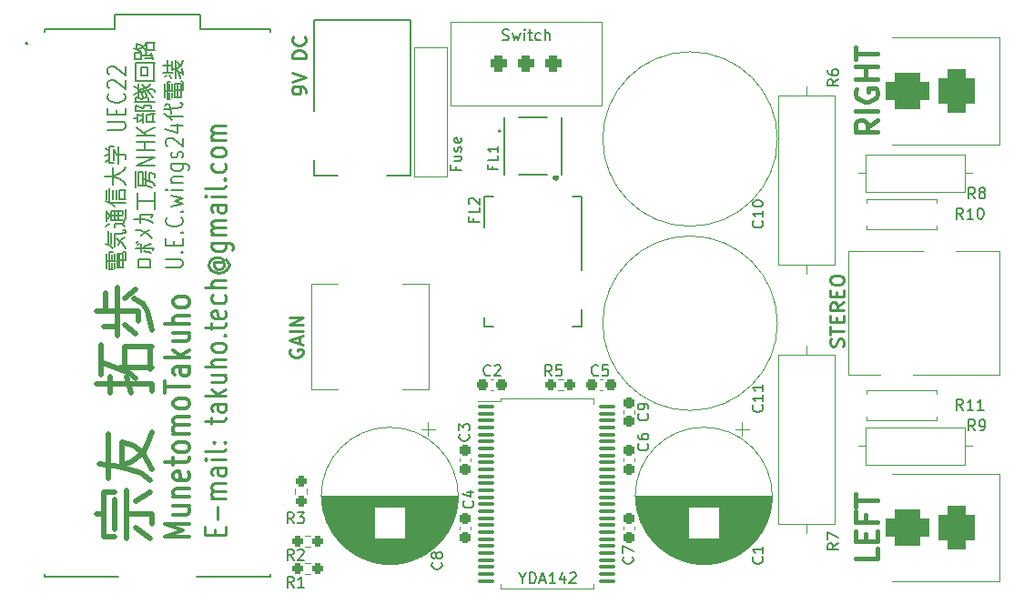
<source format=gto>
G04 #@! TF.GenerationSoftware,KiCad,Pcbnew,(6.0.9)*
G04 #@! TF.CreationDate,2023-03-06T12:56:01+09:00*
G04 #@! TF.ProjectId,MainBoard,4d61696e-426f-4617-9264-2e6b69636164,rev?*
G04 #@! TF.SameCoordinates,Original*
G04 #@! TF.FileFunction,Legend,Top*
G04 #@! TF.FilePolarity,Positive*
%FSLAX46Y46*%
G04 Gerber Fmt 4.6, Leading zero omitted, Abs format (unit mm)*
G04 Created by KiCad (PCBNEW (6.0.9)) date 2023-03-06 12:56:01*
%MOMM*%
%LPD*%
G01*
G04 APERTURE LIST*
G04 Aperture macros list*
%AMRoundRect*
0 Rectangle with rounded corners*
0 $1 Rounding radius*
0 $2 $3 $4 $5 $6 $7 $8 $9 X,Y pos of 4 corners*
0 Add a 4 corners polygon primitive as box body*
4,1,4,$2,$3,$4,$5,$6,$7,$8,$9,$2,$3,0*
0 Add four circle primitives for the rounded corners*
1,1,$1+$1,$2,$3*
1,1,$1+$1,$4,$5*
1,1,$1+$1,$6,$7*
1,1,$1+$1,$8,$9*
0 Add four rect primitives between the rounded corners*
20,1,$1+$1,$2,$3,$4,$5,0*
20,1,$1+$1,$4,$5,$6,$7,0*
20,1,$1+$1,$6,$7,$8,$9,0*
20,1,$1+$1,$8,$9,$2,$3,0*%
%AMFreePoly0*
4,1,17,1.875035,1.275035,1.875050,1.275000,1.875050,0.575000,1.875035,0.574965,1.875000,0.574950,0.575050,0.574950,0.575050,-0.425000,0.575035,-0.425035,0.575000,-0.425050,-0.425000,-0.425050,-0.425035,-0.425035,-0.425050,-0.425000,-0.425050,1.275000,-0.425035,1.275035,-0.425000,1.275050,1.875000,1.275050,1.875035,1.275035,1.875035,1.275035,$1*%
%AMFreePoly1*
4,1,17,0.425035,1.275035,0.425050,1.275000,0.425050,-0.425000,0.425035,-0.425035,0.425000,-0.425050,-0.575000,-0.425050,-0.575035,-0.425035,-0.575050,-0.425000,-0.575050,0.574950,-1.875000,0.574950,-1.875035,0.574965,-1.875050,0.575000,-1.875050,1.275000,-1.875035,1.275035,-1.875000,1.275050,0.425000,1.275050,0.425035,1.275035,0.425035,1.275035,$1*%
%AMFreePoly2*
4,1,17,0.425035,0.425035,0.425050,0.425000,0.425050,-1.275000,0.425035,-1.275035,0.425000,-1.275050,-1.875000,-1.275050,-1.875035,-1.275035,-1.875050,-1.275000,-1.875050,-0.575000,-1.875035,-0.574965,-1.875000,-0.574950,-0.575050,-0.574950,-0.575050,0.425000,-0.575035,0.425035,-0.575000,0.425050,0.425000,0.425050,0.425035,0.425035,0.425035,0.425035,$1*%
%AMFreePoly3*
4,1,17,0.575035,0.425035,0.575050,0.425000,0.575050,-0.574950,1.875000,-0.574950,1.875035,-0.574965,1.875050,-0.575000,1.875050,-1.275000,1.875035,-1.275035,1.875000,-1.275050,-0.425000,-1.275050,-0.425035,-1.275035,-0.425050,-1.275000,-0.425050,0.425000,-0.425035,0.425035,-0.425000,0.425050,0.575000,0.425050,0.575035,0.425035,0.575035,0.425035,$1*%
G04 Aperture macros list end*
%ADD10C,0.500000*%
%ADD11C,0.200000*%
%ADD12C,0.250000*%
%ADD13C,0.300000*%
%ADD14C,0.400000*%
%ADD15C,0.254000*%
%ADD16C,0.150000*%
%ADD17C,0.100000*%
%ADD18C,0.120000*%
%ADD19C,0.127000*%
%ADD20C,0.010000*%
%ADD21RoundRect,0.840625X0.840625X1.176875X-0.840625X1.176875X-0.840625X-1.176875X0.840625X-1.176875X0*%
%ADD22RoundRect,0.840625X1.176875X0.840625X-1.176875X0.840625X-1.176875X-0.840625X1.176875X-0.840625X0*%
%ADD23C,4.200000*%
%ADD24C,1.800000*%
%ADD25R,2.400000X2.400000*%
%ADD26C,2.400000*%
%ADD27C,1.600000*%
%ADD28O,1.600000X1.600000*%
%ADD29RoundRect,0.237500X0.237500X-0.300000X0.237500X0.300000X-0.237500X0.300000X-0.237500X-0.300000X0*%
%ADD30C,1.515000*%
%ADD31RoundRect,0.237500X-0.237500X0.300000X-0.237500X-0.300000X0.237500X-0.300000X0.237500X0.300000X0*%
%ADD32O,2.400000X2.400000*%
%ADD33RoundRect,0.381000X-0.381000X-0.381000X0.381000X-0.381000X0.381000X0.381000X-0.381000X0.381000X0*%
%ADD34C,2.000000*%
%ADD35RoundRect,0.237500X0.300000X0.237500X-0.300000X0.237500X-0.300000X-0.237500X0.300000X-0.237500X0*%
%ADD36C,2.550000*%
%ADD37RoundRect,0.237500X-0.250000X-0.237500X0.250000X-0.237500X0.250000X0.237500X-0.250000X0.237500X0*%
%ADD38RoundRect,0.237500X-0.237500X0.250000X-0.237500X-0.250000X0.237500X-0.250000X0.237500X0.250000X0*%
%ADD39O,2.000000X4.000000*%
%ADD40O,4.500000X2.250000*%
%ADD41O,4.000000X2.000000*%
%ADD42RoundRect,0.100000X-0.637500X-0.100000X0.637500X-0.100000X0.637500X0.100000X-0.637500X0.100000X0*%
%ADD43R,4.800000X8.800000*%
%ADD44FreePoly0,90.000000*%
%ADD45FreePoly1,90.000000*%
%ADD46FreePoly2,90.000000*%
%ADD47FreePoly3,90.000000*%
%ADD48RoundRect,0.237500X-0.300000X-0.237500X0.300000X-0.237500X0.300000X0.237500X-0.300000X0.237500X0*%
%ADD49R,2.500000X2.162000*%
%ADD50R,1.638000X2.900000*%
%ADD51R,1.638000X7.900000*%
G04 APERTURE END LIST*
D10*
X78593073Y-137909092D02*
X78593073Y-135138528D01*
X79675324Y-138774892D02*
X79675324Y-134272728D01*
X82056277Y-137389611D02*
X82056277Y-136523810D01*
X77510822Y-138601732D02*
X78593073Y-138601732D01*
X76861471Y-136523810D02*
X77510822Y-136523810D01*
X79675324Y-136523810D02*
X82056277Y-136523810D01*
X77510822Y-138601732D02*
X77510822Y-134445888D01*
X78593073Y-134445888D01*
X80541125Y-135311689D02*
X81839827Y-134445888D01*
X80541125Y-137735931D02*
X81839827Y-138774892D01*
X77943722Y-133233766D02*
X77943722Y-129077922D01*
X79242424Y-132021645D02*
X79242424Y-129770563D01*
X80324675Y-130116883D01*
X81190476Y-130809524D01*
X82056277Y-132367965D01*
X79025973Y-132021645D02*
X80108225Y-131675325D01*
X81190476Y-130809524D01*
X81623376Y-129943723D01*
X82056277Y-128904762D01*
X77077921Y-131848485D02*
X78593073Y-132021645D01*
X79891774Y-132367965D01*
X80974026Y-132714286D01*
X81839827Y-133406927D01*
X77294372Y-123536796D02*
X77294372Y-120766233D01*
X78160172Y-125268398D02*
X78160172Y-123709956D01*
X81839827Y-123017315D02*
X81839827Y-120939393D01*
X82056277Y-125095237D02*
X82056277Y-124402597D01*
X76861471Y-124402597D02*
X82056277Y-124402597D01*
X79025973Y-122844155D02*
X82056277Y-122844155D01*
X79458874Y-123017315D02*
X79458874Y-120939393D01*
X82056277Y-120939393D01*
X79458874Y-123017315D02*
X80541125Y-123883116D01*
X77294372Y-122324674D02*
X79891774Y-123363636D01*
X79675324Y-123709956D02*
X80108225Y-125268398D01*
X77727272Y-117649349D02*
X77727272Y-115917747D01*
X78809523Y-119900432D02*
X78809523Y-115398267D01*
X80757575Y-118515150D02*
X80757575Y-117649349D01*
X77510822Y-119034631D02*
X78809523Y-119034631D01*
X76861471Y-117649349D02*
X80757575Y-117649349D01*
X79458874Y-116437228D02*
X80541125Y-115571427D01*
X79458874Y-118861471D02*
X80541125Y-119727272D01*
X80324675Y-116437228D02*
X81190476Y-116956708D01*
X81623376Y-117649349D01*
X82056277Y-119380951D01*
D11*
X77824602Y-113616031D02*
X77824602Y-112282698D01*
X78300792Y-113552539D02*
X78300792Y-113171587D01*
X78300792Y-112790635D02*
X78300792Y-112346190D01*
X78538888Y-113616031D02*
X78538888Y-113171587D01*
X78538888Y-112790635D02*
X78538888Y-112282698D01*
X79015078Y-113552539D02*
X79015078Y-112282698D01*
X79332539Y-113552539D02*
X79332539Y-112282698D01*
X79570634Y-112917619D02*
X79570634Y-112155714D01*
X78062697Y-113743015D02*
X78380157Y-113743015D01*
X78776983Y-113552539D02*
X79411904Y-113552539D01*
X77824602Y-112981111D02*
X78618253Y-112981111D01*
X78776983Y-112917619D02*
X79570634Y-112917619D01*
X78776983Y-113552539D02*
X78776983Y-112282698D01*
X79332539Y-112282698D01*
X78062697Y-113743015D02*
X78062697Y-112155714D01*
X78380157Y-112155714D01*
X79332539Y-112092222D02*
X79570634Y-112155714D01*
X77983332Y-111457302D02*
X77983332Y-110187461D01*
X78221427Y-111393810D02*
X78221427Y-110377937D01*
X79570634Y-110314445D02*
X79570634Y-110187461D01*
X78697618Y-110822381D02*
X79253174Y-111266826D01*
X79570634Y-111774762D01*
X77745237Y-111393810D02*
X78142062Y-111520794D01*
X78380157Y-111774762D01*
X78856348Y-111457302D02*
X79094443Y-111012857D01*
X79491269Y-110758889D01*
X78538888Y-111584286D02*
X78538888Y-110441429D01*
X79015078Y-110441429D01*
X79570634Y-110314445D01*
X79570634Y-110123969D01*
X79332539Y-110060477D01*
X78538888Y-109171588D02*
X78538888Y-108282699D01*
X78935713Y-109171588D02*
X78935713Y-108282699D01*
X79332539Y-108536668D02*
X79332539Y-108282699D01*
X78221427Y-109171588D02*
X79332539Y-109171588D01*
X78221427Y-108727144D02*
X79332539Y-108727144D01*
X78221427Y-109171588D02*
X78221427Y-108282699D01*
X79332539Y-108282699D01*
X77745237Y-109743016D02*
X78062697Y-109489048D01*
X78538888Y-109806508D02*
X78538888Y-109489048D01*
X79253174Y-109489048D01*
X79491269Y-109743016D01*
X77983332Y-108981112D02*
X78221427Y-108473175D01*
X77824602Y-109235080D02*
X77824602Y-108282699D01*
X78062697Y-108727144D01*
X79332539Y-109552540D02*
X79570634Y-108917620D01*
X79570634Y-108092223D01*
X77824602Y-107203335D02*
X77824602Y-106377938D01*
X78062697Y-107330319D02*
X78062697Y-106187462D01*
X78380157Y-107203335D02*
X78380157Y-106314446D01*
X78697618Y-107203335D02*
X78697618Y-106314446D01*
X79491269Y-107203335D02*
X79491269Y-106314446D01*
X78062697Y-107520795D02*
X79570634Y-107520795D01*
X79015078Y-107203335D02*
X79570634Y-107203335D01*
X79015078Y-107203335D02*
X79015078Y-106314446D01*
X79570634Y-106314446D01*
X77745237Y-107393811D02*
X78142062Y-107520795D01*
X78538888Y-107838255D01*
X78380157Y-105870002D02*
X78380157Y-104219208D01*
X77665872Y-105044605D02*
X78300792Y-105044605D01*
X79015078Y-104790637D01*
X79411904Y-104473176D01*
X79570634Y-104219208D01*
X78459523Y-105108097D02*
X79094443Y-105298573D01*
X79411904Y-105552541D01*
X79570634Y-105870002D01*
X77824602Y-105044605D02*
X78776983Y-105171589D01*
X78935713Y-103901748D02*
X78935713Y-102250955D01*
X79570634Y-103457304D02*
X79570634Y-103076351D01*
X78062697Y-103838256D02*
X78459523Y-103838256D01*
X78776983Y-103076351D02*
X79570634Y-103076351D01*
X78062697Y-103838256D02*
X78062697Y-102314447D01*
X78459523Y-102314447D01*
X77745237Y-103711272D02*
X77983332Y-103520796D01*
X77745237Y-102441431D02*
X78062697Y-102695399D01*
X77665872Y-103139843D02*
X77983332Y-103076351D01*
X78459523Y-103584288D02*
X78459523Y-102568415D01*
X78697618Y-103076351D01*
X77903967Y-100727146D02*
X79253174Y-100727146D01*
X79411904Y-100663654D01*
X79491269Y-100600162D01*
X79570634Y-100473177D01*
X79570634Y-100219209D01*
X79491269Y-100092225D01*
X79411904Y-100028733D01*
X79253174Y-99965241D01*
X77903967Y-99965241D01*
X78697618Y-99330321D02*
X78697618Y-98885876D01*
X79570634Y-98695400D02*
X79570634Y-99330321D01*
X77903967Y-99330321D01*
X77903967Y-98695400D01*
X79411904Y-97362067D02*
X79491269Y-97425559D01*
X79570634Y-97616035D01*
X79570634Y-97743019D01*
X79491269Y-97933496D01*
X79332539Y-98060480D01*
X79173808Y-98123972D01*
X78856348Y-98187464D01*
X78618253Y-98187464D01*
X78300792Y-98123972D01*
X78142062Y-98060480D01*
X77983332Y-97933496D01*
X77903967Y-97743019D01*
X77903967Y-97616035D01*
X77983332Y-97425559D01*
X78062697Y-97362067D01*
X78062697Y-96854131D02*
X77983332Y-96790639D01*
X77903967Y-96663655D01*
X77903967Y-96346194D01*
X77983332Y-96219210D01*
X78062697Y-96155718D01*
X78221427Y-96092226D01*
X78380157Y-96092226D01*
X78618253Y-96155718D01*
X79570634Y-96917623D01*
X79570634Y-96092226D01*
X78062697Y-95584290D02*
X77983332Y-95520798D01*
X77903967Y-95393814D01*
X77903967Y-95076353D01*
X77983332Y-94949369D01*
X78062697Y-94885877D01*
X78221427Y-94822385D01*
X78380157Y-94822385D01*
X78618253Y-94885877D01*
X79570634Y-95647782D01*
X79570634Y-94822385D01*
X80746031Y-113552539D02*
X81857142Y-113552539D01*
X80746031Y-113552539D02*
X80746031Y-112790635D01*
X81857142Y-112790635D01*
X81857142Y-113552539D01*
X80984126Y-112155714D02*
X80984126Y-111393810D01*
X80507936Y-111774762D02*
X82174603Y-111774762D01*
X82095238Y-111965238D01*
X81301587Y-111584286D02*
X81936508Y-111393810D01*
X81301587Y-112028730D02*
X81539682Y-112092222D01*
X81698412Y-112155714D01*
X81936508Y-112219206D01*
X80666666Y-111457302D02*
X80825396Y-111330318D01*
X80587301Y-111266826D02*
X80746031Y-111139841D01*
X80507936Y-110060477D02*
X80904761Y-110123969D01*
X81301587Y-110250953D01*
X81619047Y-110441429D01*
X81777777Y-110568413D01*
X82015873Y-110822381D01*
X80984126Y-110568413D02*
X81142857Y-110441429D01*
X81460317Y-110250953D01*
X81777777Y-110060477D01*
X80904761Y-109362064D02*
X80904761Y-108600160D01*
X82095238Y-108663652D01*
X81936508Y-108854128D01*
X80349206Y-109044604D02*
X80904761Y-109044604D01*
X81301587Y-109044604D01*
X81619047Y-109108096D01*
X81857142Y-109235080D01*
X82095238Y-109362064D01*
X80666666Y-108092223D02*
X80666666Y-106568414D01*
X82253968Y-108155715D02*
X82253968Y-106504922D01*
X80666666Y-107330319D02*
X82253968Y-107330319D01*
X80507936Y-106123970D02*
X80507936Y-104600161D01*
X81142857Y-105933494D02*
X81142857Y-104663653D01*
X81460317Y-105933494D02*
X81460317Y-104536669D01*
X82253968Y-105171589D02*
X82253968Y-104854129D01*
X80746031Y-105933494D02*
X80746031Y-104663653D01*
X81142857Y-104663653D01*
X81857142Y-105489049D02*
X82095238Y-105679525D01*
X82253968Y-105933494D01*
X81142857Y-105298573D02*
X81460317Y-105298573D01*
X81460317Y-105425557D02*
X81936508Y-105552541D01*
X81777777Y-105489049D02*
X81777777Y-104727145D01*
X82253968Y-104790637D01*
X80746031Y-105933494D02*
X81460317Y-105933494D01*
X82015873Y-106060478D01*
X82253968Y-104028732D02*
X80587301Y-104028732D01*
X82253968Y-103266828D01*
X80587301Y-103266828D01*
X82253968Y-102631907D02*
X80587301Y-102631907D01*
X81380952Y-102631907D02*
X81380952Y-101870003D01*
X82253968Y-101870003D02*
X80587301Y-101870003D01*
X82253968Y-101235082D02*
X80587301Y-101235082D01*
X82253968Y-100473177D02*
X81301587Y-101044606D01*
X80587301Y-100473177D02*
X81539682Y-101235082D01*
X80666666Y-100028733D02*
X80666666Y-99203337D01*
X81222222Y-100092225D02*
X81222222Y-99139844D01*
X82095238Y-99965241D02*
X82095238Y-99330321D01*
X81539682Y-99965241D02*
X82253968Y-99965241D01*
X80349206Y-99647781D02*
X80666666Y-99647781D01*
X81539682Y-99965241D02*
X81539682Y-99330321D01*
X82253968Y-99266829D01*
X80507936Y-99012860D02*
X82253968Y-99012860D01*
X80825396Y-99901749D02*
X81063491Y-99838257D01*
X80746031Y-99330321D02*
X81142857Y-99457305D01*
X80507936Y-99012860D02*
X80507936Y-98441432D01*
X81142857Y-98758892D01*
X81380952Y-98504924D01*
X81619047Y-98441432D01*
X81936508Y-98441432D01*
X81936508Y-98758892D01*
X80746031Y-97616035D02*
X80746031Y-96473178D01*
X80428571Y-98123972D02*
X82253968Y-98123972D01*
X81063491Y-97806511D02*
X81619047Y-97743019D01*
X81063491Y-96536671D02*
X81380952Y-96790639D01*
X80349206Y-96727147D02*
X80666666Y-96854131D01*
X80349206Y-97425559D02*
X80666666Y-97298575D01*
X80507936Y-98123972D02*
X80507936Y-97679527D01*
X81063491Y-97870004D01*
X80746031Y-97108099D02*
X80984126Y-97235083D01*
X81222222Y-97616035D01*
X81539682Y-97044607D02*
X81777777Y-97298575D01*
X82095238Y-97743019D01*
X81698412Y-97743019D02*
X81698412Y-97933496D01*
X80984126Y-97298575D02*
X81301587Y-97108099D01*
X81936508Y-96981115D01*
X82253968Y-97044607D01*
X82253968Y-97235083D01*
X80825396Y-97044607D02*
X81619047Y-96790639D01*
X81936508Y-96473178D01*
X81301587Y-97108099D02*
X81460317Y-97298575D01*
X81539682Y-97552543D01*
X81619047Y-95711274D02*
X81619047Y-94949369D01*
X82174603Y-96155718D02*
X82174603Y-94504925D01*
X80507936Y-96155718D02*
X82253968Y-96155718D01*
X80984126Y-95711274D02*
X81619047Y-95711274D01*
X80984126Y-95711274D02*
X80984126Y-94949369D01*
X81619047Y-94949369D01*
X80507936Y-96155718D02*
X80507936Y-94504925D01*
X82253968Y-94504925D01*
X80984126Y-94123973D02*
X80984126Y-93552544D01*
X81460317Y-93806512D02*
X81460317Y-93552544D01*
X82174603Y-93298576D02*
X82174603Y-92663656D01*
X80428571Y-94123973D02*
X80984126Y-94123973D01*
X81380952Y-94060481D02*
X82095238Y-94060481D01*
X80984126Y-93806512D02*
X82015873Y-93806512D01*
X80428571Y-94123973D02*
X80428571Y-93552544D01*
X80984126Y-93552544D01*
X81460317Y-93298576D02*
X82253968Y-93298576D01*
X81539682Y-93298576D02*
X81539682Y-92600164D01*
X82253968Y-92663656D01*
X80746031Y-93298576D02*
X80984126Y-93489052D01*
X80666666Y-93235084D02*
X80984126Y-93171592D01*
X81460317Y-92790640D01*
X81539682Y-92536672D01*
X80349206Y-93171592D02*
X80904761Y-93362068D01*
X80587301Y-93235084D02*
X80587301Y-92727148D01*
X80984126Y-92854132D01*
X81380952Y-93235084D01*
X81539682Y-93552544D01*
X81936508Y-93552544D02*
X82095238Y-94187465D01*
X83270635Y-113552539D02*
X84619842Y-113552539D01*
X84778572Y-113489047D01*
X84857937Y-113425555D01*
X84937302Y-113298571D01*
X84937302Y-113044603D01*
X84857937Y-112917619D01*
X84778572Y-112854127D01*
X84619842Y-112790635D01*
X83270635Y-112790635D01*
X84778572Y-112155714D02*
X84857937Y-112092222D01*
X84937302Y-112155714D01*
X84857937Y-112219206D01*
X84778572Y-112155714D01*
X84937302Y-112155714D01*
X84064286Y-111520794D02*
X84064286Y-111076349D01*
X84937302Y-110885873D02*
X84937302Y-111520794D01*
X83270635Y-111520794D01*
X83270635Y-110885873D01*
X84778572Y-110314445D02*
X84857937Y-110250953D01*
X84937302Y-110314445D01*
X84857937Y-110377937D01*
X84778572Y-110314445D01*
X84937302Y-110314445D01*
X84778572Y-108917620D02*
X84857937Y-108981112D01*
X84937302Y-109171588D01*
X84937302Y-109298572D01*
X84857937Y-109489048D01*
X84699207Y-109616032D01*
X84540476Y-109679524D01*
X84223016Y-109743016D01*
X83984921Y-109743016D01*
X83667460Y-109679524D01*
X83508730Y-109616032D01*
X83350000Y-109489048D01*
X83270635Y-109298572D01*
X83270635Y-109171588D01*
X83350000Y-108981112D01*
X83429365Y-108917620D01*
X84778572Y-108346191D02*
X84857937Y-108282699D01*
X84937302Y-108346191D01*
X84857937Y-108409683D01*
X84778572Y-108346191D01*
X84937302Y-108346191D01*
X83826191Y-107838255D02*
X84937302Y-107584287D01*
X84143651Y-107330319D01*
X84937302Y-107076350D01*
X83826191Y-106822382D01*
X84937302Y-106314446D02*
X83826191Y-106314446D01*
X83270635Y-106314446D02*
X83350000Y-106377938D01*
X83429365Y-106314446D01*
X83350000Y-106250954D01*
X83270635Y-106314446D01*
X83429365Y-106314446D01*
X83826191Y-105679525D02*
X84937302Y-105679525D01*
X83984921Y-105679525D02*
X83905556Y-105616033D01*
X83826191Y-105489049D01*
X83826191Y-105298573D01*
X83905556Y-105171589D01*
X84064286Y-105108097D01*
X84937302Y-105108097D01*
X83826191Y-103901748D02*
X85175397Y-103901748D01*
X85334127Y-103965240D01*
X85413492Y-104028732D01*
X85492858Y-104155716D01*
X85492858Y-104346192D01*
X85413492Y-104473176D01*
X84857937Y-103901748D02*
X84937302Y-104028732D01*
X84937302Y-104282700D01*
X84857937Y-104409684D01*
X84778572Y-104473176D01*
X84619842Y-104536669D01*
X84143651Y-104536669D01*
X83984921Y-104473176D01*
X83905556Y-104409684D01*
X83826191Y-104282700D01*
X83826191Y-104028732D01*
X83905556Y-103901748D01*
X84857937Y-103330320D02*
X84937302Y-103203336D01*
X84937302Y-102949367D01*
X84857937Y-102822383D01*
X84699207Y-102758891D01*
X84619842Y-102758891D01*
X84461111Y-102822383D01*
X84381746Y-102949367D01*
X84381746Y-103139843D01*
X84302381Y-103266828D01*
X84143651Y-103330320D01*
X84064286Y-103330320D01*
X83905556Y-103266828D01*
X83826191Y-103139843D01*
X83826191Y-102949367D01*
X83905556Y-102822383D01*
X83429365Y-102250955D02*
X83350000Y-102187463D01*
X83270635Y-102060479D01*
X83270635Y-101743018D01*
X83350000Y-101616034D01*
X83429365Y-101552542D01*
X83588095Y-101489050D01*
X83746825Y-101489050D01*
X83984921Y-101552542D01*
X84937302Y-102314447D01*
X84937302Y-101489050D01*
X83826191Y-100346193D02*
X84937302Y-100346193D01*
X83191270Y-100663654D02*
X84381746Y-100981114D01*
X84381746Y-100155717D01*
X83508730Y-99457305D02*
X84937302Y-99457305D01*
X83191270Y-98504924D02*
X83429365Y-98314448D01*
X83111905Y-99266829D02*
X83588095Y-99457305D01*
X83905556Y-99838257D01*
X83826191Y-99266829D02*
X83667460Y-98314448D01*
X83111905Y-98822384D02*
X83667460Y-98822384D01*
X84778572Y-98631908D01*
X84937302Y-98314448D01*
X84619842Y-98187464D01*
X83191270Y-97743019D02*
X83191270Y-96409686D01*
X83667460Y-97679527D02*
X83667460Y-97298575D01*
X83667460Y-96917623D02*
X83667460Y-96473178D01*
X83905556Y-97743019D02*
X83905556Y-97298575D01*
X83905556Y-96917623D02*
X83905556Y-96409686D01*
X84381746Y-97679527D02*
X84381746Y-96409686D01*
X84699207Y-97679527D02*
X84699207Y-96409686D01*
X84937302Y-97044607D02*
X84937302Y-96282702D01*
X83429365Y-97870004D02*
X83746825Y-97870004D01*
X84143651Y-97679527D02*
X84778572Y-97679527D01*
X83191270Y-97108099D02*
X83984921Y-97108099D01*
X84143651Y-97044607D02*
X84937302Y-97044607D01*
X84143651Y-97679527D02*
X84143651Y-96409686D01*
X84699207Y-96409686D01*
X83429365Y-97870004D02*
X83429365Y-96282702D01*
X83746825Y-96282702D01*
X84699207Y-96219210D02*
X84937302Y-96282702D01*
X83429365Y-95266830D02*
X83429365Y-94250957D01*
X83905556Y-95203338D02*
X83905556Y-94314449D01*
X84223016Y-95901750D02*
X84223016Y-94250957D01*
X84461111Y-95393814D02*
X84857937Y-95393814D01*
X83032540Y-95457306D02*
X83984921Y-95457306D01*
X83032540Y-94758893D02*
X83905556Y-94758893D01*
X83191270Y-95774766D02*
X83350000Y-95647782D01*
X84223016Y-95076353D02*
X84699207Y-94758893D01*
X84937302Y-94250957D01*
X84381746Y-94441433D02*
X84619842Y-94822385D01*
X83667460Y-95584290D02*
X83826191Y-95901750D01*
X83984921Y-95076353D02*
X84302381Y-95076353D01*
X84540476Y-95520798D01*
X84619842Y-95901750D01*
X84857937Y-95012861D02*
X84937302Y-95584290D01*
D12*
X87857142Y-138456547D02*
X87857142Y-137923214D01*
X88904761Y-137694642D02*
X88904761Y-138456547D01*
X86904761Y-138456547D01*
X86904761Y-137694642D01*
X88142857Y-137008928D02*
X88142857Y-135789880D01*
X88904761Y-135027976D02*
X87571428Y-135027976D01*
X87761904Y-135027976D02*
X87666666Y-134951785D01*
X87571428Y-134799404D01*
X87571428Y-134570833D01*
X87666666Y-134418452D01*
X87857142Y-134342261D01*
X88904761Y-134342261D01*
X87857142Y-134342261D02*
X87666666Y-134266071D01*
X87571428Y-134113690D01*
X87571428Y-133885119D01*
X87666666Y-133732738D01*
X87857142Y-133656547D01*
X88904761Y-133656547D01*
X88904761Y-132208928D02*
X87857142Y-132208928D01*
X87666666Y-132285119D01*
X87571428Y-132437500D01*
X87571428Y-132742261D01*
X87666666Y-132894642D01*
X88809523Y-132208928D02*
X88904761Y-132361309D01*
X88904761Y-132742261D01*
X88809523Y-132894642D01*
X88619047Y-132970833D01*
X88428571Y-132970833D01*
X88238095Y-132894642D01*
X88142857Y-132742261D01*
X88142857Y-132361309D01*
X88047619Y-132208928D01*
X88904761Y-131447023D02*
X87571428Y-131447023D01*
X86904761Y-131447023D02*
X87000000Y-131523214D01*
X87095238Y-131447023D01*
X87000000Y-131370833D01*
X86904761Y-131447023D01*
X87095238Y-131447023D01*
X88904761Y-130456547D02*
X88809523Y-130608928D01*
X88619047Y-130685119D01*
X86904761Y-130685119D01*
X88714285Y-129847023D02*
X88809523Y-129770833D01*
X88904761Y-129847023D01*
X88809523Y-129923214D01*
X88714285Y-129847023D01*
X88904761Y-129847023D01*
X87666666Y-129847023D02*
X87761904Y-129770833D01*
X87857142Y-129847023D01*
X87761904Y-129923214D01*
X87666666Y-129847023D01*
X87857142Y-129847023D01*
X87571428Y-128094642D02*
X87571428Y-127485119D01*
X86904761Y-127866071D02*
X88619047Y-127866071D01*
X88809523Y-127789880D01*
X88904761Y-127637500D01*
X88904761Y-127485119D01*
X88904761Y-126266071D02*
X87857142Y-126266071D01*
X87666666Y-126342261D01*
X87571428Y-126494642D01*
X87571428Y-126799404D01*
X87666666Y-126951785D01*
X88809523Y-126266071D02*
X88904761Y-126418452D01*
X88904761Y-126799404D01*
X88809523Y-126951785D01*
X88619047Y-127027976D01*
X88428571Y-127027976D01*
X88238095Y-126951785D01*
X88142857Y-126799404D01*
X88142857Y-126418452D01*
X88047619Y-126266071D01*
X88904761Y-125504166D02*
X86904761Y-125504166D01*
X88142857Y-125351785D02*
X88904761Y-124894642D01*
X87571428Y-124894642D02*
X88333333Y-125504166D01*
X87571428Y-123523214D02*
X88904761Y-123523214D01*
X87571428Y-124208928D02*
X88619047Y-124208928D01*
X88809523Y-124132738D01*
X88904761Y-123980357D01*
X88904761Y-123751785D01*
X88809523Y-123599404D01*
X88714285Y-123523214D01*
X88904761Y-122761309D02*
X86904761Y-122761309D01*
X88904761Y-122075595D02*
X87857142Y-122075595D01*
X87666666Y-122151785D01*
X87571428Y-122304166D01*
X87571428Y-122532738D01*
X87666666Y-122685119D01*
X87761904Y-122761309D01*
X88904761Y-121085119D02*
X88809523Y-121237500D01*
X88714285Y-121313690D01*
X88523809Y-121389880D01*
X87952380Y-121389880D01*
X87761904Y-121313690D01*
X87666666Y-121237500D01*
X87571428Y-121085119D01*
X87571428Y-120856547D01*
X87666666Y-120704166D01*
X87761904Y-120627976D01*
X87952380Y-120551785D01*
X88523809Y-120551785D01*
X88714285Y-120627976D01*
X88809523Y-120704166D01*
X88904761Y-120856547D01*
X88904761Y-121085119D01*
X88714285Y-119866071D02*
X88809523Y-119789880D01*
X88904761Y-119866071D01*
X88809523Y-119942261D01*
X88714285Y-119866071D01*
X88904761Y-119866071D01*
X87571428Y-119332738D02*
X87571428Y-118723214D01*
X86904761Y-119104166D02*
X88619047Y-119104166D01*
X88809523Y-119027976D01*
X88904761Y-118875595D01*
X88904761Y-118723214D01*
X88809523Y-117580357D02*
X88904761Y-117732738D01*
X88904761Y-118037500D01*
X88809523Y-118189880D01*
X88619047Y-118266071D01*
X87857142Y-118266071D01*
X87666666Y-118189880D01*
X87571428Y-118037500D01*
X87571428Y-117732738D01*
X87666666Y-117580357D01*
X87857142Y-117504166D01*
X88047619Y-117504166D01*
X88238095Y-118266071D01*
X88809523Y-116132738D02*
X88904761Y-116285119D01*
X88904761Y-116589880D01*
X88809523Y-116742261D01*
X88714285Y-116818452D01*
X88523809Y-116894642D01*
X87952380Y-116894642D01*
X87761904Y-116818452D01*
X87666666Y-116742261D01*
X87571428Y-116589880D01*
X87571428Y-116285119D01*
X87666666Y-116132738D01*
X88904761Y-115447023D02*
X86904761Y-115447023D01*
X88904761Y-114761309D02*
X87857142Y-114761309D01*
X87666666Y-114837500D01*
X87571428Y-114989880D01*
X87571428Y-115218452D01*
X87666666Y-115370833D01*
X87761904Y-115447023D01*
X87952380Y-113008928D02*
X87857142Y-113085119D01*
X87761904Y-113237500D01*
X87761904Y-113389880D01*
X87857142Y-113542261D01*
X87952380Y-113618452D01*
X88142857Y-113694642D01*
X88333333Y-113694642D01*
X88523809Y-113618452D01*
X88619047Y-113542261D01*
X88714285Y-113389880D01*
X88714285Y-113237500D01*
X88619047Y-113085119D01*
X88523809Y-113008928D01*
X87761904Y-113008928D02*
X88523809Y-113008928D01*
X88619047Y-112932738D01*
X88619047Y-112856547D01*
X88523809Y-112704166D01*
X88333333Y-112627976D01*
X87857142Y-112627976D01*
X87571428Y-112780357D01*
X87380952Y-113008928D01*
X87285714Y-113313690D01*
X87380952Y-113618452D01*
X87571428Y-113847023D01*
X87857142Y-113999404D01*
X88238095Y-114075595D01*
X88619047Y-113999404D01*
X88904761Y-113847023D01*
X89095238Y-113618452D01*
X89190476Y-113313690D01*
X89095238Y-113008928D01*
X88904761Y-112780357D01*
X87571428Y-111256547D02*
X89190476Y-111256547D01*
X89380952Y-111332738D01*
X89476190Y-111408928D01*
X89571428Y-111561309D01*
X89571428Y-111789880D01*
X89476190Y-111942261D01*
X88809523Y-111256547D02*
X88904761Y-111408928D01*
X88904761Y-111713690D01*
X88809523Y-111866071D01*
X88714285Y-111942261D01*
X88523809Y-112018452D01*
X87952380Y-112018452D01*
X87761904Y-111942261D01*
X87666666Y-111866071D01*
X87571428Y-111713690D01*
X87571428Y-111408928D01*
X87666666Y-111256547D01*
X88904761Y-110494642D02*
X87571428Y-110494642D01*
X87761904Y-110494642D02*
X87666666Y-110418452D01*
X87571428Y-110266071D01*
X87571428Y-110037500D01*
X87666666Y-109885119D01*
X87857142Y-109808928D01*
X88904761Y-109808928D01*
X87857142Y-109808928D02*
X87666666Y-109732738D01*
X87571428Y-109580357D01*
X87571428Y-109351785D01*
X87666666Y-109199404D01*
X87857142Y-109123214D01*
X88904761Y-109123214D01*
X88904761Y-107675595D02*
X87857142Y-107675595D01*
X87666666Y-107751785D01*
X87571428Y-107904166D01*
X87571428Y-108208928D01*
X87666666Y-108361309D01*
X88809523Y-107675595D02*
X88904761Y-107827976D01*
X88904761Y-108208928D01*
X88809523Y-108361309D01*
X88619047Y-108437500D01*
X88428571Y-108437500D01*
X88238095Y-108361309D01*
X88142857Y-108208928D01*
X88142857Y-107827976D01*
X88047619Y-107675595D01*
X88904761Y-106913690D02*
X87571428Y-106913690D01*
X86904761Y-106913690D02*
X87000000Y-106989880D01*
X87095238Y-106913690D01*
X87000000Y-106837500D01*
X86904761Y-106913690D01*
X87095238Y-106913690D01*
X88904761Y-105923214D02*
X88809523Y-106075595D01*
X88619047Y-106151785D01*
X86904761Y-106151785D01*
X88714285Y-105313690D02*
X88809523Y-105237500D01*
X88904761Y-105313690D01*
X88809523Y-105389880D01*
X88714285Y-105313690D01*
X88904761Y-105313690D01*
X88809523Y-103866071D02*
X88904761Y-104018452D01*
X88904761Y-104323214D01*
X88809523Y-104475595D01*
X88714285Y-104551785D01*
X88523809Y-104627976D01*
X87952380Y-104627976D01*
X87761904Y-104551785D01*
X87666666Y-104475595D01*
X87571428Y-104323214D01*
X87571428Y-104018452D01*
X87666666Y-103866071D01*
X88904761Y-102951785D02*
X88809523Y-103104166D01*
X88714285Y-103180357D01*
X88523809Y-103256547D01*
X87952380Y-103256547D01*
X87761904Y-103180357D01*
X87666666Y-103104166D01*
X87571428Y-102951785D01*
X87571428Y-102723214D01*
X87666666Y-102570833D01*
X87761904Y-102494642D01*
X87952380Y-102418452D01*
X88523809Y-102418452D01*
X88714285Y-102494642D01*
X88809523Y-102570833D01*
X88904761Y-102723214D01*
X88904761Y-102951785D01*
X88904761Y-101732738D02*
X87571428Y-101732738D01*
X87761904Y-101732738D02*
X87666666Y-101656547D01*
X87571428Y-101504166D01*
X87571428Y-101275595D01*
X87666666Y-101123214D01*
X87857142Y-101047023D01*
X88904761Y-101047023D01*
X87857142Y-101047023D02*
X87666666Y-100970833D01*
X87571428Y-100818452D01*
X87571428Y-100589880D01*
X87666666Y-100437500D01*
X87857142Y-100361309D01*
X88904761Y-100361309D01*
D13*
X85528138Y-138625542D02*
X83255411Y-138625542D01*
X84878787Y-138019481D01*
X83255411Y-137413420D01*
X85528138Y-137413420D01*
X84012987Y-135768399D02*
X85528138Y-135768399D01*
X84012987Y-136547619D02*
X85203463Y-136547619D01*
X85419913Y-136461039D01*
X85528138Y-136287879D01*
X85528138Y-136028139D01*
X85419913Y-135854979D01*
X85311688Y-135768399D01*
X84012987Y-134902598D02*
X85528138Y-134902598D01*
X84229437Y-134902598D02*
X84121212Y-134816018D01*
X84012987Y-134642857D01*
X84012987Y-134383117D01*
X84121212Y-134209957D01*
X84337662Y-134123377D01*
X85528138Y-134123377D01*
X85419913Y-132564935D02*
X85528138Y-132738095D01*
X85528138Y-133084416D01*
X85419913Y-133257576D01*
X85203463Y-133344156D01*
X84337662Y-133344156D01*
X84121212Y-133257576D01*
X84012987Y-133084416D01*
X84012987Y-132738095D01*
X84121212Y-132564935D01*
X84337662Y-132478355D01*
X84554112Y-132478355D01*
X84770562Y-133344156D01*
X84012987Y-131958874D02*
X84012987Y-131266234D01*
X83255411Y-131699134D02*
X85203463Y-131699134D01*
X85419913Y-131612554D01*
X85528138Y-131439394D01*
X85528138Y-131266234D01*
X85528138Y-130400433D02*
X85419913Y-130573593D01*
X85311688Y-130660173D01*
X85095238Y-130746753D01*
X84445887Y-130746753D01*
X84229437Y-130660173D01*
X84121212Y-130573593D01*
X84012987Y-130400433D01*
X84012987Y-130140692D01*
X84121212Y-129967532D01*
X84229437Y-129880952D01*
X84445887Y-129794372D01*
X85095238Y-129794372D01*
X85311688Y-129880952D01*
X85419913Y-129967532D01*
X85528138Y-130140692D01*
X85528138Y-130400433D01*
X85528138Y-129015151D02*
X84012987Y-129015151D01*
X84229437Y-129015151D02*
X84121212Y-128928571D01*
X84012987Y-128755411D01*
X84012987Y-128495671D01*
X84121212Y-128322510D01*
X84337662Y-128235930D01*
X85528138Y-128235930D01*
X84337662Y-128235930D02*
X84121212Y-128149350D01*
X84012987Y-127976190D01*
X84012987Y-127716450D01*
X84121212Y-127543290D01*
X84337662Y-127456709D01*
X85528138Y-127456709D01*
X85528138Y-126331168D02*
X85419913Y-126504328D01*
X85311688Y-126590909D01*
X85095238Y-126677489D01*
X84445887Y-126677489D01*
X84229437Y-126590909D01*
X84121212Y-126504328D01*
X84012987Y-126331168D01*
X84012987Y-126071428D01*
X84121212Y-125898268D01*
X84229437Y-125811688D01*
X84445887Y-125725108D01*
X85095238Y-125725108D01*
X85311688Y-125811688D01*
X85419913Y-125898268D01*
X85528138Y-126071428D01*
X85528138Y-126331168D01*
X83255411Y-125205627D02*
X83255411Y-124166666D01*
X85528138Y-124686146D02*
X83255411Y-124686146D01*
X85528138Y-122781384D02*
X84337662Y-122781384D01*
X84121212Y-122867964D01*
X84012987Y-123041125D01*
X84012987Y-123387445D01*
X84121212Y-123560605D01*
X85419913Y-122781384D02*
X85528138Y-122954545D01*
X85528138Y-123387445D01*
X85419913Y-123560605D01*
X85203463Y-123647185D01*
X84987012Y-123647185D01*
X84770562Y-123560605D01*
X84662337Y-123387445D01*
X84662337Y-122954545D01*
X84554112Y-122781384D01*
X85528138Y-121915583D02*
X83255411Y-121915583D01*
X84662337Y-121742423D02*
X85528138Y-121222943D01*
X84012987Y-121222943D02*
X84878787Y-121915583D01*
X84012987Y-119664501D02*
X85528138Y-119664501D01*
X84012987Y-120443722D02*
X85203463Y-120443722D01*
X85419913Y-120357142D01*
X85528138Y-120183981D01*
X85528138Y-119924241D01*
X85419913Y-119751081D01*
X85311688Y-119664501D01*
X85528138Y-118798700D02*
X83255411Y-118798700D01*
X85528138Y-118019479D02*
X84337662Y-118019479D01*
X84121212Y-118106059D01*
X84012987Y-118279219D01*
X84012987Y-118538960D01*
X84121212Y-118712120D01*
X84229437Y-118798700D01*
X85528138Y-116893938D02*
X85419913Y-117067098D01*
X85311688Y-117153678D01*
X85095238Y-117240258D01*
X84445887Y-117240258D01*
X84229437Y-117153678D01*
X84121212Y-117067098D01*
X84012987Y-116893938D01*
X84012987Y-116634198D01*
X84121212Y-116461037D01*
X84229437Y-116374457D01*
X84445887Y-116287877D01*
X85095238Y-116287877D01*
X85311688Y-116374457D01*
X85419913Y-116461037D01*
X85528138Y-116634198D01*
X85528138Y-116893938D01*
D14*
X149494761Y-99821666D02*
X148542380Y-100488333D01*
X149494761Y-100964523D02*
X147494761Y-100964523D01*
X147494761Y-100202619D01*
X147590000Y-100012142D01*
X147685238Y-99916904D01*
X147875714Y-99821666D01*
X148161428Y-99821666D01*
X148351904Y-99916904D01*
X148447142Y-100012142D01*
X148542380Y-100202619D01*
X148542380Y-100964523D01*
X149494761Y-98964523D02*
X147494761Y-98964523D01*
X147590000Y-96964523D02*
X147494761Y-97155000D01*
X147494761Y-97440714D01*
X147590000Y-97726428D01*
X147780476Y-97916904D01*
X147970952Y-98012142D01*
X148351904Y-98107380D01*
X148637619Y-98107380D01*
X149018571Y-98012142D01*
X149209047Y-97916904D01*
X149399523Y-97726428D01*
X149494761Y-97440714D01*
X149494761Y-97250238D01*
X149399523Y-96964523D01*
X149304285Y-96869285D01*
X148637619Y-96869285D01*
X148637619Y-97250238D01*
X149494761Y-96012142D02*
X147494761Y-96012142D01*
X148447142Y-96012142D02*
X148447142Y-94869285D01*
X149494761Y-94869285D02*
X147494761Y-94869285D01*
X147494761Y-94202619D02*
X147494761Y-93059761D01*
X149494761Y-93631190D02*
X147494761Y-93631190D01*
X149494761Y-139699761D02*
X149494761Y-140652142D01*
X147494761Y-140652142D01*
X148447142Y-139033095D02*
X148447142Y-138366428D01*
X149494761Y-138080714D02*
X149494761Y-139033095D01*
X147494761Y-139033095D01*
X147494761Y-138080714D01*
X148447142Y-136556904D02*
X148447142Y-137223571D01*
X149494761Y-137223571D02*
X147494761Y-137223571D01*
X147494761Y-136271190D01*
X147494761Y-135795000D02*
X147494761Y-134652142D01*
X149494761Y-135223571D02*
X147494761Y-135223571D01*
D15*
X94869000Y-121194285D02*
X94808523Y-121315238D01*
X94808523Y-121496666D01*
X94869000Y-121678095D01*
X94989952Y-121799047D01*
X95110904Y-121859523D01*
X95352809Y-121920000D01*
X95534238Y-121920000D01*
X95776142Y-121859523D01*
X95897095Y-121799047D01*
X96018047Y-121678095D01*
X96078523Y-121496666D01*
X96078523Y-121375714D01*
X96018047Y-121194285D01*
X95957571Y-121133809D01*
X95534238Y-121133809D01*
X95534238Y-121375714D01*
X95715666Y-120650000D02*
X95715666Y-120045238D01*
X96078523Y-120770952D02*
X94808523Y-120347619D01*
X96078523Y-119924285D01*
X96078523Y-119500952D02*
X94808523Y-119500952D01*
X96078523Y-118896190D02*
X94808523Y-118896190D01*
X96078523Y-118170476D01*
X94808523Y-118170476D01*
D16*
X108942142Y-141009666D02*
X108989761Y-141057285D01*
X109037380Y-141200142D01*
X109037380Y-141295380D01*
X108989761Y-141438238D01*
X108894523Y-141533476D01*
X108799285Y-141581095D01*
X108608809Y-141628714D01*
X108465952Y-141628714D01*
X108275476Y-141581095D01*
X108180238Y-141533476D01*
X108085000Y-141438238D01*
X108037380Y-141295380D01*
X108037380Y-141200142D01*
X108085000Y-141057285D01*
X108132619Y-141009666D01*
X108465952Y-140438238D02*
X108418333Y-140533476D01*
X108370714Y-140581095D01*
X108275476Y-140628714D01*
X108227857Y-140628714D01*
X108132619Y-140581095D01*
X108085000Y-140533476D01*
X108037380Y-140438238D01*
X108037380Y-140247761D01*
X108085000Y-140152523D01*
X108132619Y-140104904D01*
X108227857Y-140057285D01*
X108275476Y-140057285D01*
X108370714Y-140104904D01*
X108418333Y-140152523D01*
X108465952Y-140247761D01*
X108465952Y-140438238D01*
X108513571Y-140533476D01*
X108561190Y-140581095D01*
X108656428Y-140628714D01*
X108846904Y-140628714D01*
X108942142Y-140581095D01*
X108989761Y-140533476D01*
X109037380Y-140438238D01*
X109037380Y-140247761D01*
X108989761Y-140152523D01*
X108942142Y-140104904D01*
X108846904Y-140057285D01*
X108656428Y-140057285D01*
X108561190Y-140104904D01*
X108513571Y-140152523D01*
X108465952Y-140247761D01*
X157472142Y-126817380D02*
X157138809Y-126341190D01*
X156900714Y-126817380D02*
X156900714Y-125817380D01*
X157281666Y-125817380D01*
X157376904Y-125865000D01*
X157424523Y-125912619D01*
X157472142Y-126007857D01*
X157472142Y-126150714D01*
X157424523Y-126245952D01*
X157376904Y-126293571D01*
X157281666Y-126341190D01*
X156900714Y-126341190D01*
X158424523Y-126817380D02*
X157853095Y-126817380D01*
X158138809Y-126817380D02*
X158138809Y-125817380D01*
X158043571Y-125960238D01*
X157948333Y-126055476D01*
X157853095Y-126103095D01*
X159376904Y-126817380D02*
X158805476Y-126817380D01*
X159091190Y-126817380D02*
X159091190Y-125817380D01*
X158995952Y-125960238D01*
X158900714Y-126055476D01*
X158805476Y-126103095D01*
X128119142Y-127166666D02*
X128166761Y-127214285D01*
X128214380Y-127357142D01*
X128214380Y-127452380D01*
X128166761Y-127595238D01*
X128071523Y-127690476D01*
X127976285Y-127738095D01*
X127785809Y-127785714D01*
X127642952Y-127785714D01*
X127452476Y-127738095D01*
X127357238Y-127690476D01*
X127262000Y-127595238D01*
X127214380Y-127452380D01*
X127214380Y-127357142D01*
X127262000Y-127214285D01*
X127309619Y-127166666D01*
X128214380Y-126690476D02*
X128214380Y-126500000D01*
X128166761Y-126404761D01*
X128119142Y-126357142D01*
X127976285Y-126261904D01*
X127785809Y-126214285D01*
X127404857Y-126214285D01*
X127309619Y-126261904D01*
X127262000Y-126309523D01*
X127214380Y-126404761D01*
X127214380Y-126595238D01*
X127262000Y-126690476D01*
X127309619Y-126738095D01*
X127404857Y-126785714D01*
X127642952Y-126785714D01*
X127738190Y-126738095D01*
X127785809Y-126690476D01*
X127833428Y-126595238D01*
X127833428Y-126404761D01*
X127785809Y-126309523D01*
X127738190Y-126261904D01*
X127642952Y-126214285D01*
X138787142Y-140501666D02*
X138834761Y-140549285D01*
X138882380Y-140692142D01*
X138882380Y-140787380D01*
X138834761Y-140930238D01*
X138739523Y-141025476D01*
X138644285Y-141073095D01*
X138453809Y-141120714D01*
X138310952Y-141120714D01*
X138120476Y-141073095D01*
X138025238Y-141025476D01*
X137930000Y-140930238D01*
X137882380Y-140787380D01*
X137882380Y-140692142D01*
X137930000Y-140549285D01*
X137977619Y-140501666D01*
X138882380Y-139549285D02*
X138882380Y-140120714D01*
X138882380Y-139835000D02*
X137882380Y-139835000D01*
X138025238Y-139930238D01*
X138120476Y-140025476D01*
X138168095Y-140120714D01*
X110291571Y-104139857D02*
X110291571Y-104473190D01*
X110815380Y-104473190D02*
X109815380Y-104473190D01*
X109815380Y-103997000D01*
X110148714Y-103187476D02*
X110815380Y-103187476D01*
X110148714Y-103616047D02*
X110672523Y-103616047D01*
X110767761Y-103568428D01*
X110815380Y-103473190D01*
X110815380Y-103330333D01*
X110767761Y-103235095D01*
X110720142Y-103187476D01*
X110767761Y-102758904D02*
X110815380Y-102663666D01*
X110815380Y-102473190D01*
X110767761Y-102377952D01*
X110672523Y-102330333D01*
X110624904Y-102330333D01*
X110529666Y-102377952D01*
X110482047Y-102473190D01*
X110482047Y-102616047D01*
X110434428Y-102711285D01*
X110339190Y-102758904D01*
X110291571Y-102758904D01*
X110196333Y-102711285D01*
X110148714Y-102616047D01*
X110148714Y-102473190D01*
X110196333Y-102377952D01*
X110767761Y-101520809D02*
X110815380Y-101616047D01*
X110815380Y-101806523D01*
X110767761Y-101901761D01*
X110672523Y-101949380D01*
X110291571Y-101949380D01*
X110196333Y-101901761D01*
X110148714Y-101806523D01*
X110148714Y-101616047D01*
X110196333Y-101520809D01*
X110291571Y-101473190D01*
X110386809Y-101473190D01*
X110482047Y-101949380D01*
X111482142Y-129071666D02*
X111529761Y-129119285D01*
X111577380Y-129262142D01*
X111577380Y-129357380D01*
X111529761Y-129500238D01*
X111434523Y-129595476D01*
X111339285Y-129643095D01*
X111148809Y-129690714D01*
X111005952Y-129690714D01*
X110815476Y-129643095D01*
X110720238Y-129595476D01*
X110625000Y-129500238D01*
X110577380Y-129357380D01*
X110577380Y-129262142D01*
X110625000Y-129119285D01*
X110672619Y-129071666D01*
X110577380Y-128738333D02*
X110577380Y-128119285D01*
X110958333Y-128452619D01*
X110958333Y-128309761D01*
X111005952Y-128214523D01*
X111053571Y-128166904D01*
X111148809Y-128119285D01*
X111386904Y-128119285D01*
X111482142Y-128166904D01*
X111529761Y-128214523D01*
X111577380Y-128309761D01*
X111577380Y-128595476D01*
X111529761Y-128690714D01*
X111482142Y-128738333D01*
X145867380Y-96051666D02*
X145391190Y-96385000D01*
X145867380Y-96623095D02*
X144867380Y-96623095D01*
X144867380Y-96242142D01*
X144915000Y-96146904D01*
X144962619Y-96099285D01*
X145057857Y-96051666D01*
X145200714Y-96051666D01*
X145295952Y-96099285D01*
X145343571Y-96146904D01*
X145391190Y-96242142D01*
X145391190Y-96623095D01*
X144867380Y-95194523D02*
X144867380Y-95385000D01*
X144915000Y-95480238D01*
X144962619Y-95527857D01*
X145105476Y-95623095D01*
X145295952Y-95670714D01*
X145676904Y-95670714D01*
X145772142Y-95623095D01*
X145819761Y-95575476D01*
X145867380Y-95480238D01*
X145867380Y-95289761D01*
X145819761Y-95194523D01*
X145772142Y-95146904D01*
X145676904Y-95099285D01*
X145438809Y-95099285D01*
X145343571Y-95146904D01*
X145295952Y-95194523D01*
X145248333Y-95289761D01*
X145248333Y-95480238D01*
X145295952Y-95575476D01*
X145343571Y-95623095D01*
X145438809Y-95670714D01*
X114625714Y-92352761D02*
X114768571Y-92400380D01*
X115006666Y-92400380D01*
X115101904Y-92352761D01*
X115149523Y-92305142D01*
X115197142Y-92209904D01*
X115197142Y-92114666D01*
X115149523Y-92019428D01*
X115101904Y-91971809D01*
X115006666Y-91924190D01*
X114816190Y-91876571D01*
X114720952Y-91828952D01*
X114673333Y-91781333D01*
X114625714Y-91686095D01*
X114625714Y-91590857D01*
X114673333Y-91495619D01*
X114720952Y-91448000D01*
X114816190Y-91400380D01*
X115054285Y-91400380D01*
X115197142Y-91448000D01*
X115530476Y-91733714D02*
X115720952Y-92400380D01*
X115911428Y-91924190D01*
X116101904Y-92400380D01*
X116292380Y-91733714D01*
X116673333Y-92400380D02*
X116673333Y-91733714D01*
X116673333Y-91400380D02*
X116625714Y-91448000D01*
X116673333Y-91495619D01*
X116720952Y-91448000D01*
X116673333Y-91400380D01*
X116673333Y-91495619D01*
X117006666Y-91733714D02*
X117387619Y-91733714D01*
X117149523Y-91400380D02*
X117149523Y-92257523D01*
X117197142Y-92352761D01*
X117292380Y-92400380D01*
X117387619Y-92400380D01*
X118149523Y-92352761D02*
X118054285Y-92400380D01*
X117863809Y-92400380D01*
X117768571Y-92352761D01*
X117720952Y-92305142D01*
X117673333Y-92209904D01*
X117673333Y-91924190D01*
X117720952Y-91828952D01*
X117768571Y-91781333D01*
X117863809Y-91733714D01*
X118054285Y-91733714D01*
X118149523Y-91781333D01*
X118578095Y-92400380D02*
X118578095Y-91400380D01*
X119006666Y-92400380D02*
X119006666Y-91876571D01*
X118959047Y-91781333D01*
X118863809Y-91733714D01*
X118720952Y-91733714D01*
X118625714Y-91781333D01*
X118578095Y-91828952D01*
X138787142Y-109227857D02*
X138834761Y-109275476D01*
X138882380Y-109418333D01*
X138882380Y-109513571D01*
X138834761Y-109656428D01*
X138739523Y-109751666D01*
X138644285Y-109799285D01*
X138453809Y-109846904D01*
X138310952Y-109846904D01*
X138120476Y-109799285D01*
X138025238Y-109751666D01*
X137930000Y-109656428D01*
X137882380Y-109513571D01*
X137882380Y-109418333D01*
X137930000Y-109275476D01*
X137977619Y-109227857D01*
X138882380Y-108275476D02*
X138882380Y-108846904D01*
X138882380Y-108561190D02*
X137882380Y-108561190D01*
X138025238Y-108656428D01*
X138120476Y-108751666D01*
X138168095Y-108846904D01*
X137882380Y-107656428D02*
X137882380Y-107561190D01*
X137930000Y-107465952D01*
X137977619Y-107418333D01*
X138072857Y-107370714D01*
X138263333Y-107323095D01*
X138501428Y-107323095D01*
X138691904Y-107370714D01*
X138787142Y-107418333D01*
X138834761Y-107465952D01*
X138882380Y-107561190D01*
X138882380Y-107656428D01*
X138834761Y-107751666D01*
X138787142Y-107799285D01*
X138691904Y-107846904D01*
X138501428Y-107894523D01*
X138263333Y-107894523D01*
X138072857Y-107846904D01*
X137977619Y-107799285D01*
X137930000Y-107751666D01*
X137882380Y-107656428D01*
X123531333Y-123547142D02*
X123483714Y-123594761D01*
X123340857Y-123642380D01*
X123245619Y-123642380D01*
X123102761Y-123594761D01*
X123007523Y-123499523D01*
X122959904Y-123404285D01*
X122912285Y-123213809D01*
X122912285Y-123070952D01*
X122959904Y-122880476D01*
X123007523Y-122785238D01*
X123102761Y-122690000D01*
X123245619Y-122642380D01*
X123340857Y-122642380D01*
X123483714Y-122690000D01*
X123531333Y-122737619D01*
X124436095Y-122642380D02*
X123959904Y-122642380D01*
X123912285Y-123118571D01*
X123959904Y-123070952D01*
X124055142Y-123023333D01*
X124293238Y-123023333D01*
X124388476Y-123070952D01*
X124436095Y-123118571D01*
X124483714Y-123213809D01*
X124483714Y-123451904D01*
X124436095Y-123547142D01*
X124388476Y-123594761D01*
X124293238Y-123642380D01*
X124055142Y-123642380D01*
X123959904Y-123594761D01*
X123912285Y-123547142D01*
X157472142Y-109037380D02*
X157138809Y-108561190D01*
X156900714Y-109037380D02*
X156900714Y-108037380D01*
X157281666Y-108037380D01*
X157376904Y-108085000D01*
X157424523Y-108132619D01*
X157472142Y-108227857D01*
X157472142Y-108370714D01*
X157424523Y-108465952D01*
X157376904Y-108513571D01*
X157281666Y-108561190D01*
X156900714Y-108561190D01*
X158424523Y-109037380D02*
X157853095Y-109037380D01*
X158138809Y-109037380D02*
X158138809Y-108037380D01*
X158043571Y-108180238D01*
X157948333Y-108275476D01*
X157853095Y-108323095D01*
X159043571Y-108037380D02*
X159138809Y-108037380D01*
X159234047Y-108085000D01*
X159281666Y-108132619D01*
X159329285Y-108227857D01*
X159376904Y-108418333D01*
X159376904Y-108656428D01*
X159329285Y-108846904D01*
X159281666Y-108942142D01*
X159234047Y-108989761D01*
X159138809Y-109037380D01*
X159043571Y-109037380D01*
X158948333Y-108989761D01*
X158900714Y-108942142D01*
X158853095Y-108846904D01*
X158805476Y-108656428D01*
X158805476Y-108418333D01*
X158853095Y-108227857D01*
X158900714Y-108132619D01*
X158948333Y-108085000D01*
X159043571Y-108037380D01*
D15*
X146310047Y-120897952D02*
X146370523Y-120716523D01*
X146370523Y-120414142D01*
X146310047Y-120293190D01*
X146249571Y-120232714D01*
X146128619Y-120172238D01*
X146007666Y-120172238D01*
X145886714Y-120232714D01*
X145826238Y-120293190D01*
X145765761Y-120414142D01*
X145705285Y-120656047D01*
X145644809Y-120777000D01*
X145584333Y-120837476D01*
X145463380Y-120897952D01*
X145342428Y-120897952D01*
X145221476Y-120837476D01*
X145161000Y-120777000D01*
X145100523Y-120656047D01*
X145100523Y-120353666D01*
X145161000Y-120172238D01*
X145100523Y-119809380D02*
X145100523Y-119083666D01*
X146370523Y-119446523D02*
X145100523Y-119446523D01*
X145705285Y-118660333D02*
X145705285Y-118237000D01*
X146370523Y-118055571D02*
X146370523Y-118660333D01*
X145100523Y-118660333D01*
X145100523Y-118055571D01*
X146370523Y-116785571D02*
X145765761Y-117208904D01*
X146370523Y-117511285D02*
X145100523Y-117511285D01*
X145100523Y-117027476D01*
X145161000Y-116906523D01*
X145221476Y-116846047D01*
X145342428Y-116785571D01*
X145523857Y-116785571D01*
X145644809Y-116846047D01*
X145705285Y-116906523D01*
X145765761Y-117027476D01*
X145765761Y-117511285D01*
X145705285Y-116241285D02*
X145705285Y-115817952D01*
X146370523Y-115636523D02*
X146370523Y-116241285D01*
X145100523Y-116241285D01*
X145100523Y-115636523D01*
X145100523Y-114850333D02*
X145100523Y-114608428D01*
X145161000Y-114487476D01*
X145281952Y-114366523D01*
X145523857Y-114306047D01*
X145947190Y-114306047D01*
X146189095Y-114366523D01*
X146310047Y-114487476D01*
X146370523Y-114608428D01*
X146370523Y-114850333D01*
X146310047Y-114971285D01*
X146189095Y-115092238D01*
X145947190Y-115152714D01*
X145523857Y-115152714D01*
X145281952Y-115092238D01*
X145161000Y-114971285D01*
X145100523Y-114850333D01*
D16*
X158583333Y-128722380D02*
X158250000Y-128246190D01*
X158011904Y-128722380D02*
X158011904Y-127722380D01*
X158392857Y-127722380D01*
X158488095Y-127770000D01*
X158535714Y-127817619D01*
X158583333Y-127912857D01*
X158583333Y-128055714D01*
X158535714Y-128150952D01*
X158488095Y-128198571D01*
X158392857Y-128246190D01*
X158011904Y-128246190D01*
X159059523Y-128722380D02*
X159250000Y-128722380D01*
X159345238Y-128674761D01*
X159392857Y-128627142D01*
X159488095Y-128484285D01*
X159535714Y-128293809D01*
X159535714Y-127912857D01*
X159488095Y-127817619D01*
X159440476Y-127770000D01*
X159345238Y-127722380D01*
X159154761Y-127722380D01*
X159059523Y-127770000D01*
X159011904Y-127817619D01*
X158964285Y-127912857D01*
X158964285Y-128150952D01*
X159011904Y-128246190D01*
X159059523Y-128293809D01*
X159154761Y-128341428D01*
X159345238Y-128341428D01*
X159440476Y-128293809D01*
X159488095Y-128246190D01*
X159535714Y-128150952D01*
X95210333Y-140787380D02*
X94877000Y-140311190D01*
X94638904Y-140787380D02*
X94638904Y-139787380D01*
X95019857Y-139787380D01*
X95115095Y-139835000D01*
X95162714Y-139882619D01*
X95210333Y-139977857D01*
X95210333Y-140120714D01*
X95162714Y-140215952D01*
X95115095Y-140263571D01*
X95019857Y-140311190D01*
X94638904Y-140311190D01*
X95591285Y-139882619D02*
X95638904Y-139835000D01*
X95734142Y-139787380D01*
X95972238Y-139787380D01*
X96067476Y-139835000D01*
X96115095Y-139882619D01*
X96162714Y-139977857D01*
X96162714Y-140073095D01*
X96115095Y-140215952D01*
X95543666Y-140787380D01*
X96162714Y-140787380D01*
X126722142Y-140501666D02*
X126769761Y-140549285D01*
X126817380Y-140692142D01*
X126817380Y-140787380D01*
X126769761Y-140930238D01*
X126674523Y-141025476D01*
X126579285Y-141073095D01*
X126388809Y-141120714D01*
X126245952Y-141120714D01*
X126055476Y-141073095D01*
X125960238Y-141025476D01*
X125865000Y-140930238D01*
X125817380Y-140787380D01*
X125817380Y-140692142D01*
X125865000Y-140549285D01*
X125912619Y-140501666D01*
X125817380Y-140168333D02*
X125817380Y-139501666D01*
X126817380Y-139930238D01*
X95210333Y-143327380D02*
X94877000Y-142851190D01*
X94638904Y-143327380D02*
X94638904Y-142327380D01*
X95019857Y-142327380D01*
X95115095Y-142375000D01*
X95162714Y-142422619D01*
X95210333Y-142517857D01*
X95210333Y-142660714D01*
X95162714Y-142755952D01*
X95115095Y-142803571D01*
X95019857Y-142851190D01*
X94638904Y-142851190D01*
X96162714Y-143327380D02*
X95591285Y-143327380D01*
X95877000Y-143327380D02*
X95877000Y-142327380D01*
X95781761Y-142470238D01*
X95686523Y-142565476D01*
X95591285Y-142613095D01*
X95210333Y-137358380D02*
X94877000Y-136882190D01*
X94638904Y-137358380D02*
X94638904Y-136358380D01*
X95019857Y-136358380D01*
X95115095Y-136406000D01*
X95162714Y-136453619D01*
X95210333Y-136548857D01*
X95210333Y-136691714D01*
X95162714Y-136786952D01*
X95115095Y-136834571D01*
X95019857Y-136882190D01*
X94638904Y-136882190D01*
X95543666Y-136358380D02*
X96162714Y-136358380D01*
X95829380Y-136739333D01*
X95972238Y-136739333D01*
X96067476Y-136786952D01*
X96115095Y-136834571D01*
X96162714Y-136929809D01*
X96162714Y-137167904D01*
X96115095Y-137263142D01*
X96067476Y-137310761D01*
X95972238Y-137358380D01*
X95686523Y-137358380D01*
X95591285Y-137310761D01*
X95543666Y-137263142D01*
D15*
X96332523Y-97282000D02*
X96332523Y-97040095D01*
X96272047Y-96919142D01*
X96211571Y-96858666D01*
X96030142Y-96737714D01*
X95788238Y-96677238D01*
X95304428Y-96677238D01*
X95183476Y-96737714D01*
X95123000Y-96798190D01*
X95062523Y-96919142D01*
X95062523Y-97161047D01*
X95123000Y-97282000D01*
X95183476Y-97342476D01*
X95304428Y-97402952D01*
X95606809Y-97402952D01*
X95727761Y-97342476D01*
X95788238Y-97282000D01*
X95848714Y-97161047D01*
X95848714Y-96919142D01*
X95788238Y-96798190D01*
X95727761Y-96737714D01*
X95606809Y-96677238D01*
X95062523Y-96314380D02*
X96332523Y-95891047D01*
X95062523Y-95467714D01*
X96332523Y-94076761D02*
X95062523Y-94076761D01*
X95062523Y-93774380D01*
X95123000Y-93592952D01*
X95243952Y-93472000D01*
X95364904Y-93411523D01*
X95606809Y-93351047D01*
X95788238Y-93351047D01*
X96030142Y-93411523D01*
X96151095Y-93472000D01*
X96272047Y-93592952D01*
X96332523Y-93774380D01*
X96332523Y-94076761D01*
X96211571Y-92081047D02*
X96272047Y-92141523D01*
X96332523Y-92322952D01*
X96332523Y-92443904D01*
X96272047Y-92625333D01*
X96151095Y-92746285D01*
X96030142Y-92806761D01*
X95788238Y-92867238D01*
X95606809Y-92867238D01*
X95364904Y-92806761D01*
X95243952Y-92746285D01*
X95123000Y-92625333D01*
X95062523Y-92443904D01*
X95062523Y-92322952D01*
X95123000Y-92141523D01*
X95183476Y-92081047D01*
D16*
X119213333Y-123642380D02*
X118880000Y-123166190D01*
X118641904Y-123642380D02*
X118641904Y-122642380D01*
X119022857Y-122642380D01*
X119118095Y-122690000D01*
X119165714Y-122737619D01*
X119213333Y-122832857D01*
X119213333Y-122975714D01*
X119165714Y-123070952D01*
X119118095Y-123118571D01*
X119022857Y-123166190D01*
X118641904Y-123166190D01*
X120118095Y-122642380D02*
X119641904Y-122642380D01*
X119594285Y-123118571D01*
X119641904Y-123070952D01*
X119737142Y-123023333D01*
X119975238Y-123023333D01*
X120070476Y-123070952D01*
X120118095Y-123118571D01*
X120165714Y-123213809D01*
X120165714Y-123451904D01*
X120118095Y-123547142D01*
X120070476Y-123594761D01*
X119975238Y-123642380D01*
X119737142Y-123642380D01*
X119641904Y-123594761D01*
X119594285Y-123547142D01*
X111863142Y-135294666D02*
X111910761Y-135342285D01*
X111958380Y-135485142D01*
X111958380Y-135580380D01*
X111910761Y-135723238D01*
X111815523Y-135818476D01*
X111720285Y-135866095D01*
X111529809Y-135913714D01*
X111386952Y-135913714D01*
X111196476Y-135866095D01*
X111101238Y-135818476D01*
X111006000Y-135723238D01*
X110958380Y-135580380D01*
X110958380Y-135485142D01*
X111006000Y-135342285D01*
X111053619Y-135294666D01*
X111291714Y-134437523D02*
X111958380Y-134437523D01*
X110910761Y-134675619D02*
X111625047Y-134913714D01*
X111625047Y-134294666D01*
X116514857Y-142470190D02*
X116514857Y-142946380D01*
X116181523Y-141946380D02*
X116514857Y-142470190D01*
X116848190Y-141946380D01*
X117181523Y-142946380D02*
X117181523Y-141946380D01*
X117419619Y-141946380D01*
X117562476Y-141994000D01*
X117657714Y-142089238D01*
X117705333Y-142184476D01*
X117752952Y-142374952D01*
X117752952Y-142517809D01*
X117705333Y-142708285D01*
X117657714Y-142803523D01*
X117562476Y-142898761D01*
X117419619Y-142946380D01*
X117181523Y-142946380D01*
X118133904Y-142660666D02*
X118610095Y-142660666D01*
X118038666Y-142946380D02*
X118372000Y-141946380D01*
X118705333Y-142946380D01*
X119562476Y-142946380D02*
X118991047Y-142946380D01*
X119276761Y-142946380D02*
X119276761Y-141946380D01*
X119181523Y-142089238D01*
X119086285Y-142184476D01*
X118991047Y-142232095D01*
X120419619Y-142279714D02*
X120419619Y-142946380D01*
X120181523Y-141898761D02*
X119943428Y-142613047D01*
X120562476Y-142613047D01*
X120895809Y-142041619D02*
X120943428Y-141994000D01*
X121038666Y-141946380D01*
X121276761Y-141946380D01*
X121372000Y-141994000D01*
X121419619Y-142041619D01*
X121467238Y-142136857D01*
X121467238Y-142232095D01*
X121419619Y-142374952D01*
X120848190Y-142946380D01*
X121467238Y-142946380D01*
X145867380Y-139231666D02*
X145391190Y-139565000D01*
X145867380Y-139803095D02*
X144867380Y-139803095D01*
X144867380Y-139422142D01*
X144915000Y-139326904D01*
X144962619Y-139279285D01*
X145057857Y-139231666D01*
X145200714Y-139231666D01*
X145295952Y-139279285D01*
X145343571Y-139326904D01*
X145391190Y-139422142D01*
X145391190Y-139803095D01*
X144867380Y-138898333D02*
X144867380Y-138231666D01*
X145867380Y-138660238D01*
X158583333Y-107132380D02*
X158250000Y-106656190D01*
X158011904Y-107132380D02*
X158011904Y-106132380D01*
X158392857Y-106132380D01*
X158488095Y-106180000D01*
X158535714Y-106227619D01*
X158583333Y-106322857D01*
X158583333Y-106465714D01*
X158535714Y-106560952D01*
X158488095Y-106608571D01*
X158392857Y-106656190D01*
X158011904Y-106656190D01*
X159154761Y-106560952D02*
X159059523Y-106513333D01*
X159011904Y-106465714D01*
X158964285Y-106370476D01*
X158964285Y-106322857D01*
X159011904Y-106227619D01*
X159059523Y-106180000D01*
X159154761Y-106132380D01*
X159345238Y-106132380D01*
X159440476Y-106180000D01*
X159488095Y-106227619D01*
X159535714Y-106322857D01*
X159535714Y-106370476D01*
X159488095Y-106465714D01*
X159440476Y-106513333D01*
X159345238Y-106560952D01*
X159154761Y-106560952D01*
X159059523Y-106608571D01*
X159011904Y-106656190D01*
X158964285Y-106751428D01*
X158964285Y-106941904D01*
X159011904Y-107037142D01*
X159059523Y-107084761D01*
X159154761Y-107132380D01*
X159345238Y-107132380D01*
X159440476Y-107084761D01*
X159488095Y-107037142D01*
X159535714Y-106941904D01*
X159535714Y-106751428D01*
X159488095Y-106656190D01*
X159440476Y-106608571D01*
X159345238Y-106560952D01*
X113720571Y-104116095D02*
X113720571Y-104449428D01*
X114244380Y-104449428D02*
X113244380Y-104449428D01*
X113244380Y-103973238D01*
X114244380Y-103116095D02*
X114244380Y-103592285D01*
X113244380Y-103592285D01*
X114244380Y-102258952D02*
X114244380Y-102830380D01*
X114244380Y-102544666D02*
X113244380Y-102544666D01*
X113387238Y-102639904D01*
X113482476Y-102735142D01*
X113530095Y-102830380D01*
X138787142Y-126372857D02*
X138834761Y-126420476D01*
X138882380Y-126563333D01*
X138882380Y-126658571D01*
X138834761Y-126801428D01*
X138739523Y-126896666D01*
X138644285Y-126944285D01*
X138453809Y-126991904D01*
X138310952Y-126991904D01*
X138120476Y-126944285D01*
X138025238Y-126896666D01*
X137930000Y-126801428D01*
X137882380Y-126658571D01*
X137882380Y-126563333D01*
X137930000Y-126420476D01*
X137977619Y-126372857D01*
X138882380Y-125420476D02*
X138882380Y-125991904D01*
X138882380Y-125706190D02*
X137882380Y-125706190D01*
X138025238Y-125801428D01*
X138120476Y-125896666D01*
X138168095Y-125991904D01*
X138882380Y-124468095D02*
X138882380Y-125039523D01*
X138882380Y-124753809D02*
X137882380Y-124753809D01*
X138025238Y-124849047D01*
X138120476Y-124944285D01*
X138168095Y-125039523D01*
X128119142Y-129960666D02*
X128166761Y-130008285D01*
X128214380Y-130151142D01*
X128214380Y-130246380D01*
X128166761Y-130389238D01*
X128071523Y-130484476D01*
X127976285Y-130532095D01*
X127785809Y-130579714D01*
X127642952Y-130579714D01*
X127452476Y-130532095D01*
X127357238Y-130484476D01*
X127262000Y-130389238D01*
X127214380Y-130246380D01*
X127214380Y-130151142D01*
X127262000Y-130008285D01*
X127309619Y-129960666D01*
X127214380Y-129103523D02*
X127214380Y-129294000D01*
X127262000Y-129389238D01*
X127309619Y-129436857D01*
X127452476Y-129532095D01*
X127642952Y-129579714D01*
X128023904Y-129579714D01*
X128119142Y-129532095D01*
X128166761Y-129484476D01*
X128214380Y-129389238D01*
X128214380Y-129198761D01*
X128166761Y-129103523D01*
X128119142Y-129055904D01*
X128023904Y-129008285D01*
X127785809Y-129008285D01*
X127690571Y-129055904D01*
X127642952Y-129103523D01*
X127595333Y-129198761D01*
X127595333Y-129389238D01*
X127642952Y-129484476D01*
X127690571Y-129532095D01*
X127785809Y-129579714D01*
X113498333Y-123547142D02*
X113450714Y-123594761D01*
X113307857Y-123642380D01*
X113212619Y-123642380D01*
X113069761Y-123594761D01*
X112974523Y-123499523D01*
X112926904Y-123404285D01*
X112879285Y-123213809D01*
X112879285Y-123070952D01*
X112926904Y-122880476D01*
X112974523Y-122785238D01*
X113069761Y-122690000D01*
X113212619Y-122642380D01*
X113307857Y-122642380D01*
X113450714Y-122690000D01*
X113498333Y-122737619D01*
X113879285Y-122737619D02*
X113926904Y-122690000D01*
X114022142Y-122642380D01*
X114260238Y-122642380D01*
X114355476Y-122690000D01*
X114403095Y-122737619D01*
X114450714Y-122832857D01*
X114450714Y-122928095D01*
X114403095Y-123070952D01*
X113831666Y-123642380D01*
X114450714Y-123642380D01*
X111942401Y-108943850D02*
X111942401Y-109277976D01*
X112467456Y-109277976D02*
X111465078Y-109277976D01*
X111465078Y-108800653D01*
X112467456Y-107941472D02*
X112467456Y-108418795D01*
X111465078Y-108418795D01*
X111560543Y-107655078D02*
X111512811Y-107607346D01*
X111465078Y-107511881D01*
X111465078Y-107273220D01*
X111512811Y-107177755D01*
X111560543Y-107130023D01*
X111656007Y-107082291D01*
X111751472Y-107082291D01*
X111894669Y-107130023D01*
X112467456Y-107702811D01*
X112467456Y-107082291D01*
D17*
X150845000Y-102155000D02*
X160845000Y-102155000D01*
X150845000Y-92155000D02*
X160845000Y-92155000D01*
X160845000Y-92155000D02*
X160845000Y-102155000D01*
X160845000Y-92155000D02*
X150845000Y-92155000D01*
X160845000Y-102155000D02*
X160845000Y-102155000D01*
X150845000Y-102155000D02*
X150845000Y-102155000D01*
X160845000Y-92155000D02*
X160845000Y-92155000D01*
X160845000Y-92155000D02*
X160845000Y-92155000D01*
X150845000Y-92155000D02*
X150845000Y-92155000D01*
X160845000Y-102155000D02*
X160845000Y-102155000D01*
X160845000Y-102155000D02*
X160845000Y-92155000D01*
X160845000Y-102155000D02*
X150845000Y-102155000D01*
X150845000Y-142795000D02*
X160845000Y-142795000D01*
X150845000Y-132795000D02*
X160845000Y-132795000D01*
X160845000Y-132795000D02*
X160845000Y-142795000D01*
X160845000Y-132795000D02*
X150845000Y-132795000D01*
X160845000Y-142795000D02*
X160845000Y-142795000D01*
X150845000Y-142795000D02*
X150845000Y-142795000D01*
X160845000Y-132795000D02*
X160845000Y-132795000D01*
X160845000Y-132795000D02*
X160845000Y-132795000D01*
X150845000Y-132795000D02*
X150845000Y-132795000D01*
X160845000Y-142795000D02*
X160845000Y-142795000D01*
X160845000Y-142795000D02*
X160845000Y-132795000D01*
X160845000Y-142795000D02*
X150845000Y-142795000D01*
X107805000Y-124915000D02*
X105305000Y-124915000D01*
X107805000Y-115115000D02*
X107805000Y-124915000D01*
X105305000Y-115115000D02*
X107805000Y-115115000D01*
X96805000Y-115115000D02*
X99305000Y-115115000D01*
X96805000Y-124915000D02*
X96805000Y-115115000D01*
X99305000Y-124915000D02*
X96805000Y-124915000D01*
D18*
X102700000Y-137317041D02*
X98329000Y-137317041D01*
X109951000Y-137317041D02*
X105580000Y-137317041D01*
X105562000Y-140997041D02*
X102718000Y-140997041D01*
X110470000Y-134796041D02*
X97810000Y-134796041D01*
X104457000Y-141157041D02*
X103823000Y-141157041D01*
X108047000Y-139797041D02*
X100233000Y-139797041D01*
X110079000Y-136997041D02*
X105580000Y-136997041D01*
X107944000Y-139877041D02*
X100336000Y-139877041D01*
X109898000Y-137437041D02*
X105580000Y-137437041D01*
X108854000Y-139037041D02*
X99426000Y-139037041D01*
X106124000Y-140837041D02*
X102156000Y-140837041D01*
X110324000Y-136157041D02*
X105580000Y-136157041D01*
X109183000Y-138637041D02*
X105580000Y-138637041D01*
X102700000Y-138677041D02*
X99128000Y-138677041D01*
X109916000Y-137397041D02*
X105580000Y-137397041D01*
X109676000Y-137877041D02*
X105580000Y-137877041D01*
X102700000Y-138157041D02*
X98768000Y-138157041D01*
X109152000Y-138677041D02*
X105580000Y-138677041D01*
X108147000Y-139717041D02*
X100133000Y-139717041D01*
X102700000Y-138517041D02*
X99009000Y-138517041D01*
X108925000Y-138957041D02*
X99355000Y-138957041D01*
X109585000Y-138037041D02*
X105580000Y-138037041D01*
X102700000Y-138717041D02*
X99158000Y-138717041D01*
X108890000Y-138997041D02*
X99390000Y-138997041D01*
X110048000Y-137077041D02*
X105580000Y-137077041D01*
X108668000Y-139237041D02*
X99612000Y-139237041D01*
X107836000Y-139957041D02*
X100444000Y-139957041D01*
X102700000Y-136757041D02*
X98119000Y-136757041D01*
X110277000Y-136357041D02*
X105580000Y-136357041D01*
X110349000Y-136037041D02*
X105580000Y-136037041D01*
X110107000Y-136917041D02*
X105580000Y-136917041D01*
X108378000Y-139517041D02*
X99902000Y-139517041D01*
X102700000Y-137717041D02*
X98518000Y-137717041D01*
X110468000Y-134956041D02*
X97812000Y-134956041D01*
X109802000Y-137637041D02*
X105580000Y-137637041D01*
X102700000Y-138117041D02*
X98743000Y-138117041D01*
X102700000Y-137797041D02*
X98560000Y-137797041D01*
X102700000Y-136997041D02*
X98201000Y-136997041D01*
X110199000Y-136637041D02*
X105580000Y-136637041D01*
X110460000Y-135156041D02*
X97820000Y-135156041D01*
X106984000Y-140477041D02*
X101296000Y-140477041D01*
X102700000Y-137837041D02*
X98582000Y-137837041D01*
X107996000Y-139837041D02*
X100284000Y-139837041D01*
X109741000Y-137757041D02*
X105580000Y-137757041D01*
X108745000Y-139157041D02*
X99535000Y-139157041D01*
X108959000Y-138917041D02*
X99321000Y-138917041D01*
X110434000Y-135476041D02*
X97846000Y-135476041D01*
X109300000Y-138477041D02*
X105580000Y-138477041D01*
X102700000Y-136197041D02*
X97965000Y-136197041D01*
X105868000Y-140917041D02*
X102412000Y-140917041D01*
X110286000Y-136317041D02*
X105580000Y-136317041D01*
X108992000Y-138877041D02*
X99288000Y-138877041D01*
X102700000Y-137237041D02*
X98295000Y-137237041D01*
X109879000Y-137477041D02*
X105580000Y-137477041D01*
X102700000Y-136237041D02*
X97974000Y-136237041D01*
X102700000Y-136277041D02*
X97984000Y-136277041D01*
X102700000Y-136117041D02*
X97948000Y-136117041D01*
X102700000Y-137517041D02*
X98419000Y-137517041D01*
X109822000Y-137597041D02*
X105580000Y-137597041D01*
X110467000Y-134996041D02*
X97813000Y-134996041D01*
X107542000Y-140157041D02*
X100738000Y-140157041D01*
X102700000Y-136957041D02*
X98187000Y-136957041D01*
X102700000Y-136717041D02*
X98106000Y-136717041D01*
X102700000Y-138557041D02*
X99038000Y-138557041D01*
X109356000Y-138397041D02*
X105580000Y-138397041D01*
X102700000Y-138477041D02*
X98980000Y-138477041D01*
X108629000Y-139277041D02*
X99651000Y-139277041D01*
X102700000Y-136477041D02*
X98035000Y-136477041D01*
X110398000Y-135757041D02*
X97882000Y-135757041D01*
X108707000Y-139197041D02*
X99573000Y-139197041D01*
X110256000Y-136437041D02*
X105580000Y-136437041D01*
X110462000Y-135116041D02*
X97818000Y-135116041D01*
X102700000Y-135997041D02*
X97924000Y-135997041D01*
X110135000Y-136837041D02*
X105580000Y-136837041D01*
X110470000Y-134836041D02*
X97810000Y-134836041D01*
X110356000Y-135997041D02*
X105580000Y-135997041D01*
X108242000Y-139637041D02*
X100038000Y-139637041D01*
X110121000Y-136877041D02*
X105580000Y-136877041D01*
X110420000Y-135597041D02*
X97860000Y-135597041D01*
X110332000Y-136117041D02*
X105580000Y-136117041D01*
X107715000Y-127978959D02*
X107715000Y-129228959D01*
X108465000Y-139437041D02*
X99815000Y-139437041D01*
X106821000Y-140557041D02*
X101459000Y-140557041D01*
X109122000Y-138717041D02*
X105580000Y-138717041D01*
X110392000Y-135797041D02*
X97888000Y-135797041D01*
X110425000Y-135557041D02*
X97855000Y-135557041D01*
X109025000Y-138837041D02*
X99255000Y-138837041D01*
X102700000Y-136037041D02*
X97931000Y-136037041D01*
X109968000Y-137277041D02*
X105580000Y-137277041D01*
X108818000Y-139077041D02*
X99462000Y-139077041D01*
X102700000Y-138077041D02*
X98719000Y-138077041D01*
X110234000Y-136517041D02*
X105580000Y-136517041D01*
X109654000Y-137917041D02*
X105580000Y-137917041D01*
X102700000Y-138437041D02*
X98952000Y-138437041D01*
X102700000Y-137597041D02*
X98458000Y-137597041D01*
X109462000Y-138237041D02*
X105580000Y-138237041D01*
X110458000Y-135196041D02*
X97822000Y-135196041D01*
X108548000Y-139357041D02*
X99732000Y-139357041D01*
X110449000Y-135316041D02*
X97831000Y-135316041D01*
X109720000Y-137797041D02*
X105580000Y-137797041D01*
X109058000Y-138797041D02*
X99222000Y-138797041D01*
X102700000Y-137037041D02*
X98216000Y-137037041D01*
X102700000Y-137757041D02*
X98539000Y-137757041D01*
X102700000Y-137557041D02*
X98438000Y-137557041D01*
X110442000Y-135396041D02*
X97838000Y-135396041D01*
X110174000Y-136717041D02*
X105580000Y-136717041D01*
X110064000Y-137037041D02*
X105580000Y-137037041D01*
X108782000Y-139117041D02*
X99498000Y-139117041D01*
X110017000Y-137157041D02*
X105580000Y-137157041D01*
X110438000Y-135436041D02*
X97842000Y-135436041D01*
X110161000Y-136757041D02*
X105580000Y-136757041D01*
X107209000Y-140357041D02*
X101071000Y-140357041D01*
X110452000Y-135276041D02*
X97828000Y-135276041D01*
X110415000Y-135637041D02*
X97865000Y-135637041D01*
X102700000Y-138197041D02*
X98793000Y-138197041D01*
X110446000Y-135356041D02*
X97834000Y-135356041D01*
X102700000Y-137197041D02*
X98279000Y-137197041D01*
X109782000Y-137677041D02*
X105580000Y-137677041D01*
X102700000Y-135877041D02*
X97902000Y-135877041D01*
X109436000Y-138277041D02*
X105580000Y-138277041D01*
X110430000Y-135517041D02*
X97850000Y-135517041D01*
X102700000Y-137437041D02*
X98382000Y-137437041D01*
X108334000Y-139557041D02*
X99946000Y-139557041D01*
X105168000Y-141077041D02*
X103112000Y-141077041D01*
X102700000Y-138597041D02*
X99067000Y-138597041D01*
X110033000Y-137117041D02*
X105580000Y-137117041D01*
X109213000Y-138597041D02*
X105580000Y-138597041D01*
X108507000Y-139397041D02*
X99773000Y-139397041D01*
X109842000Y-137557041D02*
X105580000Y-137557041D01*
X107780000Y-139997041D02*
X100500000Y-139997041D01*
X109762000Y-137717041D02*
X105580000Y-137717041D01*
X110371000Y-135917041D02*
X105580000Y-135917041D01*
X110455000Y-135236041D02*
X97825000Y-135236041D01*
X105723000Y-140957041D02*
X102557000Y-140957041D01*
X102700000Y-138037041D02*
X98695000Y-138037041D01*
X102700000Y-136157041D02*
X97956000Y-136157041D01*
X102700000Y-137997041D02*
X98672000Y-137997041D01*
X107136000Y-140397041D02*
X101144000Y-140397041D01*
X110266000Y-136397041D02*
X105580000Y-136397041D01*
X106644000Y-140637041D02*
X101636000Y-140637041D01*
X102700000Y-137957041D02*
X98649000Y-137957041D01*
X102700000Y-136517041D02*
X98046000Y-136517041D01*
X108195000Y-139677041D02*
X100085000Y-139677041D01*
X102700000Y-137357041D02*
X98347000Y-137357041D01*
X102700000Y-136917041D02*
X98173000Y-136917041D01*
X110211000Y-136597041D02*
X105580000Y-136597041D01*
X102700000Y-137917041D02*
X98626000Y-137917041D01*
X102700000Y-136677041D02*
X98093000Y-136677041D01*
X110245000Y-136477041D02*
X105580000Y-136477041D01*
X109383000Y-138357041D02*
X105580000Y-138357041D01*
X108097000Y-139757041D02*
X100183000Y-139757041D01*
X102700000Y-135957041D02*
X97916000Y-135957041D01*
X102700000Y-136597041D02*
X98069000Y-136597041D01*
X102700000Y-137117041D02*
X98247000Y-137117041D01*
X106001000Y-140877041D02*
X102279000Y-140877041D01*
X110001000Y-137197041D02*
X105580000Y-137197041D01*
X104897000Y-141117041D02*
X103383000Y-141117041D01*
X102700000Y-137637041D02*
X98478000Y-137637041D01*
X102700000Y-137677041D02*
X98498000Y-137677041D01*
X102700000Y-136837041D02*
X98145000Y-136837041D01*
X102700000Y-137157041D02*
X98263000Y-137157041D01*
X110223000Y-136557041D02*
X105580000Y-136557041D01*
X109861000Y-137517041D02*
X105580000Y-137517041D01*
X107723000Y-140037041D02*
X100557000Y-140037041D01*
X102700000Y-138397041D02*
X98924000Y-138397041D01*
X109985000Y-137237041D02*
X105580000Y-137237041D01*
X110385000Y-135837041D02*
X97895000Y-135837041D01*
X107890000Y-139917041D02*
X100390000Y-139917041D01*
X107280000Y-140317041D02*
X101000000Y-140317041D01*
X110404000Y-135717041D02*
X97876000Y-135717041D01*
X102700000Y-138317041D02*
X98870000Y-138317041D01*
X106240000Y-140797041D02*
X102040000Y-140797041D01*
X110466000Y-135036041D02*
X97814000Y-135036041D01*
X102700000Y-136637041D02*
X98081000Y-136637041D01*
X102700000Y-137077041D02*
X98232000Y-137077041D01*
X102700000Y-138237041D02*
X98818000Y-138237041D01*
X102700000Y-137477041D02*
X98401000Y-137477041D01*
X107348000Y-140277041D02*
X100932000Y-140277041D01*
X109410000Y-138317041D02*
X105580000Y-138317041D01*
X107479000Y-140197041D02*
X100801000Y-140197041D01*
X110093000Y-136957041D02*
X105580000Y-136957041D01*
X109933000Y-137357041D02*
X105580000Y-137357041D01*
X110315000Y-136197041D02*
X105580000Y-136197041D01*
X109631000Y-137957041D02*
X105580000Y-137957041D01*
X108288000Y-139597041D02*
X99992000Y-139597041D01*
X102700000Y-136357041D02*
X98003000Y-136357041D01*
X109537000Y-138117041D02*
X105580000Y-138117041D01*
X110409000Y-135677041D02*
X97871000Y-135677041D01*
X106452000Y-140717041D02*
X101828000Y-140717041D01*
X106904000Y-140517041D02*
X101376000Y-140517041D01*
X110469000Y-134916041D02*
X97811000Y-134916041D01*
X109090000Y-138757041D02*
X99190000Y-138757041D01*
X109512000Y-138157041D02*
X105580000Y-138157041D01*
X102700000Y-136557041D02*
X98057000Y-136557041D01*
X108589000Y-139317041D02*
X99691000Y-139317041D01*
X107604000Y-140117041D02*
X100676000Y-140117041D01*
X102700000Y-138637041D02*
X99097000Y-138637041D01*
X106349000Y-140757041D02*
X101931000Y-140757041D01*
X102700000Y-137397041D02*
X98364000Y-137397041D01*
X110364000Y-135957041D02*
X105580000Y-135957041D01*
X110341000Y-136077041D02*
X105580000Y-136077041D01*
X102700000Y-136437041D02*
X98024000Y-136437041D01*
X110306000Y-136237041D02*
X105580000Y-136237041D01*
X109487000Y-138197041D02*
X105580000Y-138197041D01*
X102700000Y-136317041D02*
X97994000Y-136317041D01*
X109271000Y-138517041D02*
X105580000Y-138517041D01*
X102700000Y-136877041D02*
X98159000Y-136877041D01*
X109242000Y-138557041D02*
X105580000Y-138557041D01*
X110187000Y-136677041D02*
X105580000Y-136677041D01*
X107664000Y-140077041D02*
X100616000Y-140077041D01*
X109608000Y-137997041D02*
X105580000Y-137997041D01*
X110470000Y-134876041D02*
X97810000Y-134876041D01*
X102700000Y-137277041D02*
X98312000Y-137277041D01*
X102700000Y-136077041D02*
X97939000Y-136077041D01*
X110464000Y-135076041D02*
X97816000Y-135076041D01*
X102700000Y-135917041D02*
X97909000Y-135917041D01*
X108422000Y-139477041D02*
X99858000Y-139477041D01*
X109328000Y-138437041D02*
X105580000Y-138437041D01*
X105381000Y-141037041D02*
X102899000Y-141037041D01*
X106550000Y-140677041D02*
X101730000Y-140677041D01*
X109561000Y-138077041D02*
X105580000Y-138077041D01*
X110296000Y-136277041D02*
X105580000Y-136277041D01*
X102700000Y-138357041D02*
X98897000Y-138357041D01*
X107061000Y-140437041D02*
X101219000Y-140437041D01*
X102700000Y-137877041D02*
X98604000Y-137877041D01*
X102700000Y-138277041D02*
X98844000Y-138277041D01*
X107415000Y-140237041D02*
X100865000Y-140237041D01*
X108340000Y-128603959D02*
X107090000Y-128603959D01*
X109698000Y-137837041D02*
X105580000Y-137837041D01*
X110148000Y-136797041D02*
X105580000Y-136797041D01*
X102700000Y-136797041D02*
X98132000Y-136797041D01*
X106734000Y-140597041D02*
X101546000Y-140597041D01*
X110378000Y-135877041D02*
X105580000Y-135877041D01*
X102700000Y-136397041D02*
X98014000Y-136397041D01*
X110510000Y-134796041D02*
G75*
G03*
X110510000Y-134796041I-6370000J0D01*
G01*
X148495000Y-127405000D02*
X148495000Y-127735000D01*
X148495000Y-125325000D02*
X148495000Y-124995000D01*
X148495000Y-127735000D02*
X155035000Y-127735000D01*
X155035000Y-127735000D02*
X155035000Y-127405000D01*
X155035000Y-124995000D02*
X155035000Y-125325000D01*
X148495000Y-124995000D02*
X155035000Y-124995000D01*
X126875000Y-127146267D02*
X126875000Y-126853733D01*
X125855000Y-127146267D02*
X125855000Y-126853733D01*
X131910000Y-137757041D02*
X127749000Y-137757041D01*
X136874000Y-140077041D02*
X129826000Y-140077041D01*
X138135000Y-138957041D02*
X128565000Y-138957041D01*
X136271000Y-140437041D02*
X130429000Y-140437041D01*
X138593000Y-138357041D02*
X134790000Y-138357041D01*
X131910000Y-137957041D02*
X127859000Y-137957041D01*
X139674000Y-135076041D02*
X127026000Y-135076041D01*
X137675000Y-139437041D02*
X129025000Y-139437041D01*
X131910000Y-137917041D02*
X127836000Y-137917041D01*
X138722000Y-138157041D02*
X134790000Y-138157041D01*
X136933000Y-140037041D02*
X129767000Y-140037041D01*
X137632000Y-139477041D02*
X129068000Y-139477041D01*
X138452000Y-138557041D02*
X134790000Y-138557041D01*
X139619000Y-135677041D02*
X127081000Y-135677041D01*
X139258000Y-137077041D02*
X134790000Y-137077041D01*
X137307000Y-139757041D02*
X129393000Y-139757041D01*
X135078000Y-140917041D02*
X131622000Y-140917041D01*
X139211000Y-137197041D02*
X134790000Y-137197041D01*
X131910000Y-136997041D02*
X127411000Y-136997041D01*
X131910000Y-135877041D02*
X127112000Y-135877041D01*
X138930000Y-137797041D02*
X134790000Y-137797041D01*
X138332000Y-138717041D02*
X134790000Y-138717041D01*
X131910000Y-138237041D02*
X128028000Y-138237041D01*
X139678000Y-134956041D02*
X127022000Y-134956041D01*
X137917000Y-139197041D02*
X128783000Y-139197041D01*
X134933000Y-140957041D02*
X131767000Y-140957041D01*
X136689000Y-140197041D02*
X130011000Y-140197041D01*
X138423000Y-138597041D02*
X134790000Y-138597041D01*
X131910000Y-138717041D02*
X128368000Y-138717041D01*
X139672000Y-135116041D02*
X127028000Y-135116041D01*
X137544000Y-139557041D02*
X129156000Y-139557041D01*
X131910000Y-137037041D02*
X127426000Y-137037041D01*
X131910000Y-138557041D02*
X128248000Y-138557041D01*
X139455000Y-136477041D02*
X134790000Y-136477041D01*
X136752000Y-140157041D02*
X129948000Y-140157041D01*
X136558000Y-140277041D02*
X130142000Y-140277041D01*
X138300000Y-138757041D02*
X128400000Y-138757041D01*
X137046000Y-139957041D02*
X129654000Y-139957041D01*
X136114000Y-140517041D02*
X130586000Y-140517041D01*
X136346000Y-140397041D02*
X130354000Y-140397041D01*
X139089000Y-137477041D02*
X134790000Y-137477041D01*
X139680000Y-134836041D02*
X127020000Y-134836041D01*
X131910000Y-137877041D02*
X127814000Y-137877041D01*
X139358000Y-136797041D02*
X134790000Y-136797041D01*
X131910000Y-138277041D02*
X128054000Y-138277041D01*
X131910000Y-138677041D02*
X128338000Y-138677041D01*
X139161000Y-137317041D02*
X134790000Y-137317041D01*
X138818000Y-137997041D02*
X134790000Y-137997041D01*
X139652000Y-135396041D02*
X127048000Y-135396041D01*
X139476000Y-136397041D02*
X134790000Y-136397041D01*
X131910000Y-138597041D02*
X128277000Y-138597041D01*
X137992000Y-139117041D02*
X128708000Y-139117041D01*
X139680000Y-134876041D02*
X127020000Y-134876041D01*
X139608000Y-135757041D02*
X127092000Y-135757041D01*
X138771000Y-138077041D02*
X134790000Y-138077041D01*
X136814000Y-140117041D02*
X129886000Y-140117041D01*
X139397000Y-136677041D02*
X134790000Y-136677041D01*
X139602000Y-135797041D02*
X127098000Y-135797041D01*
X131910000Y-136517041D02*
X127256000Y-136517041D01*
X138697000Y-138197041D02*
X134790000Y-138197041D01*
X139656000Y-135356041D02*
X127044000Y-135356041D01*
X139371000Y-136757041D02*
X134790000Y-136757041D01*
X138886000Y-137877041D02*
X134790000Y-137877041D01*
X139108000Y-137437041D02*
X134790000Y-137437041D01*
X139032000Y-137597041D02*
X134790000Y-137597041D01*
X131910000Y-138117041D02*
X127953000Y-138117041D01*
X138620000Y-138317041D02*
X134790000Y-138317041D01*
X138672000Y-138237041D02*
X134790000Y-138237041D01*
X131910000Y-138437041D02*
X128162000Y-138437041D01*
X139676000Y-135036041D02*
X127024000Y-135036041D01*
X131910000Y-136157041D02*
X127166000Y-136157041D01*
X137717000Y-139397041D02*
X128983000Y-139397041D01*
X139409000Y-136637041D02*
X134790000Y-136637041D01*
X131910000Y-138397041D02*
X128134000Y-138397041D01*
X131910000Y-138357041D02*
X128107000Y-138357041D01*
X139345000Y-136837041D02*
X134790000Y-136837041D01*
X139559000Y-136037041D02*
X134790000Y-136037041D01*
X138972000Y-137717041D02*
X134790000Y-137717041D01*
X139466000Y-136437041D02*
X134790000Y-136437041D01*
X131910000Y-136437041D02*
X127234000Y-136437041D01*
X131910000Y-136477041D02*
X127245000Y-136477041D01*
X138992000Y-137677041D02*
X134790000Y-137677041D01*
X139640000Y-135517041D02*
X127060000Y-135517041D01*
X137206000Y-139837041D02*
X129494000Y-139837041D01*
X131910000Y-137997041D02*
X127882000Y-137997041D01*
X137154000Y-139877041D02*
X129546000Y-139877041D01*
X131910000Y-138077041D02*
X127929000Y-138077041D01*
X131910000Y-136197041D02*
X127175000Y-136197041D01*
X139668000Y-135196041D02*
X127032000Y-135196041D01*
X138235000Y-138837041D02*
X128465000Y-138837041D01*
X131910000Y-137077041D02*
X127442000Y-137077041D01*
X131910000Y-137437041D02*
X127592000Y-137437041D01*
X131910000Y-136957041D02*
X127397000Y-136957041D01*
X139525000Y-136197041D02*
X134790000Y-136197041D01*
X134772000Y-140997041D02*
X131928000Y-140997041D01*
X139662000Y-135276041D02*
X127038000Y-135276041D01*
X131910000Y-138037041D02*
X127905000Y-138037041D01*
X137878000Y-139237041D02*
X128822000Y-139237041D01*
X131910000Y-136917041D02*
X127383000Y-136917041D01*
X137955000Y-139157041D02*
X128745000Y-139157041D01*
X139534000Y-136157041D02*
X134790000Y-136157041D01*
X139680000Y-134796041D02*
X127020000Y-134796041D01*
X139012000Y-137637041D02*
X134790000Y-137637041D01*
X136490000Y-140317041D02*
X130210000Y-140317041D01*
X131910000Y-137477041D02*
X127611000Y-137477041D01*
X139178000Y-137277041D02*
X134790000Y-137277041D01*
X139384000Y-136717041D02*
X134790000Y-136717041D01*
X139052000Y-137557041D02*
X134790000Y-137557041D01*
X139679000Y-134916041D02*
X127021000Y-134916041D01*
X135211000Y-140877041D02*
X131489000Y-140877041D01*
X139317000Y-136917041D02*
X134790000Y-136917041D01*
X139303000Y-136957041D02*
X134790000Y-136957041D01*
X134378000Y-141077041D02*
X132322000Y-141077041D01*
X131910000Y-137197041D02*
X127489000Y-137197041D01*
X131910000Y-137357041D02*
X127557000Y-137357041D01*
X131910000Y-136757041D02*
X127329000Y-136757041D01*
X139243000Y-137117041D02*
X134790000Y-137117041D01*
X131910000Y-136037041D02*
X127141000Y-136037041D01*
X135334000Y-140837041D02*
X131366000Y-140837041D01*
X131910000Y-135957041D02*
X127126000Y-135957041D01*
X131910000Y-136317041D02*
X127204000Y-136317041D01*
X138028000Y-139077041D02*
X128672000Y-139077041D01*
X131910000Y-137317041D02*
X127539000Y-137317041D01*
X135944000Y-140597041D02*
X130756000Y-140597041D01*
X131910000Y-136237041D02*
X127184000Y-136237041D01*
X139665000Y-135236041D02*
X127035000Y-135236041D01*
X131910000Y-136077041D02*
X127149000Y-136077041D01*
X131910000Y-135997041D02*
X127134000Y-135997041D01*
X131910000Y-137677041D02*
X127708000Y-137677041D01*
X138100000Y-138997041D02*
X128600000Y-138997041D01*
X139581000Y-135917041D02*
X134790000Y-135917041D01*
X139648000Y-135436041D02*
X127052000Y-135436041D01*
X137758000Y-139357041D02*
X128942000Y-139357041D01*
X139126000Y-137397041D02*
X134790000Y-137397041D01*
X139487000Y-136357041D02*
X134790000Y-136357041D01*
X139444000Y-136517041D02*
X134790000Y-136517041D01*
X131910000Y-136277041D02*
X127194000Y-136277041D01*
X138908000Y-137837041D02*
X134790000Y-137837041D01*
X139566000Y-135997041D02*
X134790000Y-135997041D01*
X131910000Y-137717041D02*
X127728000Y-137717041D01*
X131910000Y-137397041D02*
X127574000Y-137397041D01*
X139433000Y-136557041D02*
X134790000Y-136557041D01*
X138362000Y-138677041D02*
X134790000Y-138677041D01*
X138538000Y-138437041D02*
X134790000Y-138437041D01*
X136419000Y-140357041D02*
X130281000Y-140357041D01*
X131910000Y-137797041D02*
X127770000Y-137797041D01*
X138393000Y-138637041D02*
X134790000Y-138637041D01*
X138747000Y-138117041D02*
X134790000Y-138117041D01*
X139630000Y-135597041D02*
X127070000Y-135597041D01*
X131910000Y-137117041D02*
X127457000Y-137117041D01*
X137588000Y-139517041D02*
X129112000Y-139517041D01*
X135450000Y-140797041D02*
X131250000Y-140797041D01*
X131910000Y-136717041D02*
X127316000Y-136717041D01*
X139227000Y-137157041D02*
X134790000Y-137157041D01*
X138169000Y-138917041D02*
X128531000Y-138917041D01*
X131910000Y-136557041D02*
X127267000Y-136557041D01*
X136625000Y-140237041D02*
X130075000Y-140237041D01*
X131910000Y-137637041D02*
X127688000Y-137637041D01*
X139516000Y-136237041D02*
X134790000Y-136237041D01*
X139644000Y-135476041D02*
X127056000Y-135476041D01*
X139625000Y-135637041D02*
X127075000Y-135637041D01*
X131910000Y-138637041D02*
X128307000Y-138637041D01*
X139670000Y-135156041D02*
X127030000Y-135156041D01*
X136990000Y-139997041D02*
X129710000Y-139997041D01*
X139331000Y-136877041D02*
X134790000Y-136877041D01*
X135559000Y-140757041D02*
X131141000Y-140757041D01*
X137452000Y-139637041D02*
X129248000Y-139637041D01*
X139496000Y-136317041D02*
X134790000Y-136317041D01*
X131910000Y-136677041D02*
X127303000Y-136677041D01*
X131910000Y-136877041D02*
X127369000Y-136877041D01*
X139614000Y-135717041D02*
X127086000Y-135717041D01*
X137357000Y-139717041D02*
X129343000Y-139717041D01*
X138951000Y-137757041D02*
X134790000Y-137757041D01*
X139588000Y-135877041D02*
X134790000Y-135877041D01*
X131910000Y-137277041D02*
X127522000Y-137277041D01*
X138510000Y-138477041D02*
X134790000Y-138477041D01*
X136925000Y-127978959D02*
X136925000Y-129228959D01*
X139677000Y-134996041D02*
X127023000Y-134996041D01*
X139071000Y-137517041D02*
X134790000Y-137517041D01*
X131910000Y-136397041D02*
X127224000Y-136397041D01*
X131910000Y-136117041D02*
X127158000Y-136117041D01*
X131910000Y-138517041D02*
X128219000Y-138517041D01*
X138481000Y-138517041D02*
X134790000Y-138517041D01*
X134107000Y-141117041D02*
X132593000Y-141117041D01*
X138064000Y-139037041D02*
X128636000Y-139037041D01*
X139274000Y-137037041D02*
X134790000Y-137037041D01*
X139595000Y-135837041D02*
X127105000Y-135837041D01*
X131910000Y-137557041D02*
X127648000Y-137557041D01*
X138566000Y-138397041D02*
X134790000Y-138397041D01*
X137405000Y-139677041D02*
X129295000Y-139677041D01*
X139143000Y-137357041D02*
X134790000Y-137357041D01*
X137839000Y-139277041D02*
X128861000Y-139277041D01*
X135854000Y-140637041D02*
X130846000Y-140637041D01*
X135662000Y-140717041D02*
X131038000Y-140717041D01*
X131910000Y-138197041D02*
X128003000Y-138197041D01*
X131910000Y-137597041D02*
X127668000Y-137597041D01*
X139635000Y-135557041D02*
X127065000Y-135557041D01*
X133667000Y-141157041D02*
X133033000Y-141157041D01*
X137498000Y-139597041D02*
X129202000Y-139597041D01*
X131910000Y-137517041D02*
X127629000Y-137517041D01*
X131910000Y-136357041D02*
X127213000Y-136357041D01*
X138841000Y-137957041D02*
X134790000Y-137957041D01*
X138202000Y-138877041D02*
X128498000Y-138877041D01*
X131910000Y-135917041D02*
X127119000Y-135917041D01*
X135760000Y-140677041D02*
X130940000Y-140677041D01*
X131910000Y-136637041D02*
X127291000Y-136637041D01*
X137100000Y-139917041D02*
X129600000Y-139917041D01*
X139574000Y-135957041D02*
X134790000Y-135957041D01*
X136194000Y-140477041D02*
X130506000Y-140477041D01*
X139289000Y-136997041D02*
X134790000Y-136997041D01*
X131910000Y-138157041D02*
X127978000Y-138157041D01*
X131910000Y-136597041D02*
X127279000Y-136597041D01*
X134591000Y-141037041D02*
X132109000Y-141037041D01*
X131910000Y-137157041D02*
X127473000Y-137157041D01*
X138795000Y-138037041D02*
X134790000Y-138037041D01*
X138864000Y-137917041D02*
X134790000Y-137917041D01*
X137550000Y-128603959D02*
X136300000Y-128603959D01*
X139542000Y-136117041D02*
X134790000Y-136117041D01*
X137799000Y-139317041D02*
X128901000Y-139317041D01*
X139421000Y-136597041D02*
X134790000Y-136597041D01*
X137257000Y-139797041D02*
X129443000Y-139797041D01*
X138646000Y-138277041D02*
X134790000Y-138277041D01*
X131910000Y-137837041D02*
X127792000Y-137837041D01*
X131910000Y-136797041D02*
X127342000Y-136797041D01*
X131910000Y-137237041D02*
X127505000Y-137237041D01*
X138268000Y-138797041D02*
X128432000Y-138797041D01*
X139506000Y-136277041D02*
X134790000Y-136277041D01*
X139551000Y-136077041D02*
X134790000Y-136077041D01*
X139659000Y-135316041D02*
X127041000Y-135316041D01*
X139195000Y-137237041D02*
X134790000Y-137237041D01*
X136031000Y-140557041D02*
X130669000Y-140557041D01*
X131910000Y-138317041D02*
X128080000Y-138317041D01*
X131910000Y-138477041D02*
X128190000Y-138477041D01*
X131910000Y-136837041D02*
X127355000Y-136837041D01*
X139720000Y-134796041D02*
G75*
G03*
X139720000Y-134796041I-6370000J0D01*
G01*
D17*
X106450000Y-93060000D02*
X109450000Y-93060000D01*
X106450000Y-105060000D02*
X106450000Y-93060000D01*
X109450000Y-93060000D02*
X109450000Y-105060000D01*
X109450000Y-105060000D02*
X106450000Y-105060000D01*
D18*
X110615000Y-131298733D02*
X110615000Y-131591267D01*
X111635000Y-131298733D02*
X111635000Y-131591267D01*
X145495000Y-113280000D02*
X145495000Y-97540000D01*
X140255000Y-113280000D02*
X145495000Y-113280000D01*
X142875000Y-96690000D02*
X142875000Y-97540000D01*
X145495000Y-97540000D02*
X140255000Y-97540000D01*
X140255000Y-97540000D02*
X140255000Y-113280000D01*
X142875000Y-114130000D02*
X142875000Y-113280000D01*
X123840000Y-98515000D02*
X109840000Y-98515000D01*
X123840000Y-90715000D02*
X123840000Y-98515000D01*
X123840000Y-90715000D02*
X109840000Y-90715000D01*
X109840000Y-98515000D02*
X109840000Y-90715000D01*
X140200000Y-101600000D02*
G75*
G03*
X140200000Y-101600000I-8120000J0D01*
G01*
X123971267Y-123950000D02*
X123678733Y-123950000D01*
X123971267Y-124970000D02*
X123678733Y-124970000D01*
X155035000Y-109955000D02*
X148495000Y-109955000D01*
X148495000Y-107215000D02*
X148495000Y-107545000D01*
X155035000Y-109625000D02*
X155035000Y-109955000D01*
X155035000Y-107215000D02*
X148495000Y-107215000D01*
X148495000Y-109955000D02*
X148495000Y-109625000D01*
X155035000Y-107545000D02*
X155035000Y-107215000D01*
D17*
X146775000Y-123557500D02*
X146775000Y-112057500D01*
X160875000Y-123557500D02*
X152775000Y-123557500D01*
X160875000Y-112057500D02*
X160875000Y-123557500D01*
X156775000Y-112057500D02*
X160875000Y-112057500D01*
X149775000Y-123557500D02*
X146775000Y-123557500D01*
X146775000Y-112057500D02*
X153775000Y-112057500D01*
D18*
X158345000Y-130175000D02*
X157655000Y-130175000D01*
X157655000Y-128455000D02*
X148415000Y-128455000D01*
X147725000Y-130175000D02*
X148415000Y-130175000D01*
X148415000Y-131895000D02*
X157655000Y-131895000D01*
X148415000Y-128455000D02*
X148415000Y-131895000D01*
X157655000Y-131895000D02*
X157655000Y-128455000D01*
X96265276Y-139587500D02*
X96774724Y-139587500D01*
X96265276Y-138542500D02*
X96774724Y-138542500D01*
X126875000Y-137648733D02*
X126875000Y-137941267D01*
X125855000Y-137648733D02*
X125855000Y-137941267D01*
X96265276Y-141082500D02*
X96774724Y-141082500D01*
X96265276Y-142127500D02*
X96774724Y-142127500D01*
X96407500Y-134111276D02*
X96407500Y-134620724D01*
X95362500Y-134111276D02*
X95362500Y-134620724D01*
D19*
X97100000Y-90540000D02*
X106100000Y-90540000D01*
X106100000Y-90540000D02*
X106100000Y-105040000D01*
X97100000Y-103590000D02*
X97100000Y-105040000D01*
X97100000Y-98990000D02*
X97100000Y-90540000D01*
X97100000Y-105040000D02*
X99300000Y-105040000D01*
X106100000Y-105040000D02*
X103900000Y-105040000D01*
D18*
X119760276Y-123937500D02*
X120269724Y-123937500D01*
X119760276Y-124982500D02*
X120269724Y-124982500D01*
X111635000Y-137648733D02*
X111635000Y-137941267D01*
X110615000Y-137648733D02*
X110615000Y-137941267D01*
D19*
X72050000Y-91340000D02*
X78550000Y-91340000D01*
X86550000Y-90040000D02*
X86550000Y-91340000D01*
X78550000Y-91340000D02*
X78550000Y-90040000D01*
X86550000Y-91340000D02*
X93050000Y-91340000D01*
X72050000Y-142340000D02*
X72050000Y-142090000D01*
X93050000Y-142340000D02*
X86210000Y-142340000D01*
X72050000Y-91590000D02*
X72050000Y-91340000D01*
X78550000Y-90040000D02*
X86550000Y-90040000D01*
X93050000Y-91340000D02*
X93050000Y-91590000D01*
X78890000Y-142340000D02*
X72050000Y-142340000D01*
X93050000Y-142340000D02*
X93050000Y-142090000D01*
D11*
X70460000Y-92710000D02*
G75*
G03*
X70460000Y-92710000I-100000J0D01*
G01*
D18*
X118745000Y-143480000D02*
X114435000Y-143480000D01*
X114435000Y-143480000D02*
X114435000Y-143005000D01*
X123055000Y-125760000D02*
X123055000Y-126235000D01*
X118745000Y-125760000D02*
X114435000Y-125760000D01*
X114435000Y-125760000D02*
X114435000Y-126035000D01*
X114435000Y-126035000D02*
X112367500Y-126035000D01*
X118745000Y-125760000D02*
X123055000Y-125760000D01*
X123055000Y-143480000D02*
X123055000Y-143005000D01*
X118745000Y-143480000D02*
X123055000Y-143480000D01*
X140255000Y-137410000D02*
X145495000Y-137410000D01*
X145495000Y-137410000D02*
X145495000Y-121670000D01*
X142875000Y-138260000D02*
X142875000Y-137410000D01*
X142875000Y-120820000D02*
X142875000Y-121670000D01*
X140255000Y-121670000D02*
X140255000Y-137410000D01*
X145495000Y-121670000D02*
X140255000Y-121670000D01*
X157655000Y-106495000D02*
X157655000Y-103055000D01*
X148415000Y-106495000D02*
X157655000Y-106495000D01*
X148415000Y-103055000D02*
X148415000Y-106495000D01*
X157655000Y-103055000D02*
X148415000Y-103055000D01*
X158345000Y-104775000D02*
X157655000Y-104775000D01*
X147725000Y-104775000D02*
X148415000Y-104775000D01*
D19*
X116138500Y-104885000D02*
X118811500Y-104885000D01*
X120138500Y-104885000D02*
X120138500Y-99585000D01*
X114811500Y-99585000D02*
X114811500Y-104885000D01*
X118811500Y-99585000D02*
X116138500Y-99585000D01*
D11*
X114450000Y-100860000D02*
G75*
G03*
X114450000Y-100860000I-100000J0D01*
G01*
D18*
X140200000Y-118745000D02*
G75*
G03*
X140200000Y-118745000I-8120000J0D01*
G01*
X126875000Y-131298733D02*
X126875000Y-131591267D01*
X125855000Y-131298733D02*
X125855000Y-131591267D01*
X113518733Y-123950000D02*
X113811267Y-123950000D01*
X113518733Y-124970000D02*
X113811267Y-124970000D01*
D19*
X112925000Y-106980000D02*
X113775000Y-106980000D01*
X122025000Y-106980000D02*
X122025000Y-113830000D01*
X112925000Y-109830000D02*
X112925000Y-106980000D01*
X113775000Y-119080000D02*
X112925000Y-119080000D01*
X122025000Y-117330000D02*
X122025000Y-119080000D01*
X122025000Y-119080000D02*
X121175000Y-119080000D01*
X112925000Y-119080000D02*
X112925000Y-118230000D01*
X121175000Y-106980000D02*
X122025000Y-106980000D01*
D10*
X119675000Y-105156000D02*
G75*
G03*
X119675000Y-105156000I-100000J0D01*
G01*
%LPC*%
G36*
X73707000Y-119751000D02*
G01*
X73754000Y-119755000D01*
X73801000Y-119761000D01*
X73847000Y-119770000D01*
X73893000Y-119781000D01*
X73938000Y-119794000D01*
X73983000Y-119810000D01*
X74026000Y-119828000D01*
X74069000Y-119848000D01*
X74110000Y-119871000D01*
X74150000Y-119895000D01*
X74189000Y-119922000D01*
X74226000Y-119951000D01*
X74262000Y-119981000D01*
X74296000Y-120014000D01*
X74329000Y-120048000D01*
X74359000Y-120084000D01*
X74388000Y-120121000D01*
X74415000Y-120160000D01*
X74439000Y-120200000D01*
X74462000Y-120241000D01*
X74482000Y-120284000D01*
X74500000Y-120327000D01*
X74516000Y-120372000D01*
X74529000Y-120417000D01*
X74540000Y-120463000D01*
X74549000Y-120509000D01*
X74555000Y-120556000D01*
X74559000Y-120603000D01*
X74560000Y-120650000D01*
X74559000Y-120697000D01*
X74555000Y-120744000D01*
X74549000Y-120791000D01*
X74540000Y-120837000D01*
X74529000Y-120883000D01*
X74516000Y-120928000D01*
X74500000Y-120973000D01*
X74482000Y-121016000D01*
X74462000Y-121059000D01*
X74439000Y-121100000D01*
X74415000Y-121140000D01*
X74388000Y-121179000D01*
X74359000Y-121216000D01*
X74329000Y-121252000D01*
X74296000Y-121286000D01*
X74262000Y-121319000D01*
X74226000Y-121349000D01*
X74189000Y-121378000D01*
X74150000Y-121405000D01*
X74110000Y-121429000D01*
X74069000Y-121452000D01*
X74026000Y-121472000D01*
X73983000Y-121490000D01*
X73938000Y-121506000D01*
X73893000Y-121519000D01*
X73847000Y-121530000D01*
X73801000Y-121539000D01*
X73754000Y-121545000D01*
X73707000Y-121549000D01*
X73660000Y-121550000D01*
X71160000Y-121550000D01*
X71160000Y-119750000D01*
X73660000Y-119750000D01*
X73707000Y-119751000D01*
G37*
D20*
X73707000Y-119751000D02*
X73754000Y-119755000D01*
X73801000Y-119761000D01*
X73847000Y-119770000D01*
X73893000Y-119781000D01*
X73938000Y-119794000D01*
X73983000Y-119810000D01*
X74026000Y-119828000D01*
X74069000Y-119848000D01*
X74110000Y-119871000D01*
X74150000Y-119895000D01*
X74189000Y-119922000D01*
X74226000Y-119951000D01*
X74262000Y-119981000D01*
X74296000Y-120014000D01*
X74329000Y-120048000D01*
X74359000Y-120084000D01*
X74388000Y-120121000D01*
X74415000Y-120160000D01*
X74439000Y-120200000D01*
X74462000Y-120241000D01*
X74482000Y-120284000D01*
X74500000Y-120327000D01*
X74516000Y-120372000D01*
X74529000Y-120417000D01*
X74540000Y-120463000D01*
X74549000Y-120509000D01*
X74555000Y-120556000D01*
X74559000Y-120603000D01*
X74560000Y-120650000D01*
X74559000Y-120697000D01*
X74555000Y-120744000D01*
X74549000Y-120791000D01*
X74540000Y-120837000D01*
X74529000Y-120883000D01*
X74516000Y-120928000D01*
X74500000Y-120973000D01*
X74482000Y-121016000D01*
X74462000Y-121059000D01*
X74439000Y-121100000D01*
X74415000Y-121140000D01*
X74388000Y-121179000D01*
X74359000Y-121216000D01*
X74329000Y-121252000D01*
X74296000Y-121286000D01*
X74262000Y-121319000D01*
X74226000Y-121349000D01*
X74189000Y-121378000D01*
X74150000Y-121405000D01*
X74110000Y-121429000D01*
X74069000Y-121452000D01*
X74026000Y-121472000D01*
X73983000Y-121490000D01*
X73938000Y-121506000D01*
X73893000Y-121519000D01*
X73847000Y-121530000D01*
X73801000Y-121539000D01*
X73754000Y-121545000D01*
X73707000Y-121549000D01*
X73660000Y-121550000D01*
X71160000Y-121550000D01*
X71160000Y-119750000D01*
X73660000Y-119750000D01*
X73707000Y-119751000D01*
G36*
X93940000Y-131710000D02*
G01*
X91440000Y-131710000D01*
X91393000Y-131709000D01*
X91346000Y-131705000D01*
X91299000Y-131699000D01*
X91253000Y-131690000D01*
X91207000Y-131679000D01*
X91162000Y-131666000D01*
X91117000Y-131650000D01*
X91074000Y-131632000D01*
X91031000Y-131612000D01*
X90990000Y-131589000D01*
X90950000Y-131565000D01*
X90911000Y-131538000D01*
X90874000Y-131509000D01*
X90838000Y-131479000D01*
X90804000Y-131446000D01*
X90771000Y-131412000D01*
X90741000Y-131376000D01*
X90712000Y-131339000D01*
X90685000Y-131300000D01*
X90661000Y-131260000D01*
X90638000Y-131219000D01*
X90618000Y-131176000D01*
X90600000Y-131133000D01*
X90584000Y-131088000D01*
X90571000Y-131043000D01*
X90560000Y-130997000D01*
X90551000Y-130951000D01*
X90545000Y-130904000D01*
X90541000Y-130857000D01*
X90540000Y-130810000D01*
X90541000Y-130763000D01*
X90545000Y-130716000D01*
X90551000Y-130669000D01*
X90560000Y-130623000D01*
X90571000Y-130577000D01*
X90584000Y-130532000D01*
X90600000Y-130487000D01*
X90618000Y-130444000D01*
X90638000Y-130401000D01*
X90661000Y-130360000D01*
X90685000Y-130320000D01*
X90712000Y-130281000D01*
X90741000Y-130244000D01*
X90771000Y-130208000D01*
X90804000Y-130174000D01*
X90838000Y-130141000D01*
X90874000Y-130111000D01*
X90911000Y-130082000D01*
X90950000Y-130055000D01*
X90990000Y-130031000D01*
X91031000Y-130008000D01*
X91074000Y-129988000D01*
X91117000Y-129970000D01*
X91162000Y-129954000D01*
X91207000Y-129941000D01*
X91253000Y-129930000D01*
X91299000Y-129921000D01*
X91346000Y-129915000D01*
X91393000Y-129911000D01*
X91440000Y-129910000D01*
X93940000Y-129910000D01*
X93940000Y-131710000D01*
G37*
X93940000Y-131710000D02*
X91440000Y-131710000D01*
X91393000Y-131709000D01*
X91346000Y-131705000D01*
X91299000Y-131699000D01*
X91253000Y-131690000D01*
X91207000Y-131679000D01*
X91162000Y-131666000D01*
X91117000Y-131650000D01*
X91074000Y-131632000D01*
X91031000Y-131612000D01*
X90990000Y-131589000D01*
X90950000Y-131565000D01*
X90911000Y-131538000D01*
X90874000Y-131509000D01*
X90838000Y-131479000D01*
X90804000Y-131446000D01*
X90771000Y-131412000D01*
X90741000Y-131376000D01*
X90712000Y-131339000D01*
X90685000Y-131300000D01*
X90661000Y-131260000D01*
X90638000Y-131219000D01*
X90618000Y-131176000D01*
X90600000Y-131133000D01*
X90584000Y-131088000D01*
X90571000Y-131043000D01*
X90560000Y-130997000D01*
X90551000Y-130951000D01*
X90545000Y-130904000D01*
X90541000Y-130857000D01*
X90540000Y-130810000D01*
X90541000Y-130763000D01*
X90545000Y-130716000D01*
X90551000Y-130669000D01*
X90560000Y-130623000D01*
X90571000Y-130577000D01*
X90584000Y-130532000D01*
X90600000Y-130487000D01*
X90618000Y-130444000D01*
X90638000Y-130401000D01*
X90661000Y-130360000D01*
X90685000Y-130320000D01*
X90712000Y-130281000D01*
X90741000Y-130244000D01*
X90771000Y-130208000D01*
X90804000Y-130174000D01*
X90838000Y-130141000D01*
X90874000Y-130111000D01*
X90911000Y-130082000D01*
X90950000Y-130055000D01*
X90990000Y-130031000D01*
X91031000Y-130008000D01*
X91074000Y-129988000D01*
X91117000Y-129970000D01*
X91162000Y-129954000D01*
X91207000Y-129941000D01*
X91253000Y-129930000D01*
X91299000Y-129921000D01*
X91346000Y-129915000D01*
X91393000Y-129911000D01*
X91440000Y-129910000D01*
X93940000Y-129910000D01*
X93940000Y-131710000D01*
G36*
X73707000Y-124831000D02*
G01*
X73754000Y-124835000D01*
X73801000Y-124841000D01*
X73847000Y-124850000D01*
X73893000Y-124861000D01*
X73938000Y-124874000D01*
X73983000Y-124890000D01*
X74026000Y-124908000D01*
X74069000Y-124928000D01*
X74110000Y-124951000D01*
X74150000Y-124975000D01*
X74189000Y-125002000D01*
X74226000Y-125031000D01*
X74262000Y-125061000D01*
X74296000Y-125094000D01*
X74329000Y-125128000D01*
X74359000Y-125164000D01*
X74388000Y-125201000D01*
X74415000Y-125240000D01*
X74439000Y-125280000D01*
X74462000Y-125321000D01*
X74482000Y-125364000D01*
X74500000Y-125407000D01*
X74516000Y-125452000D01*
X74529000Y-125497000D01*
X74540000Y-125543000D01*
X74549000Y-125589000D01*
X74555000Y-125636000D01*
X74559000Y-125683000D01*
X74560000Y-125730000D01*
X74559000Y-125777000D01*
X74555000Y-125824000D01*
X74549000Y-125871000D01*
X74540000Y-125917000D01*
X74529000Y-125963000D01*
X74516000Y-126008000D01*
X74500000Y-126053000D01*
X74482000Y-126096000D01*
X74462000Y-126139000D01*
X74439000Y-126180000D01*
X74415000Y-126220000D01*
X74388000Y-126259000D01*
X74359000Y-126296000D01*
X74329000Y-126332000D01*
X74296000Y-126366000D01*
X74262000Y-126399000D01*
X74226000Y-126429000D01*
X74189000Y-126458000D01*
X74150000Y-126485000D01*
X74110000Y-126509000D01*
X74069000Y-126532000D01*
X74026000Y-126552000D01*
X73983000Y-126570000D01*
X73938000Y-126586000D01*
X73893000Y-126599000D01*
X73847000Y-126610000D01*
X73801000Y-126619000D01*
X73754000Y-126625000D01*
X73707000Y-126629000D01*
X73660000Y-126630000D01*
X71160000Y-126630000D01*
X71160000Y-124830000D01*
X73660000Y-124830000D01*
X73707000Y-124831000D01*
G37*
X73707000Y-124831000D02*
X73754000Y-124835000D01*
X73801000Y-124841000D01*
X73847000Y-124850000D01*
X73893000Y-124861000D01*
X73938000Y-124874000D01*
X73983000Y-124890000D01*
X74026000Y-124908000D01*
X74069000Y-124928000D01*
X74110000Y-124951000D01*
X74150000Y-124975000D01*
X74189000Y-125002000D01*
X74226000Y-125031000D01*
X74262000Y-125061000D01*
X74296000Y-125094000D01*
X74329000Y-125128000D01*
X74359000Y-125164000D01*
X74388000Y-125201000D01*
X74415000Y-125240000D01*
X74439000Y-125280000D01*
X74462000Y-125321000D01*
X74482000Y-125364000D01*
X74500000Y-125407000D01*
X74516000Y-125452000D01*
X74529000Y-125497000D01*
X74540000Y-125543000D01*
X74549000Y-125589000D01*
X74555000Y-125636000D01*
X74559000Y-125683000D01*
X74560000Y-125730000D01*
X74559000Y-125777000D01*
X74555000Y-125824000D01*
X74549000Y-125871000D01*
X74540000Y-125917000D01*
X74529000Y-125963000D01*
X74516000Y-126008000D01*
X74500000Y-126053000D01*
X74482000Y-126096000D01*
X74462000Y-126139000D01*
X74439000Y-126180000D01*
X74415000Y-126220000D01*
X74388000Y-126259000D01*
X74359000Y-126296000D01*
X74329000Y-126332000D01*
X74296000Y-126366000D01*
X74262000Y-126399000D01*
X74226000Y-126429000D01*
X74189000Y-126458000D01*
X74150000Y-126485000D01*
X74110000Y-126509000D01*
X74069000Y-126532000D01*
X74026000Y-126552000D01*
X73983000Y-126570000D01*
X73938000Y-126586000D01*
X73893000Y-126599000D01*
X73847000Y-126610000D01*
X73801000Y-126619000D01*
X73754000Y-126625000D01*
X73707000Y-126629000D01*
X73660000Y-126630000D01*
X71160000Y-126630000D01*
X71160000Y-124830000D01*
X73660000Y-124830000D01*
X73707000Y-124831000D01*
G36*
X73707000Y-101971000D02*
G01*
X73754000Y-101975000D01*
X73801000Y-101981000D01*
X73847000Y-101990000D01*
X73893000Y-102001000D01*
X73938000Y-102014000D01*
X73983000Y-102030000D01*
X74026000Y-102048000D01*
X74069000Y-102068000D01*
X74110000Y-102091000D01*
X74150000Y-102115000D01*
X74189000Y-102142000D01*
X74226000Y-102171000D01*
X74262000Y-102201000D01*
X74296000Y-102234000D01*
X74329000Y-102268000D01*
X74359000Y-102304000D01*
X74388000Y-102341000D01*
X74415000Y-102380000D01*
X74439000Y-102420000D01*
X74462000Y-102461000D01*
X74482000Y-102504000D01*
X74500000Y-102547000D01*
X74516000Y-102592000D01*
X74529000Y-102637000D01*
X74540000Y-102683000D01*
X74549000Y-102729000D01*
X74555000Y-102776000D01*
X74559000Y-102823000D01*
X74560000Y-102870000D01*
X74559000Y-102917000D01*
X74555000Y-102964000D01*
X74549000Y-103011000D01*
X74540000Y-103057000D01*
X74529000Y-103103000D01*
X74516000Y-103148000D01*
X74500000Y-103193000D01*
X74482000Y-103236000D01*
X74462000Y-103279000D01*
X74439000Y-103320000D01*
X74415000Y-103360000D01*
X74388000Y-103399000D01*
X74359000Y-103436000D01*
X74329000Y-103472000D01*
X74296000Y-103506000D01*
X74262000Y-103539000D01*
X74226000Y-103569000D01*
X74189000Y-103598000D01*
X74150000Y-103625000D01*
X74110000Y-103649000D01*
X74069000Y-103672000D01*
X74026000Y-103692000D01*
X73983000Y-103710000D01*
X73938000Y-103726000D01*
X73893000Y-103739000D01*
X73847000Y-103750000D01*
X73801000Y-103759000D01*
X73754000Y-103765000D01*
X73707000Y-103769000D01*
X73660000Y-103770000D01*
X71160000Y-103770000D01*
X71160000Y-101970000D01*
X73660000Y-101970000D01*
X73707000Y-101971000D01*
G37*
X73707000Y-101971000D02*
X73754000Y-101975000D01*
X73801000Y-101981000D01*
X73847000Y-101990000D01*
X73893000Y-102001000D01*
X73938000Y-102014000D01*
X73983000Y-102030000D01*
X74026000Y-102048000D01*
X74069000Y-102068000D01*
X74110000Y-102091000D01*
X74150000Y-102115000D01*
X74189000Y-102142000D01*
X74226000Y-102171000D01*
X74262000Y-102201000D01*
X74296000Y-102234000D01*
X74329000Y-102268000D01*
X74359000Y-102304000D01*
X74388000Y-102341000D01*
X74415000Y-102380000D01*
X74439000Y-102420000D01*
X74462000Y-102461000D01*
X74482000Y-102504000D01*
X74500000Y-102547000D01*
X74516000Y-102592000D01*
X74529000Y-102637000D01*
X74540000Y-102683000D01*
X74549000Y-102729000D01*
X74555000Y-102776000D01*
X74559000Y-102823000D01*
X74560000Y-102870000D01*
X74559000Y-102917000D01*
X74555000Y-102964000D01*
X74549000Y-103011000D01*
X74540000Y-103057000D01*
X74529000Y-103103000D01*
X74516000Y-103148000D01*
X74500000Y-103193000D01*
X74482000Y-103236000D01*
X74462000Y-103279000D01*
X74439000Y-103320000D01*
X74415000Y-103360000D01*
X74388000Y-103399000D01*
X74359000Y-103436000D01*
X74329000Y-103472000D01*
X74296000Y-103506000D01*
X74262000Y-103539000D01*
X74226000Y-103569000D01*
X74189000Y-103598000D01*
X74150000Y-103625000D01*
X74110000Y-103649000D01*
X74069000Y-103672000D01*
X74026000Y-103692000D01*
X73983000Y-103710000D01*
X73938000Y-103726000D01*
X73893000Y-103739000D01*
X73847000Y-103750000D01*
X73801000Y-103759000D01*
X73754000Y-103765000D01*
X73707000Y-103769000D01*
X73660000Y-103770000D01*
X71160000Y-103770000D01*
X71160000Y-101970000D01*
X73660000Y-101970000D01*
X73707000Y-101971000D01*
G36*
X93940000Y-119010000D02*
G01*
X91440000Y-119010000D01*
X91393000Y-119009000D01*
X91346000Y-119005000D01*
X91299000Y-118999000D01*
X91253000Y-118990000D01*
X91207000Y-118979000D01*
X91162000Y-118966000D01*
X91117000Y-118950000D01*
X91074000Y-118932000D01*
X91031000Y-118912000D01*
X90990000Y-118889000D01*
X90950000Y-118865000D01*
X90911000Y-118838000D01*
X90874000Y-118809000D01*
X90838000Y-118779000D01*
X90804000Y-118746000D01*
X90771000Y-118712000D01*
X90741000Y-118676000D01*
X90712000Y-118639000D01*
X90685000Y-118600000D01*
X90661000Y-118560000D01*
X90638000Y-118519000D01*
X90618000Y-118476000D01*
X90600000Y-118433000D01*
X90584000Y-118388000D01*
X90571000Y-118343000D01*
X90560000Y-118297000D01*
X90551000Y-118251000D01*
X90545000Y-118204000D01*
X90541000Y-118157000D01*
X90540000Y-118110000D01*
X90541000Y-118063000D01*
X90545000Y-118016000D01*
X90551000Y-117969000D01*
X90560000Y-117923000D01*
X90571000Y-117877000D01*
X90584000Y-117832000D01*
X90600000Y-117787000D01*
X90618000Y-117744000D01*
X90638000Y-117701000D01*
X90661000Y-117660000D01*
X90685000Y-117620000D01*
X90712000Y-117581000D01*
X90741000Y-117544000D01*
X90771000Y-117508000D01*
X90804000Y-117474000D01*
X90838000Y-117441000D01*
X90874000Y-117411000D01*
X90911000Y-117382000D01*
X90950000Y-117355000D01*
X90990000Y-117331000D01*
X91031000Y-117308000D01*
X91074000Y-117288000D01*
X91117000Y-117270000D01*
X91162000Y-117254000D01*
X91207000Y-117241000D01*
X91253000Y-117230000D01*
X91299000Y-117221000D01*
X91346000Y-117215000D01*
X91393000Y-117211000D01*
X91440000Y-117210000D01*
X93940000Y-117210000D01*
X93940000Y-119010000D01*
G37*
X93940000Y-119010000D02*
X91440000Y-119010000D01*
X91393000Y-119009000D01*
X91346000Y-119005000D01*
X91299000Y-118999000D01*
X91253000Y-118990000D01*
X91207000Y-118979000D01*
X91162000Y-118966000D01*
X91117000Y-118950000D01*
X91074000Y-118932000D01*
X91031000Y-118912000D01*
X90990000Y-118889000D01*
X90950000Y-118865000D01*
X90911000Y-118838000D01*
X90874000Y-118809000D01*
X90838000Y-118779000D01*
X90804000Y-118746000D01*
X90771000Y-118712000D01*
X90741000Y-118676000D01*
X90712000Y-118639000D01*
X90685000Y-118600000D01*
X90661000Y-118560000D01*
X90638000Y-118519000D01*
X90618000Y-118476000D01*
X90600000Y-118433000D01*
X90584000Y-118388000D01*
X90571000Y-118343000D01*
X90560000Y-118297000D01*
X90551000Y-118251000D01*
X90545000Y-118204000D01*
X90541000Y-118157000D01*
X90540000Y-118110000D01*
X90541000Y-118063000D01*
X90545000Y-118016000D01*
X90551000Y-117969000D01*
X90560000Y-117923000D01*
X90571000Y-117877000D01*
X90584000Y-117832000D01*
X90600000Y-117787000D01*
X90618000Y-117744000D01*
X90638000Y-117701000D01*
X90661000Y-117660000D01*
X90685000Y-117620000D01*
X90712000Y-117581000D01*
X90741000Y-117544000D01*
X90771000Y-117508000D01*
X90804000Y-117474000D01*
X90838000Y-117441000D01*
X90874000Y-117411000D01*
X90911000Y-117382000D01*
X90950000Y-117355000D01*
X90990000Y-117331000D01*
X91031000Y-117308000D01*
X91074000Y-117288000D01*
X91117000Y-117270000D01*
X91162000Y-117254000D01*
X91207000Y-117241000D01*
X91253000Y-117230000D01*
X91299000Y-117221000D01*
X91346000Y-117215000D01*
X91393000Y-117211000D01*
X91440000Y-117210000D01*
X93940000Y-117210000D01*
X93940000Y-119010000D01*
G36*
X93940000Y-96150000D02*
G01*
X91440000Y-96150000D01*
X91393000Y-96149000D01*
X91346000Y-96145000D01*
X91299000Y-96139000D01*
X91253000Y-96130000D01*
X91207000Y-96119000D01*
X91162000Y-96106000D01*
X91117000Y-96090000D01*
X91074000Y-96072000D01*
X91031000Y-96052000D01*
X90990000Y-96029000D01*
X90950000Y-96005000D01*
X90911000Y-95978000D01*
X90874000Y-95949000D01*
X90838000Y-95919000D01*
X90804000Y-95886000D01*
X90771000Y-95852000D01*
X90741000Y-95816000D01*
X90712000Y-95779000D01*
X90685000Y-95740000D01*
X90661000Y-95700000D01*
X90638000Y-95659000D01*
X90618000Y-95616000D01*
X90600000Y-95573000D01*
X90584000Y-95528000D01*
X90571000Y-95483000D01*
X90560000Y-95437000D01*
X90551000Y-95391000D01*
X90545000Y-95344000D01*
X90541000Y-95297000D01*
X90540000Y-95250000D01*
X90541000Y-95203000D01*
X90545000Y-95156000D01*
X90551000Y-95109000D01*
X90560000Y-95063000D01*
X90571000Y-95017000D01*
X90584000Y-94972000D01*
X90600000Y-94927000D01*
X90618000Y-94884000D01*
X90638000Y-94841000D01*
X90661000Y-94800000D01*
X90685000Y-94760000D01*
X90712000Y-94721000D01*
X90741000Y-94684000D01*
X90771000Y-94648000D01*
X90804000Y-94614000D01*
X90838000Y-94581000D01*
X90874000Y-94551000D01*
X90911000Y-94522000D01*
X90950000Y-94495000D01*
X90990000Y-94471000D01*
X91031000Y-94448000D01*
X91074000Y-94428000D01*
X91117000Y-94410000D01*
X91162000Y-94394000D01*
X91207000Y-94381000D01*
X91253000Y-94370000D01*
X91299000Y-94361000D01*
X91346000Y-94355000D01*
X91393000Y-94351000D01*
X91440000Y-94350000D01*
X93940000Y-94350000D01*
X93940000Y-96150000D01*
G37*
X93940000Y-96150000D02*
X91440000Y-96150000D01*
X91393000Y-96149000D01*
X91346000Y-96145000D01*
X91299000Y-96139000D01*
X91253000Y-96130000D01*
X91207000Y-96119000D01*
X91162000Y-96106000D01*
X91117000Y-96090000D01*
X91074000Y-96072000D01*
X91031000Y-96052000D01*
X90990000Y-96029000D01*
X90950000Y-96005000D01*
X90911000Y-95978000D01*
X90874000Y-95949000D01*
X90838000Y-95919000D01*
X90804000Y-95886000D01*
X90771000Y-95852000D01*
X90741000Y-95816000D01*
X90712000Y-95779000D01*
X90685000Y-95740000D01*
X90661000Y-95700000D01*
X90638000Y-95659000D01*
X90618000Y-95616000D01*
X90600000Y-95573000D01*
X90584000Y-95528000D01*
X90571000Y-95483000D01*
X90560000Y-95437000D01*
X90551000Y-95391000D01*
X90545000Y-95344000D01*
X90541000Y-95297000D01*
X90540000Y-95250000D01*
X90541000Y-95203000D01*
X90545000Y-95156000D01*
X90551000Y-95109000D01*
X90560000Y-95063000D01*
X90571000Y-95017000D01*
X90584000Y-94972000D01*
X90600000Y-94927000D01*
X90618000Y-94884000D01*
X90638000Y-94841000D01*
X90661000Y-94800000D01*
X90685000Y-94760000D01*
X90712000Y-94721000D01*
X90741000Y-94684000D01*
X90771000Y-94648000D01*
X90804000Y-94614000D01*
X90838000Y-94581000D01*
X90874000Y-94551000D01*
X90911000Y-94522000D01*
X90950000Y-94495000D01*
X90990000Y-94471000D01*
X91031000Y-94448000D01*
X91074000Y-94428000D01*
X91117000Y-94410000D01*
X91162000Y-94394000D01*
X91207000Y-94381000D01*
X91253000Y-94370000D01*
X91299000Y-94361000D01*
X91346000Y-94355000D01*
X91393000Y-94351000D01*
X91440000Y-94350000D01*
X93940000Y-94350000D01*
X93940000Y-96150000D01*
G36*
X74291000Y-134992000D02*
G01*
X74307000Y-134994000D01*
X74322000Y-134997000D01*
X74338000Y-135000000D01*
X74368000Y-135010000D01*
X74382000Y-135016000D01*
X74410000Y-135030000D01*
X74423000Y-135038000D01*
X74436000Y-135047000D01*
X74449000Y-135057000D01*
X74461000Y-135067000D01*
X74483000Y-135089000D01*
X74493000Y-135101000D01*
X74503000Y-135114000D01*
X74512000Y-135127000D01*
X74520000Y-135140000D01*
X74534000Y-135168000D01*
X74540000Y-135182000D01*
X74550000Y-135212000D01*
X74553000Y-135228000D01*
X74556000Y-135243000D01*
X74558000Y-135259000D01*
X74560000Y-135274000D01*
X74560000Y-136506000D01*
X74558000Y-136521000D01*
X74556000Y-136537000D01*
X74553000Y-136552000D01*
X74550000Y-136568000D01*
X74540000Y-136598000D01*
X74534000Y-136612000D01*
X74520000Y-136640000D01*
X74512000Y-136653000D01*
X74503000Y-136666000D01*
X74493000Y-136679000D01*
X74483000Y-136691000D01*
X74461000Y-136713000D01*
X74449000Y-136723000D01*
X74436000Y-136733000D01*
X74423000Y-136742000D01*
X74410000Y-136750000D01*
X74382000Y-136764000D01*
X74368000Y-136770000D01*
X74338000Y-136780000D01*
X74322000Y-136783000D01*
X74307000Y-136786000D01*
X74291000Y-136788000D01*
X74276000Y-136790000D01*
X71160000Y-136790000D01*
X71160000Y-134990000D01*
X74276000Y-134990000D01*
X74291000Y-134992000D01*
G37*
X74291000Y-134992000D02*
X74307000Y-134994000D01*
X74322000Y-134997000D01*
X74338000Y-135000000D01*
X74368000Y-135010000D01*
X74382000Y-135016000D01*
X74410000Y-135030000D01*
X74423000Y-135038000D01*
X74436000Y-135047000D01*
X74449000Y-135057000D01*
X74461000Y-135067000D01*
X74483000Y-135089000D01*
X74493000Y-135101000D01*
X74503000Y-135114000D01*
X74512000Y-135127000D01*
X74520000Y-135140000D01*
X74534000Y-135168000D01*
X74540000Y-135182000D01*
X74550000Y-135212000D01*
X74553000Y-135228000D01*
X74556000Y-135243000D01*
X74558000Y-135259000D01*
X74560000Y-135274000D01*
X74560000Y-136506000D01*
X74558000Y-136521000D01*
X74556000Y-136537000D01*
X74553000Y-136552000D01*
X74550000Y-136568000D01*
X74540000Y-136598000D01*
X74534000Y-136612000D01*
X74520000Y-136640000D01*
X74512000Y-136653000D01*
X74503000Y-136666000D01*
X74493000Y-136679000D01*
X74483000Y-136691000D01*
X74461000Y-136713000D01*
X74449000Y-136723000D01*
X74436000Y-136733000D01*
X74423000Y-136742000D01*
X74410000Y-136750000D01*
X74382000Y-136764000D01*
X74368000Y-136770000D01*
X74338000Y-136780000D01*
X74322000Y-136783000D01*
X74307000Y-136786000D01*
X74291000Y-136788000D01*
X74276000Y-136790000D01*
X71160000Y-136790000D01*
X71160000Y-134990000D01*
X74276000Y-134990000D01*
X74291000Y-134992000D01*
G36*
X74291000Y-122292000D02*
G01*
X74307000Y-122294000D01*
X74322000Y-122297000D01*
X74338000Y-122300000D01*
X74368000Y-122310000D01*
X74382000Y-122316000D01*
X74410000Y-122330000D01*
X74423000Y-122338000D01*
X74436000Y-122347000D01*
X74449000Y-122357000D01*
X74461000Y-122367000D01*
X74483000Y-122389000D01*
X74493000Y-122401000D01*
X74503000Y-122414000D01*
X74512000Y-122427000D01*
X74520000Y-122440000D01*
X74534000Y-122468000D01*
X74540000Y-122482000D01*
X74550000Y-122512000D01*
X74553000Y-122528000D01*
X74556000Y-122543000D01*
X74558000Y-122559000D01*
X74560000Y-122574000D01*
X74560000Y-123806000D01*
X74558000Y-123821000D01*
X74556000Y-123837000D01*
X74553000Y-123852000D01*
X74550000Y-123868000D01*
X74540000Y-123898000D01*
X74534000Y-123912000D01*
X74520000Y-123940000D01*
X74512000Y-123953000D01*
X74503000Y-123966000D01*
X74493000Y-123979000D01*
X74483000Y-123991000D01*
X74461000Y-124013000D01*
X74449000Y-124023000D01*
X74436000Y-124033000D01*
X74423000Y-124042000D01*
X74410000Y-124050000D01*
X74382000Y-124064000D01*
X74368000Y-124070000D01*
X74338000Y-124080000D01*
X74322000Y-124083000D01*
X74307000Y-124086000D01*
X74291000Y-124088000D01*
X74276000Y-124090000D01*
X71160000Y-124090000D01*
X71160000Y-122290000D01*
X74276000Y-122290000D01*
X74291000Y-122292000D01*
G37*
X74291000Y-122292000D02*
X74307000Y-122294000D01*
X74322000Y-122297000D01*
X74338000Y-122300000D01*
X74368000Y-122310000D01*
X74382000Y-122316000D01*
X74410000Y-122330000D01*
X74423000Y-122338000D01*
X74436000Y-122347000D01*
X74449000Y-122357000D01*
X74461000Y-122367000D01*
X74483000Y-122389000D01*
X74493000Y-122401000D01*
X74503000Y-122414000D01*
X74512000Y-122427000D01*
X74520000Y-122440000D01*
X74534000Y-122468000D01*
X74540000Y-122482000D01*
X74550000Y-122512000D01*
X74553000Y-122528000D01*
X74556000Y-122543000D01*
X74558000Y-122559000D01*
X74560000Y-122574000D01*
X74560000Y-123806000D01*
X74558000Y-123821000D01*
X74556000Y-123837000D01*
X74553000Y-123852000D01*
X74550000Y-123868000D01*
X74540000Y-123898000D01*
X74534000Y-123912000D01*
X74520000Y-123940000D01*
X74512000Y-123953000D01*
X74503000Y-123966000D01*
X74493000Y-123979000D01*
X74483000Y-123991000D01*
X74461000Y-124013000D01*
X74449000Y-124023000D01*
X74436000Y-124033000D01*
X74423000Y-124042000D01*
X74410000Y-124050000D01*
X74382000Y-124064000D01*
X74368000Y-124070000D01*
X74338000Y-124080000D01*
X74322000Y-124083000D01*
X74307000Y-124086000D01*
X74291000Y-124088000D01*
X74276000Y-124090000D01*
X71160000Y-124090000D01*
X71160000Y-122290000D01*
X74276000Y-122290000D01*
X74291000Y-122292000D01*
G36*
X73707000Y-140071000D02*
G01*
X73754000Y-140075000D01*
X73801000Y-140081000D01*
X73847000Y-140090000D01*
X73893000Y-140101000D01*
X73938000Y-140114000D01*
X73983000Y-140130000D01*
X74026000Y-140148000D01*
X74069000Y-140168000D01*
X74110000Y-140191000D01*
X74150000Y-140215000D01*
X74189000Y-140242000D01*
X74226000Y-140271000D01*
X74262000Y-140301000D01*
X74296000Y-140334000D01*
X74329000Y-140368000D01*
X74359000Y-140404000D01*
X74388000Y-140441000D01*
X74415000Y-140480000D01*
X74439000Y-140520000D01*
X74462000Y-140561000D01*
X74482000Y-140604000D01*
X74500000Y-140647000D01*
X74516000Y-140692000D01*
X74529000Y-140737000D01*
X74540000Y-140783000D01*
X74549000Y-140829000D01*
X74555000Y-140876000D01*
X74559000Y-140923000D01*
X74560000Y-140970000D01*
X74559000Y-141017000D01*
X74555000Y-141064000D01*
X74549000Y-141111000D01*
X74540000Y-141157000D01*
X74529000Y-141203000D01*
X74516000Y-141248000D01*
X74500000Y-141293000D01*
X74482000Y-141336000D01*
X74462000Y-141379000D01*
X74439000Y-141420000D01*
X74415000Y-141460000D01*
X74388000Y-141499000D01*
X74359000Y-141536000D01*
X74329000Y-141572000D01*
X74296000Y-141606000D01*
X74262000Y-141639000D01*
X74226000Y-141669000D01*
X74189000Y-141698000D01*
X74150000Y-141725000D01*
X74110000Y-141749000D01*
X74069000Y-141772000D01*
X74026000Y-141792000D01*
X73983000Y-141810000D01*
X73938000Y-141826000D01*
X73893000Y-141839000D01*
X73847000Y-141850000D01*
X73801000Y-141859000D01*
X73754000Y-141865000D01*
X73707000Y-141869000D01*
X73660000Y-141870000D01*
X71160000Y-141870000D01*
X71160000Y-140070000D01*
X73660000Y-140070000D01*
X73707000Y-140071000D01*
G37*
X73707000Y-140071000D02*
X73754000Y-140075000D01*
X73801000Y-140081000D01*
X73847000Y-140090000D01*
X73893000Y-140101000D01*
X73938000Y-140114000D01*
X73983000Y-140130000D01*
X74026000Y-140148000D01*
X74069000Y-140168000D01*
X74110000Y-140191000D01*
X74150000Y-140215000D01*
X74189000Y-140242000D01*
X74226000Y-140271000D01*
X74262000Y-140301000D01*
X74296000Y-140334000D01*
X74329000Y-140368000D01*
X74359000Y-140404000D01*
X74388000Y-140441000D01*
X74415000Y-140480000D01*
X74439000Y-140520000D01*
X74462000Y-140561000D01*
X74482000Y-140604000D01*
X74500000Y-140647000D01*
X74516000Y-140692000D01*
X74529000Y-140737000D01*
X74540000Y-140783000D01*
X74549000Y-140829000D01*
X74555000Y-140876000D01*
X74559000Y-140923000D01*
X74560000Y-140970000D01*
X74559000Y-141017000D01*
X74555000Y-141064000D01*
X74549000Y-141111000D01*
X74540000Y-141157000D01*
X74529000Y-141203000D01*
X74516000Y-141248000D01*
X74500000Y-141293000D01*
X74482000Y-141336000D01*
X74462000Y-141379000D01*
X74439000Y-141420000D01*
X74415000Y-141460000D01*
X74388000Y-141499000D01*
X74359000Y-141536000D01*
X74329000Y-141572000D01*
X74296000Y-141606000D01*
X74262000Y-141639000D01*
X74226000Y-141669000D01*
X74189000Y-141698000D01*
X74150000Y-141725000D01*
X74110000Y-141749000D01*
X74069000Y-141772000D01*
X74026000Y-141792000D01*
X73983000Y-141810000D01*
X73938000Y-141826000D01*
X73893000Y-141839000D01*
X73847000Y-141850000D01*
X73801000Y-141859000D01*
X73754000Y-141865000D01*
X73707000Y-141869000D01*
X73660000Y-141870000D01*
X71160000Y-141870000D01*
X71160000Y-140070000D01*
X73660000Y-140070000D01*
X73707000Y-140071000D01*
G36*
X73707000Y-117211000D02*
G01*
X73754000Y-117215000D01*
X73801000Y-117221000D01*
X73847000Y-117230000D01*
X73893000Y-117241000D01*
X73938000Y-117254000D01*
X73983000Y-117270000D01*
X74026000Y-117288000D01*
X74069000Y-117308000D01*
X74110000Y-117331000D01*
X74150000Y-117355000D01*
X74189000Y-117382000D01*
X74226000Y-117411000D01*
X74262000Y-117441000D01*
X74296000Y-117474000D01*
X74329000Y-117508000D01*
X74359000Y-117544000D01*
X74388000Y-117581000D01*
X74415000Y-117620000D01*
X74439000Y-117660000D01*
X74462000Y-117701000D01*
X74482000Y-117744000D01*
X74500000Y-117787000D01*
X74516000Y-117832000D01*
X74529000Y-117877000D01*
X74540000Y-117923000D01*
X74549000Y-117969000D01*
X74555000Y-118016000D01*
X74559000Y-118063000D01*
X74560000Y-118110000D01*
X74559000Y-118157000D01*
X74555000Y-118204000D01*
X74549000Y-118251000D01*
X74540000Y-118297000D01*
X74529000Y-118343000D01*
X74516000Y-118388000D01*
X74500000Y-118433000D01*
X74482000Y-118476000D01*
X74462000Y-118519000D01*
X74439000Y-118560000D01*
X74415000Y-118600000D01*
X74388000Y-118639000D01*
X74359000Y-118676000D01*
X74329000Y-118712000D01*
X74296000Y-118746000D01*
X74262000Y-118779000D01*
X74226000Y-118809000D01*
X74189000Y-118838000D01*
X74150000Y-118865000D01*
X74110000Y-118889000D01*
X74069000Y-118912000D01*
X74026000Y-118932000D01*
X73983000Y-118950000D01*
X73938000Y-118966000D01*
X73893000Y-118979000D01*
X73847000Y-118990000D01*
X73801000Y-118999000D01*
X73754000Y-119005000D01*
X73707000Y-119009000D01*
X73660000Y-119010000D01*
X71160000Y-119010000D01*
X71160000Y-117210000D01*
X73660000Y-117210000D01*
X73707000Y-117211000D01*
G37*
X73707000Y-117211000D02*
X73754000Y-117215000D01*
X73801000Y-117221000D01*
X73847000Y-117230000D01*
X73893000Y-117241000D01*
X73938000Y-117254000D01*
X73983000Y-117270000D01*
X74026000Y-117288000D01*
X74069000Y-117308000D01*
X74110000Y-117331000D01*
X74150000Y-117355000D01*
X74189000Y-117382000D01*
X74226000Y-117411000D01*
X74262000Y-117441000D01*
X74296000Y-117474000D01*
X74329000Y-117508000D01*
X74359000Y-117544000D01*
X74388000Y-117581000D01*
X74415000Y-117620000D01*
X74439000Y-117660000D01*
X74462000Y-117701000D01*
X74482000Y-117744000D01*
X74500000Y-117787000D01*
X74516000Y-117832000D01*
X74529000Y-117877000D01*
X74540000Y-117923000D01*
X74549000Y-117969000D01*
X74555000Y-118016000D01*
X74559000Y-118063000D01*
X74560000Y-118110000D01*
X74559000Y-118157000D01*
X74555000Y-118204000D01*
X74549000Y-118251000D01*
X74540000Y-118297000D01*
X74529000Y-118343000D01*
X74516000Y-118388000D01*
X74500000Y-118433000D01*
X74482000Y-118476000D01*
X74462000Y-118519000D01*
X74439000Y-118560000D01*
X74415000Y-118600000D01*
X74388000Y-118639000D01*
X74359000Y-118676000D01*
X74329000Y-118712000D01*
X74296000Y-118746000D01*
X74262000Y-118779000D01*
X74226000Y-118809000D01*
X74189000Y-118838000D01*
X74150000Y-118865000D01*
X74110000Y-118889000D01*
X74069000Y-118912000D01*
X74026000Y-118932000D01*
X73983000Y-118950000D01*
X73938000Y-118966000D01*
X73893000Y-118979000D01*
X73847000Y-118990000D01*
X73801000Y-118999000D01*
X73754000Y-119005000D01*
X73707000Y-119009000D01*
X73660000Y-119010000D01*
X71160000Y-119010000D01*
X71160000Y-117210000D01*
X73660000Y-117210000D01*
X73707000Y-117211000D01*
G36*
X93940000Y-101230000D02*
G01*
X91440000Y-101230000D01*
X91393000Y-101229000D01*
X91346000Y-101225000D01*
X91299000Y-101219000D01*
X91253000Y-101210000D01*
X91207000Y-101199000D01*
X91162000Y-101186000D01*
X91117000Y-101170000D01*
X91074000Y-101152000D01*
X91031000Y-101132000D01*
X90990000Y-101109000D01*
X90950000Y-101085000D01*
X90911000Y-101058000D01*
X90874000Y-101029000D01*
X90838000Y-100999000D01*
X90804000Y-100966000D01*
X90771000Y-100932000D01*
X90741000Y-100896000D01*
X90712000Y-100859000D01*
X90685000Y-100820000D01*
X90661000Y-100780000D01*
X90638000Y-100739000D01*
X90618000Y-100696000D01*
X90600000Y-100653000D01*
X90584000Y-100608000D01*
X90571000Y-100563000D01*
X90560000Y-100517000D01*
X90551000Y-100471000D01*
X90545000Y-100424000D01*
X90541000Y-100377000D01*
X90540000Y-100330000D01*
X90541000Y-100283000D01*
X90545000Y-100236000D01*
X90551000Y-100189000D01*
X90560000Y-100143000D01*
X90571000Y-100097000D01*
X90584000Y-100052000D01*
X90600000Y-100007000D01*
X90618000Y-99964000D01*
X90638000Y-99921000D01*
X90661000Y-99880000D01*
X90685000Y-99840000D01*
X90712000Y-99801000D01*
X90741000Y-99764000D01*
X90771000Y-99728000D01*
X90804000Y-99694000D01*
X90838000Y-99661000D01*
X90874000Y-99631000D01*
X90911000Y-99602000D01*
X90950000Y-99575000D01*
X90990000Y-99551000D01*
X91031000Y-99528000D01*
X91074000Y-99508000D01*
X91117000Y-99490000D01*
X91162000Y-99474000D01*
X91207000Y-99461000D01*
X91253000Y-99450000D01*
X91299000Y-99441000D01*
X91346000Y-99435000D01*
X91393000Y-99431000D01*
X91440000Y-99430000D01*
X93940000Y-99430000D01*
X93940000Y-101230000D01*
G37*
X93940000Y-101230000D02*
X91440000Y-101230000D01*
X91393000Y-101229000D01*
X91346000Y-101225000D01*
X91299000Y-101219000D01*
X91253000Y-101210000D01*
X91207000Y-101199000D01*
X91162000Y-101186000D01*
X91117000Y-101170000D01*
X91074000Y-101152000D01*
X91031000Y-101132000D01*
X90990000Y-101109000D01*
X90950000Y-101085000D01*
X90911000Y-101058000D01*
X90874000Y-101029000D01*
X90838000Y-100999000D01*
X90804000Y-100966000D01*
X90771000Y-100932000D01*
X90741000Y-100896000D01*
X90712000Y-100859000D01*
X90685000Y-100820000D01*
X90661000Y-100780000D01*
X90638000Y-100739000D01*
X90618000Y-100696000D01*
X90600000Y-100653000D01*
X90584000Y-100608000D01*
X90571000Y-100563000D01*
X90560000Y-100517000D01*
X90551000Y-100471000D01*
X90545000Y-100424000D01*
X90541000Y-100377000D01*
X90540000Y-100330000D01*
X90541000Y-100283000D01*
X90545000Y-100236000D01*
X90551000Y-100189000D01*
X90560000Y-100143000D01*
X90571000Y-100097000D01*
X90584000Y-100052000D01*
X90600000Y-100007000D01*
X90618000Y-99964000D01*
X90638000Y-99921000D01*
X90661000Y-99880000D01*
X90685000Y-99840000D01*
X90712000Y-99801000D01*
X90741000Y-99764000D01*
X90771000Y-99728000D01*
X90804000Y-99694000D01*
X90838000Y-99661000D01*
X90874000Y-99631000D01*
X90911000Y-99602000D01*
X90950000Y-99575000D01*
X90990000Y-99551000D01*
X91031000Y-99528000D01*
X91074000Y-99508000D01*
X91117000Y-99490000D01*
X91162000Y-99474000D01*
X91207000Y-99461000D01*
X91253000Y-99450000D01*
X91299000Y-99441000D01*
X91346000Y-99435000D01*
X91393000Y-99431000D01*
X91440000Y-99430000D01*
X93940000Y-99430000D01*
X93940000Y-101230000D01*
G36*
X93940000Y-111390000D02*
G01*
X90824000Y-111390000D01*
X90809000Y-111388000D01*
X90793000Y-111386000D01*
X90778000Y-111383000D01*
X90762000Y-111380000D01*
X90732000Y-111370000D01*
X90718000Y-111364000D01*
X90690000Y-111350000D01*
X90677000Y-111342000D01*
X90664000Y-111333000D01*
X90651000Y-111323000D01*
X90639000Y-111313000D01*
X90617000Y-111291000D01*
X90607000Y-111279000D01*
X90597000Y-111266000D01*
X90588000Y-111253000D01*
X90580000Y-111240000D01*
X90566000Y-111212000D01*
X90560000Y-111198000D01*
X90550000Y-111168000D01*
X90547000Y-111152000D01*
X90544000Y-111137000D01*
X90542000Y-111121000D01*
X90540000Y-111106000D01*
X90540000Y-109874000D01*
X90542000Y-109859000D01*
X90544000Y-109843000D01*
X90547000Y-109828000D01*
X90550000Y-109812000D01*
X90560000Y-109782000D01*
X90566000Y-109768000D01*
X90580000Y-109740000D01*
X90588000Y-109727000D01*
X90597000Y-109714000D01*
X90607000Y-109701000D01*
X90617000Y-109689000D01*
X90639000Y-109667000D01*
X90651000Y-109657000D01*
X90664000Y-109647000D01*
X90677000Y-109638000D01*
X90690000Y-109630000D01*
X90718000Y-109616000D01*
X90732000Y-109610000D01*
X90762000Y-109600000D01*
X90778000Y-109597000D01*
X90793000Y-109594000D01*
X90809000Y-109592000D01*
X90824000Y-109590000D01*
X93940000Y-109590000D01*
X93940000Y-111390000D01*
G37*
X93940000Y-111390000D02*
X90824000Y-111390000D01*
X90809000Y-111388000D01*
X90793000Y-111386000D01*
X90778000Y-111383000D01*
X90762000Y-111380000D01*
X90732000Y-111370000D01*
X90718000Y-111364000D01*
X90690000Y-111350000D01*
X90677000Y-111342000D01*
X90664000Y-111333000D01*
X90651000Y-111323000D01*
X90639000Y-111313000D01*
X90617000Y-111291000D01*
X90607000Y-111279000D01*
X90597000Y-111266000D01*
X90588000Y-111253000D01*
X90580000Y-111240000D01*
X90566000Y-111212000D01*
X90560000Y-111198000D01*
X90550000Y-111168000D01*
X90547000Y-111152000D01*
X90544000Y-111137000D01*
X90542000Y-111121000D01*
X90540000Y-111106000D01*
X90540000Y-109874000D01*
X90542000Y-109859000D01*
X90544000Y-109843000D01*
X90547000Y-109828000D01*
X90550000Y-109812000D01*
X90560000Y-109782000D01*
X90566000Y-109768000D01*
X90580000Y-109740000D01*
X90588000Y-109727000D01*
X90597000Y-109714000D01*
X90607000Y-109701000D01*
X90617000Y-109689000D01*
X90639000Y-109667000D01*
X90651000Y-109657000D01*
X90664000Y-109647000D01*
X90677000Y-109638000D01*
X90690000Y-109630000D01*
X90718000Y-109616000D01*
X90732000Y-109610000D01*
X90762000Y-109600000D01*
X90778000Y-109597000D01*
X90793000Y-109594000D01*
X90809000Y-109592000D01*
X90824000Y-109590000D01*
X93940000Y-109590000D01*
X93940000Y-111390000D01*
G36*
X93940000Y-103770000D02*
G01*
X91440000Y-103770000D01*
X91393000Y-103769000D01*
X91346000Y-103765000D01*
X91299000Y-103759000D01*
X91253000Y-103750000D01*
X91207000Y-103739000D01*
X91162000Y-103726000D01*
X91117000Y-103710000D01*
X91074000Y-103692000D01*
X91031000Y-103672000D01*
X90990000Y-103649000D01*
X90950000Y-103625000D01*
X90911000Y-103598000D01*
X90874000Y-103569000D01*
X90838000Y-103539000D01*
X90804000Y-103506000D01*
X90771000Y-103472000D01*
X90741000Y-103436000D01*
X90712000Y-103399000D01*
X90685000Y-103360000D01*
X90661000Y-103320000D01*
X90638000Y-103279000D01*
X90618000Y-103236000D01*
X90600000Y-103193000D01*
X90584000Y-103148000D01*
X90571000Y-103103000D01*
X90560000Y-103057000D01*
X90551000Y-103011000D01*
X90545000Y-102964000D01*
X90541000Y-102917000D01*
X90540000Y-102870000D01*
X90541000Y-102823000D01*
X90545000Y-102776000D01*
X90551000Y-102729000D01*
X90560000Y-102683000D01*
X90571000Y-102637000D01*
X90584000Y-102592000D01*
X90600000Y-102547000D01*
X90618000Y-102504000D01*
X90638000Y-102461000D01*
X90661000Y-102420000D01*
X90685000Y-102380000D01*
X90712000Y-102341000D01*
X90741000Y-102304000D01*
X90771000Y-102268000D01*
X90804000Y-102234000D01*
X90838000Y-102201000D01*
X90874000Y-102171000D01*
X90911000Y-102142000D01*
X90950000Y-102115000D01*
X90990000Y-102091000D01*
X91031000Y-102068000D01*
X91074000Y-102048000D01*
X91117000Y-102030000D01*
X91162000Y-102014000D01*
X91207000Y-102001000D01*
X91253000Y-101990000D01*
X91299000Y-101981000D01*
X91346000Y-101975000D01*
X91393000Y-101971000D01*
X91440000Y-101970000D01*
X93940000Y-101970000D01*
X93940000Y-103770000D01*
G37*
X93940000Y-103770000D02*
X91440000Y-103770000D01*
X91393000Y-103769000D01*
X91346000Y-103765000D01*
X91299000Y-103759000D01*
X91253000Y-103750000D01*
X91207000Y-103739000D01*
X91162000Y-103726000D01*
X91117000Y-103710000D01*
X91074000Y-103692000D01*
X91031000Y-103672000D01*
X90990000Y-103649000D01*
X90950000Y-103625000D01*
X90911000Y-103598000D01*
X90874000Y-103569000D01*
X90838000Y-103539000D01*
X90804000Y-103506000D01*
X90771000Y-103472000D01*
X90741000Y-103436000D01*
X90712000Y-103399000D01*
X90685000Y-103360000D01*
X90661000Y-103320000D01*
X90638000Y-103279000D01*
X90618000Y-103236000D01*
X90600000Y-103193000D01*
X90584000Y-103148000D01*
X90571000Y-103103000D01*
X90560000Y-103057000D01*
X90551000Y-103011000D01*
X90545000Y-102964000D01*
X90541000Y-102917000D01*
X90540000Y-102870000D01*
X90541000Y-102823000D01*
X90545000Y-102776000D01*
X90551000Y-102729000D01*
X90560000Y-102683000D01*
X90571000Y-102637000D01*
X90584000Y-102592000D01*
X90600000Y-102547000D01*
X90618000Y-102504000D01*
X90638000Y-102461000D01*
X90661000Y-102420000D01*
X90685000Y-102380000D01*
X90712000Y-102341000D01*
X90741000Y-102304000D01*
X90771000Y-102268000D01*
X90804000Y-102234000D01*
X90838000Y-102201000D01*
X90874000Y-102171000D01*
X90911000Y-102142000D01*
X90950000Y-102115000D01*
X90990000Y-102091000D01*
X91031000Y-102068000D01*
X91074000Y-102048000D01*
X91117000Y-102030000D01*
X91162000Y-102014000D01*
X91207000Y-102001000D01*
X91253000Y-101990000D01*
X91299000Y-101981000D01*
X91346000Y-101975000D01*
X91393000Y-101971000D01*
X91440000Y-101970000D01*
X93940000Y-101970000D01*
X93940000Y-103770000D01*
G36*
X73707000Y-112131000D02*
G01*
X73754000Y-112135000D01*
X73801000Y-112141000D01*
X73847000Y-112150000D01*
X73893000Y-112161000D01*
X73938000Y-112174000D01*
X73983000Y-112190000D01*
X74026000Y-112208000D01*
X74069000Y-112228000D01*
X74110000Y-112251000D01*
X74150000Y-112275000D01*
X74189000Y-112302000D01*
X74226000Y-112331000D01*
X74262000Y-112361000D01*
X74296000Y-112394000D01*
X74329000Y-112428000D01*
X74359000Y-112464000D01*
X74388000Y-112501000D01*
X74415000Y-112540000D01*
X74439000Y-112580000D01*
X74462000Y-112621000D01*
X74482000Y-112664000D01*
X74500000Y-112707000D01*
X74516000Y-112752000D01*
X74529000Y-112797000D01*
X74540000Y-112843000D01*
X74549000Y-112889000D01*
X74555000Y-112936000D01*
X74559000Y-112983000D01*
X74560000Y-113030000D01*
X74559000Y-113077000D01*
X74555000Y-113124000D01*
X74549000Y-113171000D01*
X74540000Y-113217000D01*
X74529000Y-113263000D01*
X74516000Y-113308000D01*
X74500000Y-113353000D01*
X74482000Y-113396000D01*
X74462000Y-113439000D01*
X74439000Y-113480000D01*
X74415000Y-113520000D01*
X74388000Y-113559000D01*
X74359000Y-113596000D01*
X74329000Y-113632000D01*
X74296000Y-113666000D01*
X74262000Y-113699000D01*
X74226000Y-113729000D01*
X74189000Y-113758000D01*
X74150000Y-113785000D01*
X74110000Y-113809000D01*
X74069000Y-113832000D01*
X74026000Y-113852000D01*
X73983000Y-113870000D01*
X73938000Y-113886000D01*
X73893000Y-113899000D01*
X73847000Y-113910000D01*
X73801000Y-113919000D01*
X73754000Y-113925000D01*
X73707000Y-113929000D01*
X73660000Y-113930000D01*
X71160000Y-113930000D01*
X71160000Y-112130000D01*
X73660000Y-112130000D01*
X73707000Y-112131000D01*
G37*
X73707000Y-112131000D02*
X73754000Y-112135000D01*
X73801000Y-112141000D01*
X73847000Y-112150000D01*
X73893000Y-112161000D01*
X73938000Y-112174000D01*
X73983000Y-112190000D01*
X74026000Y-112208000D01*
X74069000Y-112228000D01*
X74110000Y-112251000D01*
X74150000Y-112275000D01*
X74189000Y-112302000D01*
X74226000Y-112331000D01*
X74262000Y-112361000D01*
X74296000Y-112394000D01*
X74329000Y-112428000D01*
X74359000Y-112464000D01*
X74388000Y-112501000D01*
X74415000Y-112540000D01*
X74439000Y-112580000D01*
X74462000Y-112621000D01*
X74482000Y-112664000D01*
X74500000Y-112707000D01*
X74516000Y-112752000D01*
X74529000Y-112797000D01*
X74540000Y-112843000D01*
X74549000Y-112889000D01*
X74555000Y-112936000D01*
X74559000Y-112983000D01*
X74560000Y-113030000D01*
X74559000Y-113077000D01*
X74555000Y-113124000D01*
X74549000Y-113171000D01*
X74540000Y-113217000D01*
X74529000Y-113263000D01*
X74516000Y-113308000D01*
X74500000Y-113353000D01*
X74482000Y-113396000D01*
X74462000Y-113439000D01*
X74439000Y-113480000D01*
X74415000Y-113520000D01*
X74388000Y-113559000D01*
X74359000Y-113596000D01*
X74329000Y-113632000D01*
X74296000Y-113666000D01*
X74262000Y-113699000D01*
X74226000Y-113729000D01*
X74189000Y-113758000D01*
X74150000Y-113785000D01*
X74110000Y-113809000D01*
X74069000Y-113832000D01*
X74026000Y-113852000D01*
X73983000Y-113870000D01*
X73938000Y-113886000D01*
X73893000Y-113899000D01*
X73847000Y-113910000D01*
X73801000Y-113919000D01*
X73754000Y-113925000D01*
X73707000Y-113929000D01*
X73660000Y-113930000D01*
X71160000Y-113930000D01*
X71160000Y-112130000D01*
X73660000Y-112130000D01*
X73707000Y-112131000D01*
G36*
X73707000Y-137531000D02*
G01*
X73754000Y-137535000D01*
X73801000Y-137541000D01*
X73847000Y-137550000D01*
X73893000Y-137561000D01*
X73938000Y-137574000D01*
X73983000Y-137590000D01*
X74026000Y-137608000D01*
X74069000Y-137628000D01*
X74110000Y-137651000D01*
X74150000Y-137675000D01*
X74189000Y-137702000D01*
X74226000Y-137731000D01*
X74262000Y-137761000D01*
X74296000Y-137794000D01*
X74329000Y-137828000D01*
X74359000Y-137864000D01*
X74388000Y-137901000D01*
X74415000Y-137940000D01*
X74439000Y-137980000D01*
X74462000Y-138021000D01*
X74482000Y-138064000D01*
X74500000Y-138107000D01*
X74516000Y-138152000D01*
X74529000Y-138197000D01*
X74540000Y-138243000D01*
X74549000Y-138289000D01*
X74555000Y-138336000D01*
X74559000Y-138383000D01*
X74560000Y-138430000D01*
X74559000Y-138477000D01*
X74555000Y-138524000D01*
X74549000Y-138571000D01*
X74540000Y-138617000D01*
X74529000Y-138663000D01*
X74516000Y-138708000D01*
X74500000Y-138753000D01*
X74482000Y-138796000D01*
X74462000Y-138839000D01*
X74439000Y-138880000D01*
X74415000Y-138920000D01*
X74388000Y-138959000D01*
X74359000Y-138996000D01*
X74329000Y-139032000D01*
X74296000Y-139066000D01*
X74262000Y-139099000D01*
X74226000Y-139129000D01*
X74189000Y-139158000D01*
X74150000Y-139185000D01*
X74110000Y-139209000D01*
X74069000Y-139232000D01*
X74026000Y-139252000D01*
X73983000Y-139270000D01*
X73938000Y-139286000D01*
X73893000Y-139299000D01*
X73847000Y-139310000D01*
X73801000Y-139319000D01*
X73754000Y-139325000D01*
X73707000Y-139329000D01*
X73660000Y-139330000D01*
X71160000Y-139330000D01*
X71160000Y-137530000D01*
X73660000Y-137530000D01*
X73707000Y-137531000D01*
G37*
X73707000Y-137531000D02*
X73754000Y-137535000D01*
X73801000Y-137541000D01*
X73847000Y-137550000D01*
X73893000Y-137561000D01*
X73938000Y-137574000D01*
X73983000Y-137590000D01*
X74026000Y-137608000D01*
X74069000Y-137628000D01*
X74110000Y-137651000D01*
X74150000Y-137675000D01*
X74189000Y-137702000D01*
X74226000Y-137731000D01*
X74262000Y-137761000D01*
X74296000Y-137794000D01*
X74329000Y-137828000D01*
X74359000Y-137864000D01*
X74388000Y-137901000D01*
X74415000Y-137940000D01*
X74439000Y-137980000D01*
X74462000Y-138021000D01*
X74482000Y-138064000D01*
X74500000Y-138107000D01*
X74516000Y-138152000D01*
X74529000Y-138197000D01*
X74540000Y-138243000D01*
X74549000Y-138289000D01*
X74555000Y-138336000D01*
X74559000Y-138383000D01*
X74560000Y-138430000D01*
X74559000Y-138477000D01*
X74555000Y-138524000D01*
X74549000Y-138571000D01*
X74540000Y-138617000D01*
X74529000Y-138663000D01*
X74516000Y-138708000D01*
X74500000Y-138753000D01*
X74482000Y-138796000D01*
X74462000Y-138839000D01*
X74439000Y-138880000D01*
X74415000Y-138920000D01*
X74388000Y-138959000D01*
X74359000Y-138996000D01*
X74329000Y-139032000D01*
X74296000Y-139066000D01*
X74262000Y-139099000D01*
X74226000Y-139129000D01*
X74189000Y-139158000D01*
X74150000Y-139185000D01*
X74110000Y-139209000D01*
X74069000Y-139232000D01*
X74026000Y-139252000D01*
X73983000Y-139270000D01*
X73938000Y-139286000D01*
X73893000Y-139299000D01*
X73847000Y-139310000D01*
X73801000Y-139319000D01*
X73754000Y-139325000D01*
X73707000Y-139329000D01*
X73660000Y-139330000D01*
X71160000Y-139330000D01*
X71160000Y-137530000D01*
X73660000Y-137530000D01*
X73707000Y-137531000D01*
G36*
X93940000Y-98690000D02*
G01*
X90824000Y-98690000D01*
X90809000Y-98688000D01*
X90793000Y-98686000D01*
X90778000Y-98683000D01*
X90762000Y-98680000D01*
X90732000Y-98670000D01*
X90718000Y-98664000D01*
X90690000Y-98650000D01*
X90677000Y-98642000D01*
X90664000Y-98633000D01*
X90651000Y-98623000D01*
X90639000Y-98613000D01*
X90617000Y-98591000D01*
X90607000Y-98579000D01*
X90597000Y-98566000D01*
X90588000Y-98553000D01*
X90580000Y-98540000D01*
X90566000Y-98512000D01*
X90560000Y-98498000D01*
X90550000Y-98468000D01*
X90547000Y-98452000D01*
X90544000Y-98437000D01*
X90542000Y-98421000D01*
X90540000Y-98406000D01*
X90540000Y-97174000D01*
X90542000Y-97159000D01*
X90544000Y-97143000D01*
X90547000Y-97128000D01*
X90550000Y-97112000D01*
X90560000Y-97082000D01*
X90566000Y-97068000D01*
X90580000Y-97040000D01*
X90588000Y-97027000D01*
X90597000Y-97014000D01*
X90607000Y-97001000D01*
X90617000Y-96989000D01*
X90639000Y-96967000D01*
X90651000Y-96957000D01*
X90664000Y-96947000D01*
X90677000Y-96938000D01*
X90690000Y-96930000D01*
X90718000Y-96916000D01*
X90732000Y-96910000D01*
X90762000Y-96900000D01*
X90778000Y-96897000D01*
X90793000Y-96894000D01*
X90809000Y-96892000D01*
X90824000Y-96890000D01*
X93940000Y-96890000D01*
X93940000Y-98690000D01*
G37*
X93940000Y-98690000D02*
X90824000Y-98690000D01*
X90809000Y-98688000D01*
X90793000Y-98686000D01*
X90778000Y-98683000D01*
X90762000Y-98680000D01*
X90732000Y-98670000D01*
X90718000Y-98664000D01*
X90690000Y-98650000D01*
X90677000Y-98642000D01*
X90664000Y-98633000D01*
X90651000Y-98623000D01*
X90639000Y-98613000D01*
X90617000Y-98591000D01*
X90607000Y-98579000D01*
X90597000Y-98566000D01*
X90588000Y-98553000D01*
X90580000Y-98540000D01*
X90566000Y-98512000D01*
X90560000Y-98498000D01*
X90550000Y-98468000D01*
X90547000Y-98452000D01*
X90544000Y-98437000D01*
X90542000Y-98421000D01*
X90540000Y-98406000D01*
X90540000Y-97174000D01*
X90542000Y-97159000D01*
X90544000Y-97143000D01*
X90547000Y-97128000D01*
X90550000Y-97112000D01*
X90560000Y-97082000D01*
X90566000Y-97068000D01*
X90580000Y-97040000D01*
X90588000Y-97027000D01*
X90597000Y-97014000D01*
X90607000Y-97001000D01*
X90617000Y-96989000D01*
X90639000Y-96967000D01*
X90651000Y-96957000D01*
X90664000Y-96947000D01*
X90677000Y-96938000D01*
X90690000Y-96930000D01*
X90718000Y-96916000D01*
X90732000Y-96910000D01*
X90762000Y-96900000D01*
X90778000Y-96897000D01*
X90793000Y-96894000D01*
X90809000Y-96892000D01*
X90824000Y-96890000D01*
X93940000Y-96890000D01*
X93940000Y-98690000D01*
G36*
X93940000Y-139330000D02*
G01*
X91440000Y-139330000D01*
X91393000Y-139329000D01*
X91346000Y-139325000D01*
X91299000Y-139319000D01*
X91253000Y-139310000D01*
X91207000Y-139299000D01*
X91162000Y-139286000D01*
X91117000Y-139270000D01*
X91074000Y-139252000D01*
X91031000Y-139232000D01*
X90990000Y-139209000D01*
X90950000Y-139185000D01*
X90911000Y-139158000D01*
X90874000Y-139129000D01*
X90838000Y-139099000D01*
X90804000Y-139066000D01*
X90771000Y-139032000D01*
X90741000Y-138996000D01*
X90712000Y-138959000D01*
X90685000Y-138920000D01*
X90661000Y-138880000D01*
X90638000Y-138839000D01*
X90618000Y-138796000D01*
X90600000Y-138753000D01*
X90584000Y-138708000D01*
X90571000Y-138663000D01*
X90560000Y-138617000D01*
X90551000Y-138571000D01*
X90545000Y-138524000D01*
X90541000Y-138477000D01*
X90540000Y-138430000D01*
X90541000Y-138383000D01*
X90545000Y-138336000D01*
X90551000Y-138289000D01*
X90560000Y-138243000D01*
X90571000Y-138197000D01*
X90584000Y-138152000D01*
X90600000Y-138107000D01*
X90618000Y-138064000D01*
X90638000Y-138021000D01*
X90661000Y-137980000D01*
X90685000Y-137940000D01*
X90712000Y-137901000D01*
X90741000Y-137864000D01*
X90771000Y-137828000D01*
X90804000Y-137794000D01*
X90838000Y-137761000D01*
X90874000Y-137731000D01*
X90911000Y-137702000D01*
X90950000Y-137675000D01*
X90990000Y-137651000D01*
X91031000Y-137628000D01*
X91074000Y-137608000D01*
X91117000Y-137590000D01*
X91162000Y-137574000D01*
X91207000Y-137561000D01*
X91253000Y-137550000D01*
X91299000Y-137541000D01*
X91346000Y-137535000D01*
X91393000Y-137531000D01*
X91440000Y-137530000D01*
X93940000Y-137530000D01*
X93940000Y-139330000D01*
G37*
X93940000Y-139330000D02*
X91440000Y-139330000D01*
X91393000Y-139329000D01*
X91346000Y-139325000D01*
X91299000Y-139319000D01*
X91253000Y-139310000D01*
X91207000Y-139299000D01*
X91162000Y-139286000D01*
X91117000Y-139270000D01*
X91074000Y-139252000D01*
X91031000Y-139232000D01*
X90990000Y-139209000D01*
X90950000Y-139185000D01*
X90911000Y-139158000D01*
X90874000Y-139129000D01*
X90838000Y-139099000D01*
X90804000Y-139066000D01*
X90771000Y-139032000D01*
X90741000Y-138996000D01*
X90712000Y-138959000D01*
X90685000Y-138920000D01*
X90661000Y-138880000D01*
X90638000Y-138839000D01*
X90618000Y-138796000D01*
X90600000Y-138753000D01*
X90584000Y-138708000D01*
X90571000Y-138663000D01*
X90560000Y-138617000D01*
X90551000Y-138571000D01*
X90545000Y-138524000D01*
X90541000Y-138477000D01*
X90540000Y-138430000D01*
X90541000Y-138383000D01*
X90545000Y-138336000D01*
X90551000Y-138289000D01*
X90560000Y-138243000D01*
X90571000Y-138197000D01*
X90584000Y-138152000D01*
X90600000Y-138107000D01*
X90618000Y-138064000D01*
X90638000Y-138021000D01*
X90661000Y-137980000D01*
X90685000Y-137940000D01*
X90712000Y-137901000D01*
X90741000Y-137864000D01*
X90771000Y-137828000D01*
X90804000Y-137794000D01*
X90838000Y-137761000D01*
X90874000Y-137731000D01*
X90911000Y-137702000D01*
X90950000Y-137675000D01*
X90990000Y-137651000D01*
X91031000Y-137628000D01*
X91074000Y-137608000D01*
X91117000Y-137590000D01*
X91162000Y-137574000D01*
X91207000Y-137561000D01*
X91253000Y-137550000D01*
X91299000Y-137541000D01*
X91346000Y-137535000D01*
X91393000Y-137531000D01*
X91440000Y-137530000D01*
X93940000Y-137530000D01*
X93940000Y-139330000D01*
G36*
X74291000Y-96892000D02*
G01*
X74307000Y-96894000D01*
X74322000Y-96897000D01*
X74338000Y-96900000D01*
X74368000Y-96910000D01*
X74382000Y-96916000D01*
X74410000Y-96930000D01*
X74423000Y-96938000D01*
X74436000Y-96947000D01*
X74449000Y-96957000D01*
X74461000Y-96967000D01*
X74483000Y-96989000D01*
X74493000Y-97001000D01*
X74503000Y-97014000D01*
X74512000Y-97027000D01*
X74520000Y-97040000D01*
X74534000Y-97068000D01*
X74540000Y-97082000D01*
X74550000Y-97112000D01*
X74553000Y-97128000D01*
X74556000Y-97143000D01*
X74558000Y-97159000D01*
X74560000Y-97174000D01*
X74560000Y-98406000D01*
X74558000Y-98421000D01*
X74556000Y-98437000D01*
X74553000Y-98452000D01*
X74550000Y-98468000D01*
X74540000Y-98498000D01*
X74534000Y-98512000D01*
X74520000Y-98540000D01*
X74512000Y-98553000D01*
X74503000Y-98566000D01*
X74493000Y-98579000D01*
X74483000Y-98591000D01*
X74461000Y-98613000D01*
X74449000Y-98623000D01*
X74436000Y-98633000D01*
X74423000Y-98642000D01*
X74410000Y-98650000D01*
X74382000Y-98664000D01*
X74368000Y-98670000D01*
X74338000Y-98680000D01*
X74322000Y-98683000D01*
X74307000Y-98686000D01*
X74291000Y-98688000D01*
X74276000Y-98690000D01*
X71160000Y-98690000D01*
X71160000Y-96890000D01*
X74276000Y-96890000D01*
X74291000Y-96892000D01*
G37*
X74291000Y-96892000D02*
X74307000Y-96894000D01*
X74322000Y-96897000D01*
X74338000Y-96900000D01*
X74368000Y-96910000D01*
X74382000Y-96916000D01*
X74410000Y-96930000D01*
X74423000Y-96938000D01*
X74436000Y-96947000D01*
X74449000Y-96957000D01*
X74461000Y-96967000D01*
X74483000Y-96989000D01*
X74493000Y-97001000D01*
X74503000Y-97014000D01*
X74512000Y-97027000D01*
X74520000Y-97040000D01*
X74534000Y-97068000D01*
X74540000Y-97082000D01*
X74550000Y-97112000D01*
X74553000Y-97128000D01*
X74556000Y-97143000D01*
X74558000Y-97159000D01*
X74560000Y-97174000D01*
X74560000Y-98406000D01*
X74558000Y-98421000D01*
X74556000Y-98437000D01*
X74553000Y-98452000D01*
X74550000Y-98468000D01*
X74540000Y-98498000D01*
X74534000Y-98512000D01*
X74520000Y-98540000D01*
X74512000Y-98553000D01*
X74503000Y-98566000D01*
X74493000Y-98579000D01*
X74483000Y-98591000D01*
X74461000Y-98613000D01*
X74449000Y-98623000D01*
X74436000Y-98633000D01*
X74423000Y-98642000D01*
X74410000Y-98650000D01*
X74382000Y-98664000D01*
X74368000Y-98670000D01*
X74338000Y-98680000D01*
X74322000Y-98683000D01*
X74307000Y-98686000D01*
X74291000Y-98688000D01*
X74276000Y-98690000D01*
X71160000Y-98690000D01*
X71160000Y-96890000D01*
X74276000Y-96890000D01*
X74291000Y-96892000D01*
G36*
X73707000Y-114671000D02*
G01*
X73754000Y-114675000D01*
X73801000Y-114681000D01*
X73847000Y-114690000D01*
X73893000Y-114701000D01*
X73938000Y-114714000D01*
X73983000Y-114730000D01*
X74026000Y-114748000D01*
X74069000Y-114768000D01*
X74110000Y-114791000D01*
X74150000Y-114815000D01*
X74189000Y-114842000D01*
X74226000Y-114871000D01*
X74262000Y-114901000D01*
X74296000Y-114934000D01*
X74329000Y-114968000D01*
X74359000Y-115004000D01*
X74388000Y-115041000D01*
X74415000Y-115080000D01*
X74439000Y-115120000D01*
X74462000Y-115161000D01*
X74482000Y-115204000D01*
X74500000Y-115247000D01*
X74516000Y-115292000D01*
X74529000Y-115337000D01*
X74540000Y-115383000D01*
X74549000Y-115429000D01*
X74555000Y-115476000D01*
X74559000Y-115523000D01*
X74560000Y-115570000D01*
X74559000Y-115617000D01*
X74555000Y-115664000D01*
X74549000Y-115711000D01*
X74540000Y-115757000D01*
X74529000Y-115803000D01*
X74516000Y-115848000D01*
X74500000Y-115893000D01*
X74482000Y-115936000D01*
X74462000Y-115979000D01*
X74439000Y-116020000D01*
X74415000Y-116060000D01*
X74388000Y-116099000D01*
X74359000Y-116136000D01*
X74329000Y-116172000D01*
X74296000Y-116206000D01*
X74262000Y-116239000D01*
X74226000Y-116269000D01*
X74189000Y-116298000D01*
X74150000Y-116325000D01*
X74110000Y-116349000D01*
X74069000Y-116372000D01*
X74026000Y-116392000D01*
X73983000Y-116410000D01*
X73938000Y-116426000D01*
X73893000Y-116439000D01*
X73847000Y-116450000D01*
X73801000Y-116459000D01*
X73754000Y-116465000D01*
X73707000Y-116469000D01*
X73660000Y-116470000D01*
X71160000Y-116470000D01*
X71160000Y-114670000D01*
X73660000Y-114670000D01*
X73707000Y-114671000D01*
G37*
X73707000Y-114671000D02*
X73754000Y-114675000D01*
X73801000Y-114681000D01*
X73847000Y-114690000D01*
X73893000Y-114701000D01*
X73938000Y-114714000D01*
X73983000Y-114730000D01*
X74026000Y-114748000D01*
X74069000Y-114768000D01*
X74110000Y-114791000D01*
X74150000Y-114815000D01*
X74189000Y-114842000D01*
X74226000Y-114871000D01*
X74262000Y-114901000D01*
X74296000Y-114934000D01*
X74329000Y-114968000D01*
X74359000Y-115004000D01*
X74388000Y-115041000D01*
X74415000Y-115080000D01*
X74439000Y-115120000D01*
X74462000Y-115161000D01*
X74482000Y-115204000D01*
X74500000Y-115247000D01*
X74516000Y-115292000D01*
X74529000Y-115337000D01*
X74540000Y-115383000D01*
X74549000Y-115429000D01*
X74555000Y-115476000D01*
X74559000Y-115523000D01*
X74560000Y-115570000D01*
X74559000Y-115617000D01*
X74555000Y-115664000D01*
X74549000Y-115711000D01*
X74540000Y-115757000D01*
X74529000Y-115803000D01*
X74516000Y-115848000D01*
X74500000Y-115893000D01*
X74482000Y-115936000D01*
X74462000Y-115979000D01*
X74439000Y-116020000D01*
X74415000Y-116060000D01*
X74388000Y-116099000D01*
X74359000Y-116136000D01*
X74329000Y-116172000D01*
X74296000Y-116206000D01*
X74262000Y-116239000D01*
X74226000Y-116269000D01*
X74189000Y-116298000D01*
X74150000Y-116325000D01*
X74110000Y-116349000D01*
X74069000Y-116372000D01*
X74026000Y-116392000D01*
X73983000Y-116410000D01*
X73938000Y-116426000D01*
X73893000Y-116439000D01*
X73847000Y-116450000D01*
X73801000Y-116459000D01*
X73754000Y-116465000D01*
X73707000Y-116469000D01*
X73660000Y-116470000D01*
X71160000Y-116470000D01*
X71160000Y-114670000D01*
X73660000Y-114670000D01*
X73707000Y-114671000D01*
G36*
X93940000Y-116470000D02*
G01*
X91440000Y-116470000D01*
X91393000Y-116469000D01*
X91346000Y-116465000D01*
X91299000Y-116459000D01*
X91253000Y-116450000D01*
X91207000Y-116439000D01*
X91162000Y-116426000D01*
X91117000Y-116410000D01*
X91074000Y-116392000D01*
X91031000Y-116372000D01*
X90990000Y-116349000D01*
X90950000Y-116325000D01*
X90911000Y-116298000D01*
X90874000Y-116269000D01*
X90838000Y-116239000D01*
X90804000Y-116206000D01*
X90771000Y-116172000D01*
X90741000Y-116136000D01*
X90712000Y-116099000D01*
X90685000Y-116060000D01*
X90661000Y-116020000D01*
X90638000Y-115979000D01*
X90618000Y-115936000D01*
X90600000Y-115893000D01*
X90584000Y-115848000D01*
X90571000Y-115803000D01*
X90560000Y-115757000D01*
X90551000Y-115711000D01*
X90545000Y-115664000D01*
X90541000Y-115617000D01*
X90540000Y-115570000D01*
X90541000Y-115523000D01*
X90545000Y-115476000D01*
X90551000Y-115429000D01*
X90560000Y-115383000D01*
X90571000Y-115337000D01*
X90584000Y-115292000D01*
X90600000Y-115247000D01*
X90618000Y-115204000D01*
X90638000Y-115161000D01*
X90661000Y-115120000D01*
X90685000Y-115080000D01*
X90712000Y-115041000D01*
X90741000Y-115004000D01*
X90771000Y-114968000D01*
X90804000Y-114934000D01*
X90838000Y-114901000D01*
X90874000Y-114871000D01*
X90911000Y-114842000D01*
X90950000Y-114815000D01*
X90990000Y-114791000D01*
X91031000Y-114768000D01*
X91074000Y-114748000D01*
X91117000Y-114730000D01*
X91162000Y-114714000D01*
X91207000Y-114701000D01*
X91253000Y-114690000D01*
X91299000Y-114681000D01*
X91346000Y-114675000D01*
X91393000Y-114671000D01*
X91440000Y-114670000D01*
X93940000Y-114670000D01*
X93940000Y-116470000D01*
G37*
X93940000Y-116470000D02*
X91440000Y-116470000D01*
X91393000Y-116469000D01*
X91346000Y-116465000D01*
X91299000Y-116459000D01*
X91253000Y-116450000D01*
X91207000Y-116439000D01*
X91162000Y-116426000D01*
X91117000Y-116410000D01*
X91074000Y-116392000D01*
X91031000Y-116372000D01*
X90990000Y-116349000D01*
X90950000Y-116325000D01*
X90911000Y-116298000D01*
X90874000Y-116269000D01*
X90838000Y-116239000D01*
X90804000Y-116206000D01*
X90771000Y-116172000D01*
X90741000Y-116136000D01*
X90712000Y-116099000D01*
X90685000Y-116060000D01*
X90661000Y-116020000D01*
X90638000Y-115979000D01*
X90618000Y-115936000D01*
X90600000Y-115893000D01*
X90584000Y-115848000D01*
X90571000Y-115803000D01*
X90560000Y-115757000D01*
X90551000Y-115711000D01*
X90545000Y-115664000D01*
X90541000Y-115617000D01*
X90540000Y-115570000D01*
X90541000Y-115523000D01*
X90545000Y-115476000D01*
X90551000Y-115429000D01*
X90560000Y-115383000D01*
X90571000Y-115337000D01*
X90584000Y-115292000D01*
X90600000Y-115247000D01*
X90618000Y-115204000D01*
X90638000Y-115161000D01*
X90661000Y-115120000D01*
X90685000Y-115080000D01*
X90712000Y-115041000D01*
X90741000Y-115004000D01*
X90771000Y-114968000D01*
X90804000Y-114934000D01*
X90838000Y-114901000D01*
X90874000Y-114871000D01*
X90911000Y-114842000D01*
X90950000Y-114815000D01*
X90990000Y-114791000D01*
X91031000Y-114768000D01*
X91074000Y-114748000D01*
X91117000Y-114730000D01*
X91162000Y-114714000D01*
X91207000Y-114701000D01*
X91253000Y-114690000D01*
X91299000Y-114681000D01*
X91346000Y-114675000D01*
X91393000Y-114671000D01*
X91440000Y-114670000D01*
X93940000Y-114670000D01*
X93940000Y-116470000D01*
G36*
X73707000Y-91811000D02*
G01*
X73754000Y-91815000D01*
X73801000Y-91821000D01*
X73847000Y-91830000D01*
X73893000Y-91841000D01*
X73938000Y-91854000D01*
X73983000Y-91870000D01*
X74026000Y-91888000D01*
X74069000Y-91908000D01*
X74110000Y-91931000D01*
X74150000Y-91955000D01*
X74189000Y-91982000D01*
X74226000Y-92011000D01*
X74262000Y-92041000D01*
X74296000Y-92074000D01*
X74329000Y-92108000D01*
X74359000Y-92144000D01*
X74388000Y-92181000D01*
X74415000Y-92220000D01*
X74439000Y-92260000D01*
X74462000Y-92301000D01*
X74482000Y-92344000D01*
X74500000Y-92387000D01*
X74516000Y-92432000D01*
X74529000Y-92477000D01*
X74540000Y-92523000D01*
X74549000Y-92569000D01*
X74555000Y-92616000D01*
X74559000Y-92663000D01*
X74560000Y-92710000D01*
X74559000Y-92757000D01*
X74555000Y-92804000D01*
X74549000Y-92851000D01*
X74540000Y-92897000D01*
X74529000Y-92943000D01*
X74516000Y-92988000D01*
X74500000Y-93033000D01*
X74482000Y-93076000D01*
X74462000Y-93119000D01*
X74439000Y-93160000D01*
X74415000Y-93200000D01*
X74388000Y-93239000D01*
X74359000Y-93276000D01*
X74329000Y-93312000D01*
X74296000Y-93346000D01*
X74262000Y-93379000D01*
X74226000Y-93409000D01*
X74189000Y-93438000D01*
X74150000Y-93465000D01*
X74110000Y-93489000D01*
X74069000Y-93512000D01*
X74026000Y-93532000D01*
X73983000Y-93550000D01*
X73938000Y-93566000D01*
X73893000Y-93579000D01*
X73847000Y-93590000D01*
X73801000Y-93599000D01*
X73754000Y-93605000D01*
X73707000Y-93609000D01*
X73660000Y-93610000D01*
X71160000Y-93610000D01*
X71160000Y-91810000D01*
X73660000Y-91810000D01*
X73707000Y-91811000D01*
G37*
X73707000Y-91811000D02*
X73754000Y-91815000D01*
X73801000Y-91821000D01*
X73847000Y-91830000D01*
X73893000Y-91841000D01*
X73938000Y-91854000D01*
X73983000Y-91870000D01*
X74026000Y-91888000D01*
X74069000Y-91908000D01*
X74110000Y-91931000D01*
X74150000Y-91955000D01*
X74189000Y-91982000D01*
X74226000Y-92011000D01*
X74262000Y-92041000D01*
X74296000Y-92074000D01*
X74329000Y-92108000D01*
X74359000Y-92144000D01*
X74388000Y-92181000D01*
X74415000Y-92220000D01*
X74439000Y-92260000D01*
X74462000Y-92301000D01*
X74482000Y-92344000D01*
X74500000Y-92387000D01*
X74516000Y-92432000D01*
X74529000Y-92477000D01*
X74540000Y-92523000D01*
X74549000Y-92569000D01*
X74555000Y-92616000D01*
X74559000Y-92663000D01*
X74560000Y-92710000D01*
X74559000Y-92757000D01*
X74555000Y-92804000D01*
X74549000Y-92851000D01*
X74540000Y-92897000D01*
X74529000Y-92943000D01*
X74516000Y-92988000D01*
X74500000Y-93033000D01*
X74482000Y-93076000D01*
X74462000Y-93119000D01*
X74439000Y-93160000D01*
X74415000Y-93200000D01*
X74388000Y-93239000D01*
X74359000Y-93276000D01*
X74329000Y-93312000D01*
X74296000Y-93346000D01*
X74262000Y-93379000D01*
X74226000Y-93409000D01*
X74189000Y-93438000D01*
X74150000Y-93465000D01*
X74110000Y-93489000D01*
X74069000Y-93512000D01*
X74026000Y-93532000D01*
X73983000Y-93550000D01*
X73938000Y-93566000D01*
X73893000Y-93579000D01*
X73847000Y-93590000D01*
X73801000Y-93599000D01*
X73754000Y-93605000D01*
X73707000Y-93609000D01*
X73660000Y-93610000D01*
X71160000Y-93610000D01*
X71160000Y-91810000D01*
X73660000Y-91810000D01*
X73707000Y-91811000D01*
G36*
X80057000Y-139841000D02*
G01*
X80104000Y-139845000D01*
X80151000Y-139851000D01*
X80197000Y-139860000D01*
X80243000Y-139871000D01*
X80288000Y-139884000D01*
X80333000Y-139900000D01*
X80376000Y-139918000D01*
X80419000Y-139938000D01*
X80460000Y-139961000D01*
X80500000Y-139985000D01*
X80539000Y-140012000D01*
X80576000Y-140041000D01*
X80612000Y-140071000D01*
X80646000Y-140104000D01*
X80679000Y-140138000D01*
X80709000Y-140174000D01*
X80738000Y-140211000D01*
X80765000Y-140250000D01*
X80789000Y-140290000D01*
X80812000Y-140331000D01*
X80832000Y-140374000D01*
X80850000Y-140417000D01*
X80866000Y-140462000D01*
X80879000Y-140507000D01*
X80890000Y-140553000D01*
X80899000Y-140599000D01*
X80905000Y-140646000D01*
X80909000Y-140693000D01*
X80910000Y-140740000D01*
X80910000Y-143240000D01*
X79110000Y-143240000D01*
X79110000Y-140740000D01*
X79111000Y-140693000D01*
X79115000Y-140646000D01*
X79121000Y-140599000D01*
X79130000Y-140553000D01*
X79141000Y-140507000D01*
X79154000Y-140462000D01*
X79170000Y-140417000D01*
X79188000Y-140374000D01*
X79208000Y-140331000D01*
X79231000Y-140290000D01*
X79255000Y-140250000D01*
X79282000Y-140211000D01*
X79311000Y-140174000D01*
X79341000Y-140138000D01*
X79374000Y-140104000D01*
X79408000Y-140071000D01*
X79444000Y-140041000D01*
X79481000Y-140012000D01*
X79520000Y-139985000D01*
X79560000Y-139961000D01*
X79601000Y-139938000D01*
X79644000Y-139918000D01*
X79687000Y-139900000D01*
X79732000Y-139884000D01*
X79777000Y-139871000D01*
X79823000Y-139860000D01*
X79869000Y-139851000D01*
X79916000Y-139845000D01*
X79963000Y-139841000D01*
X80010000Y-139840000D01*
X80057000Y-139841000D01*
G37*
X80057000Y-139841000D02*
X80104000Y-139845000D01*
X80151000Y-139851000D01*
X80197000Y-139860000D01*
X80243000Y-139871000D01*
X80288000Y-139884000D01*
X80333000Y-139900000D01*
X80376000Y-139918000D01*
X80419000Y-139938000D01*
X80460000Y-139961000D01*
X80500000Y-139985000D01*
X80539000Y-140012000D01*
X80576000Y-140041000D01*
X80612000Y-140071000D01*
X80646000Y-140104000D01*
X80679000Y-140138000D01*
X80709000Y-140174000D01*
X80738000Y-140211000D01*
X80765000Y-140250000D01*
X80789000Y-140290000D01*
X80812000Y-140331000D01*
X80832000Y-140374000D01*
X80850000Y-140417000D01*
X80866000Y-140462000D01*
X80879000Y-140507000D01*
X80890000Y-140553000D01*
X80899000Y-140599000D01*
X80905000Y-140646000D01*
X80909000Y-140693000D01*
X80910000Y-140740000D01*
X80910000Y-143240000D01*
X79110000Y-143240000D01*
X79110000Y-140740000D01*
X79111000Y-140693000D01*
X79115000Y-140646000D01*
X79121000Y-140599000D01*
X79130000Y-140553000D01*
X79141000Y-140507000D01*
X79154000Y-140462000D01*
X79170000Y-140417000D01*
X79188000Y-140374000D01*
X79208000Y-140331000D01*
X79231000Y-140290000D01*
X79255000Y-140250000D01*
X79282000Y-140211000D01*
X79311000Y-140174000D01*
X79341000Y-140138000D01*
X79374000Y-140104000D01*
X79408000Y-140071000D01*
X79444000Y-140041000D01*
X79481000Y-140012000D01*
X79520000Y-139985000D01*
X79560000Y-139961000D01*
X79601000Y-139938000D01*
X79644000Y-139918000D01*
X79687000Y-139900000D01*
X79732000Y-139884000D01*
X79777000Y-139871000D01*
X79823000Y-139860000D01*
X79869000Y-139851000D01*
X79916000Y-139845000D01*
X79963000Y-139841000D01*
X80010000Y-139840000D01*
X80057000Y-139841000D01*
G36*
X85137000Y-139841000D02*
G01*
X85184000Y-139845000D01*
X85231000Y-139851000D01*
X85277000Y-139860000D01*
X85323000Y-139871000D01*
X85368000Y-139884000D01*
X85413000Y-139900000D01*
X85456000Y-139918000D01*
X85499000Y-139938000D01*
X85540000Y-139961000D01*
X85580000Y-139985000D01*
X85619000Y-140012000D01*
X85656000Y-140041000D01*
X85692000Y-140071000D01*
X85726000Y-140104000D01*
X85759000Y-140138000D01*
X85789000Y-140174000D01*
X85818000Y-140211000D01*
X85845000Y-140250000D01*
X85869000Y-140290000D01*
X85892000Y-140331000D01*
X85912000Y-140374000D01*
X85930000Y-140417000D01*
X85946000Y-140462000D01*
X85959000Y-140507000D01*
X85970000Y-140553000D01*
X85979000Y-140599000D01*
X85985000Y-140646000D01*
X85989000Y-140693000D01*
X85990000Y-140740000D01*
X85990000Y-143240000D01*
X84190000Y-143240000D01*
X84190000Y-140740000D01*
X84191000Y-140693000D01*
X84195000Y-140646000D01*
X84201000Y-140599000D01*
X84210000Y-140553000D01*
X84221000Y-140507000D01*
X84234000Y-140462000D01*
X84250000Y-140417000D01*
X84268000Y-140374000D01*
X84288000Y-140331000D01*
X84311000Y-140290000D01*
X84335000Y-140250000D01*
X84362000Y-140211000D01*
X84391000Y-140174000D01*
X84421000Y-140138000D01*
X84454000Y-140104000D01*
X84488000Y-140071000D01*
X84524000Y-140041000D01*
X84561000Y-140012000D01*
X84600000Y-139985000D01*
X84640000Y-139961000D01*
X84681000Y-139938000D01*
X84724000Y-139918000D01*
X84767000Y-139900000D01*
X84812000Y-139884000D01*
X84857000Y-139871000D01*
X84903000Y-139860000D01*
X84949000Y-139851000D01*
X84996000Y-139845000D01*
X85043000Y-139841000D01*
X85090000Y-139840000D01*
X85137000Y-139841000D01*
G37*
X85137000Y-139841000D02*
X85184000Y-139845000D01*
X85231000Y-139851000D01*
X85277000Y-139860000D01*
X85323000Y-139871000D01*
X85368000Y-139884000D01*
X85413000Y-139900000D01*
X85456000Y-139918000D01*
X85499000Y-139938000D01*
X85540000Y-139961000D01*
X85580000Y-139985000D01*
X85619000Y-140012000D01*
X85656000Y-140041000D01*
X85692000Y-140071000D01*
X85726000Y-140104000D01*
X85759000Y-140138000D01*
X85789000Y-140174000D01*
X85818000Y-140211000D01*
X85845000Y-140250000D01*
X85869000Y-140290000D01*
X85892000Y-140331000D01*
X85912000Y-140374000D01*
X85930000Y-140417000D01*
X85946000Y-140462000D01*
X85959000Y-140507000D01*
X85970000Y-140553000D01*
X85979000Y-140599000D01*
X85985000Y-140646000D01*
X85989000Y-140693000D01*
X85990000Y-140740000D01*
X85990000Y-143240000D01*
X84190000Y-143240000D01*
X84190000Y-140740000D01*
X84191000Y-140693000D01*
X84195000Y-140646000D01*
X84201000Y-140599000D01*
X84210000Y-140553000D01*
X84221000Y-140507000D01*
X84234000Y-140462000D01*
X84250000Y-140417000D01*
X84268000Y-140374000D01*
X84288000Y-140331000D01*
X84311000Y-140290000D01*
X84335000Y-140250000D01*
X84362000Y-140211000D01*
X84391000Y-140174000D01*
X84421000Y-140138000D01*
X84454000Y-140104000D01*
X84488000Y-140071000D01*
X84524000Y-140041000D01*
X84561000Y-140012000D01*
X84600000Y-139985000D01*
X84640000Y-139961000D01*
X84681000Y-139938000D01*
X84724000Y-139918000D01*
X84767000Y-139900000D01*
X84812000Y-139884000D01*
X84857000Y-139871000D01*
X84903000Y-139860000D01*
X84949000Y-139851000D01*
X84996000Y-139845000D01*
X85043000Y-139841000D01*
X85090000Y-139840000D01*
X85137000Y-139841000D01*
G36*
X73707000Y-132451000D02*
G01*
X73754000Y-132455000D01*
X73801000Y-132461000D01*
X73847000Y-132470000D01*
X73893000Y-132481000D01*
X73938000Y-132494000D01*
X73983000Y-132510000D01*
X74026000Y-132528000D01*
X74069000Y-132548000D01*
X74110000Y-132571000D01*
X74150000Y-132595000D01*
X74189000Y-132622000D01*
X74226000Y-132651000D01*
X74262000Y-132681000D01*
X74296000Y-132714000D01*
X74329000Y-132748000D01*
X74359000Y-132784000D01*
X74388000Y-132821000D01*
X74415000Y-132860000D01*
X74439000Y-132900000D01*
X74462000Y-132941000D01*
X74482000Y-132984000D01*
X74500000Y-133027000D01*
X74516000Y-133072000D01*
X74529000Y-133117000D01*
X74540000Y-133163000D01*
X74549000Y-133209000D01*
X74555000Y-133256000D01*
X74559000Y-133303000D01*
X74560000Y-133350000D01*
X74559000Y-133397000D01*
X74555000Y-133444000D01*
X74549000Y-133491000D01*
X74540000Y-133537000D01*
X74529000Y-133583000D01*
X74516000Y-133628000D01*
X74500000Y-133673000D01*
X74482000Y-133716000D01*
X74462000Y-133759000D01*
X74439000Y-133800000D01*
X74415000Y-133840000D01*
X74388000Y-133879000D01*
X74359000Y-133916000D01*
X74329000Y-133952000D01*
X74296000Y-133986000D01*
X74262000Y-134019000D01*
X74226000Y-134049000D01*
X74189000Y-134078000D01*
X74150000Y-134105000D01*
X74110000Y-134129000D01*
X74069000Y-134152000D01*
X74026000Y-134172000D01*
X73983000Y-134190000D01*
X73938000Y-134206000D01*
X73893000Y-134219000D01*
X73847000Y-134230000D01*
X73801000Y-134239000D01*
X73754000Y-134245000D01*
X73707000Y-134249000D01*
X73660000Y-134250000D01*
X71160000Y-134250000D01*
X71160000Y-132450000D01*
X73660000Y-132450000D01*
X73707000Y-132451000D01*
G37*
X73707000Y-132451000D02*
X73754000Y-132455000D01*
X73801000Y-132461000D01*
X73847000Y-132470000D01*
X73893000Y-132481000D01*
X73938000Y-132494000D01*
X73983000Y-132510000D01*
X74026000Y-132528000D01*
X74069000Y-132548000D01*
X74110000Y-132571000D01*
X74150000Y-132595000D01*
X74189000Y-132622000D01*
X74226000Y-132651000D01*
X74262000Y-132681000D01*
X74296000Y-132714000D01*
X74329000Y-132748000D01*
X74359000Y-132784000D01*
X74388000Y-132821000D01*
X74415000Y-132860000D01*
X74439000Y-132900000D01*
X74462000Y-132941000D01*
X74482000Y-132984000D01*
X74500000Y-133027000D01*
X74516000Y-133072000D01*
X74529000Y-133117000D01*
X74540000Y-133163000D01*
X74549000Y-133209000D01*
X74555000Y-133256000D01*
X74559000Y-133303000D01*
X74560000Y-133350000D01*
X74559000Y-133397000D01*
X74555000Y-133444000D01*
X74549000Y-133491000D01*
X74540000Y-133537000D01*
X74529000Y-133583000D01*
X74516000Y-133628000D01*
X74500000Y-133673000D01*
X74482000Y-133716000D01*
X74462000Y-133759000D01*
X74439000Y-133800000D01*
X74415000Y-133840000D01*
X74388000Y-133879000D01*
X74359000Y-133916000D01*
X74329000Y-133952000D01*
X74296000Y-133986000D01*
X74262000Y-134019000D01*
X74226000Y-134049000D01*
X74189000Y-134078000D01*
X74150000Y-134105000D01*
X74110000Y-134129000D01*
X74069000Y-134152000D01*
X74026000Y-134172000D01*
X73983000Y-134190000D01*
X73938000Y-134206000D01*
X73893000Y-134219000D01*
X73847000Y-134230000D01*
X73801000Y-134239000D01*
X73754000Y-134245000D01*
X73707000Y-134249000D01*
X73660000Y-134250000D01*
X71160000Y-134250000D01*
X71160000Y-132450000D01*
X73660000Y-132450000D01*
X73707000Y-132451000D01*
G36*
X93940000Y-124090000D02*
G01*
X90824000Y-124090000D01*
X90809000Y-124088000D01*
X90793000Y-124086000D01*
X90778000Y-124083000D01*
X90762000Y-124080000D01*
X90732000Y-124070000D01*
X90718000Y-124064000D01*
X90690000Y-124050000D01*
X90677000Y-124042000D01*
X90664000Y-124033000D01*
X90651000Y-124023000D01*
X90639000Y-124013000D01*
X90617000Y-123991000D01*
X90607000Y-123979000D01*
X90597000Y-123966000D01*
X90588000Y-123953000D01*
X90580000Y-123940000D01*
X90566000Y-123912000D01*
X90560000Y-123898000D01*
X90550000Y-123868000D01*
X90547000Y-123852000D01*
X90544000Y-123837000D01*
X90542000Y-123821000D01*
X90540000Y-123806000D01*
X90540000Y-122574000D01*
X90542000Y-122559000D01*
X90544000Y-122543000D01*
X90547000Y-122528000D01*
X90550000Y-122512000D01*
X90560000Y-122482000D01*
X90566000Y-122468000D01*
X90580000Y-122440000D01*
X90588000Y-122427000D01*
X90597000Y-122414000D01*
X90607000Y-122401000D01*
X90617000Y-122389000D01*
X90639000Y-122367000D01*
X90651000Y-122357000D01*
X90664000Y-122347000D01*
X90677000Y-122338000D01*
X90690000Y-122330000D01*
X90718000Y-122316000D01*
X90732000Y-122310000D01*
X90762000Y-122300000D01*
X90778000Y-122297000D01*
X90793000Y-122294000D01*
X90809000Y-122292000D01*
X90824000Y-122290000D01*
X93940000Y-122290000D01*
X93940000Y-124090000D01*
G37*
X93940000Y-124090000D02*
X90824000Y-124090000D01*
X90809000Y-124088000D01*
X90793000Y-124086000D01*
X90778000Y-124083000D01*
X90762000Y-124080000D01*
X90732000Y-124070000D01*
X90718000Y-124064000D01*
X90690000Y-124050000D01*
X90677000Y-124042000D01*
X90664000Y-124033000D01*
X90651000Y-124023000D01*
X90639000Y-124013000D01*
X90617000Y-123991000D01*
X90607000Y-123979000D01*
X90597000Y-123966000D01*
X90588000Y-123953000D01*
X90580000Y-123940000D01*
X90566000Y-123912000D01*
X90560000Y-123898000D01*
X90550000Y-123868000D01*
X90547000Y-123852000D01*
X90544000Y-123837000D01*
X90542000Y-123821000D01*
X90540000Y-123806000D01*
X90540000Y-122574000D01*
X90542000Y-122559000D01*
X90544000Y-122543000D01*
X90547000Y-122528000D01*
X90550000Y-122512000D01*
X90560000Y-122482000D01*
X90566000Y-122468000D01*
X90580000Y-122440000D01*
X90588000Y-122427000D01*
X90597000Y-122414000D01*
X90607000Y-122401000D01*
X90617000Y-122389000D01*
X90639000Y-122367000D01*
X90651000Y-122357000D01*
X90664000Y-122347000D01*
X90677000Y-122338000D01*
X90690000Y-122330000D01*
X90718000Y-122316000D01*
X90732000Y-122310000D01*
X90762000Y-122300000D01*
X90778000Y-122297000D01*
X90793000Y-122294000D01*
X90809000Y-122292000D01*
X90824000Y-122290000D01*
X93940000Y-122290000D01*
X93940000Y-124090000D01*
G36*
X73707000Y-94351000D02*
G01*
X73754000Y-94355000D01*
X73801000Y-94361000D01*
X73847000Y-94370000D01*
X73893000Y-94381000D01*
X73938000Y-94394000D01*
X73983000Y-94410000D01*
X74026000Y-94428000D01*
X74069000Y-94448000D01*
X74110000Y-94471000D01*
X74150000Y-94495000D01*
X74189000Y-94522000D01*
X74226000Y-94551000D01*
X74262000Y-94581000D01*
X74296000Y-94614000D01*
X74329000Y-94648000D01*
X74359000Y-94684000D01*
X74388000Y-94721000D01*
X74415000Y-94760000D01*
X74439000Y-94800000D01*
X74462000Y-94841000D01*
X74482000Y-94884000D01*
X74500000Y-94927000D01*
X74516000Y-94972000D01*
X74529000Y-95017000D01*
X74540000Y-95063000D01*
X74549000Y-95109000D01*
X74555000Y-95156000D01*
X74559000Y-95203000D01*
X74560000Y-95250000D01*
X74559000Y-95297000D01*
X74555000Y-95344000D01*
X74549000Y-95391000D01*
X74540000Y-95437000D01*
X74529000Y-95483000D01*
X74516000Y-95528000D01*
X74500000Y-95573000D01*
X74482000Y-95616000D01*
X74462000Y-95659000D01*
X74439000Y-95700000D01*
X74415000Y-95740000D01*
X74388000Y-95779000D01*
X74359000Y-95816000D01*
X74329000Y-95852000D01*
X74296000Y-95886000D01*
X74262000Y-95919000D01*
X74226000Y-95949000D01*
X74189000Y-95978000D01*
X74150000Y-96005000D01*
X74110000Y-96029000D01*
X74069000Y-96052000D01*
X74026000Y-96072000D01*
X73983000Y-96090000D01*
X73938000Y-96106000D01*
X73893000Y-96119000D01*
X73847000Y-96130000D01*
X73801000Y-96139000D01*
X73754000Y-96145000D01*
X73707000Y-96149000D01*
X73660000Y-96150000D01*
X71160000Y-96150000D01*
X71160000Y-94350000D01*
X73660000Y-94350000D01*
X73707000Y-94351000D01*
G37*
X73707000Y-94351000D02*
X73754000Y-94355000D01*
X73801000Y-94361000D01*
X73847000Y-94370000D01*
X73893000Y-94381000D01*
X73938000Y-94394000D01*
X73983000Y-94410000D01*
X74026000Y-94428000D01*
X74069000Y-94448000D01*
X74110000Y-94471000D01*
X74150000Y-94495000D01*
X74189000Y-94522000D01*
X74226000Y-94551000D01*
X74262000Y-94581000D01*
X74296000Y-94614000D01*
X74329000Y-94648000D01*
X74359000Y-94684000D01*
X74388000Y-94721000D01*
X74415000Y-94760000D01*
X74439000Y-94800000D01*
X74462000Y-94841000D01*
X74482000Y-94884000D01*
X74500000Y-94927000D01*
X74516000Y-94972000D01*
X74529000Y-95017000D01*
X74540000Y-95063000D01*
X74549000Y-95109000D01*
X74555000Y-95156000D01*
X74559000Y-95203000D01*
X74560000Y-95250000D01*
X74559000Y-95297000D01*
X74555000Y-95344000D01*
X74549000Y-95391000D01*
X74540000Y-95437000D01*
X74529000Y-95483000D01*
X74516000Y-95528000D01*
X74500000Y-95573000D01*
X74482000Y-95616000D01*
X74462000Y-95659000D01*
X74439000Y-95700000D01*
X74415000Y-95740000D01*
X74388000Y-95779000D01*
X74359000Y-95816000D01*
X74329000Y-95852000D01*
X74296000Y-95886000D01*
X74262000Y-95919000D01*
X74226000Y-95949000D01*
X74189000Y-95978000D01*
X74150000Y-96005000D01*
X74110000Y-96029000D01*
X74069000Y-96052000D01*
X74026000Y-96072000D01*
X73983000Y-96090000D01*
X73938000Y-96106000D01*
X73893000Y-96119000D01*
X73847000Y-96130000D01*
X73801000Y-96139000D01*
X73754000Y-96145000D01*
X73707000Y-96149000D01*
X73660000Y-96150000D01*
X71160000Y-96150000D01*
X71160000Y-94350000D01*
X73660000Y-94350000D01*
X73707000Y-94351000D01*
G36*
X93940000Y-126630000D02*
G01*
X91440000Y-126630000D01*
X91393000Y-126629000D01*
X91346000Y-126625000D01*
X91299000Y-126619000D01*
X91253000Y-126610000D01*
X91207000Y-126599000D01*
X91162000Y-126586000D01*
X91117000Y-126570000D01*
X91074000Y-126552000D01*
X91031000Y-126532000D01*
X90990000Y-126509000D01*
X90950000Y-126485000D01*
X90911000Y-126458000D01*
X90874000Y-126429000D01*
X90838000Y-126399000D01*
X90804000Y-126366000D01*
X90771000Y-126332000D01*
X90741000Y-126296000D01*
X90712000Y-126259000D01*
X90685000Y-126220000D01*
X90661000Y-126180000D01*
X90638000Y-126139000D01*
X90618000Y-126096000D01*
X90600000Y-126053000D01*
X90584000Y-126008000D01*
X90571000Y-125963000D01*
X90560000Y-125917000D01*
X90551000Y-125871000D01*
X90545000Y-125824000D01*
X90541000Y-125777000D01*
X90540000Y-125730000D01*
X90541000Y-125683000D01*
X90545000Y-125636000D01*
X90551000Y-125589000D01*
X90560000Y-125543000D01*
X90571000Y-125497000D01*
X90584000Y-125452000D01*
X90600000Y-125407000D01*
X90618000Y-125364000D01*
X90638000Y-125321000D01*
X90661000Y-125280000D01*
X90685000Y-125240000D01*
X90712000Y-125201000D01*
X90741000Y-125164000D01*
X90771000Y-125128000D01*
X90804000Y-125094000D01*
X90838000Y-125061000D01*
X90874000Y-125031000D01*
X90911000Y-125002000D01*
X90950000Y-124975000D01*
X90990000Y-124951000D01*
X91031000Y-124928000D01*
X91074000Y-124908000D01*
X91117000Y-124890000D01*
X91162000Y-124874000D01*
X91207000Y-124861000D01*
X91253000Y-124850000D01*
X91299000Y-124841000D01*
X91346000Y-124835000D01*
X91393000Y-124831000D01*
X91440000Y-124830000D01*
X93940000Y-124830000D01*
X93940000Y-126630000D01*
G37*
X93940000Y-126630000D02*
X91440000Y-126630000D01*
X91393000Y-126629000D01*
X91346000Y-126625000D01*
X91299000Y-126619000D01*
X91253000Y-126610000D01*
X91207000Y-126599000D01*
X91162000Y-126586000D01*
X91117000Y-126570000D01*
X91074000Y-126552000D01*
X91031000Y-126532000D01*
X90990000Y-126509000D01*
X90950000Y-126485000D01*
X90911000Y-126458000D01*
X90874000Y-126429000D01*
X90838000Y-126399000D01*
X90804000Y-126366000D01*
X90771000Y-126332000D01*
X90741000Y-126296000D01*
X90712000Y-126259000D01*
X90685000Y-126220000D01*
X90661000Y-126180000D01*
X90638000Y-126139000D01*
X90618000Y-126096000D01*
X90600000Y-126053000D01*
X90584000Y-126008000D01*
X90571000Y-125963000D01*
X90560000Y-125917000D01*
X90551000Y-125871000D01*
X90545000Y-125824000D01*
X90541000Y-125777000D01*
X90540000Y-125730000D01*
X90541000Y-125683000D01*
X90545000Y-125636000D01*
X90551000Y-125589000D01*
X90560000Y-125543000D01*
X90571000Y-125497000D01*
X90584000Y-125452000D01*
X90600000Y-125407000D01*
X90618000Y-125364000D01*
X90638000Y-125321000D01*
X90661000Y-125280000D01*
X90685000Y-125240000D01*
X90712000Y-125201000D01*
X90741000Y-125164000D01*
X90771000Y-125128000D01*
X90804000Y-125094000D01*
X90838000Y-125061000D01*
X90874000Y-125031000D01*
X90911000Y-125002000D01*
X90950000Y-124975000D01*
X90990000Y-124951000D01*
X91031000Y-124928000D01*
X91074000Y-124908000D01*
X91117000Y-124890000D01*
X91162000Y-124874000D01*
X91207000Y-124861000D01*
X91253000Y-124850000D01*
X91299000Y-124841000D01*
X91346000Y-124835000D01*
X91393000Y-124831000D01*
X91440000Y-124830000D01*
X93940000Y-124830000D01*
X93940000Y-126630000D01*
G36*
X93940000Y-113930000D02*
G01*
X91440000Y-113930000D01*
X91393000Y-113929000D01*
X91346000Y-113925000D01*
X91299000Y-113919000D01*
X91253000Y-113910000D01*
X91207000Y-113899000D01*
X91162000Y-113886000D01*
X91117000Y-113870000D01*
X91074000Y-113852000D01*
X91031000Y-113832000D01*
X90990000Y-113809000D01*
X90950000Y-113785000D01*
X90911000Y-113758000D01*
X90874000Y-113729000D01*
X90838000Y-113699000D01*
X90804000Y-113666000D01*
X90771000Y-113632000D01*
X90741000Y-113596000D01*
X90712000Y-113559000D01*
X90685000Y-113520000D01*
X90661000Y-113480000D01*
X90638000Y-113439000D01*
X90618000Y-113396000D01*
X90600000Y-113353000D01*
X90584000Y-113308000D01*
X90571000Y-113263000D01*
X90560000Y-113217000D01*
X90551000Y-113171000D01*
X90545000Y-113124000D01*
X90541000Y-113077000D01*
X90540000Y-113030000D01*
X90541000Y-112983000D01*
X90545000Y-112936000D01*
X90551000Y-112889000D01*
X90560000Y-112843000D01*
X90571000Y-112797000D01*
X90584000Y-112752000D01*
X90600000Y-112707000D01*
X90618000Y-112664000D01*
X90638000Y-112621000D01*
X90661000Y-112580000D01*
X90685000Y-112540000D01*
X90712000Y-112501000D01*
X90741000Y-112464000D01*
X90771000Y-112428000D01*
X90804000Y-112394000D01*
X90838000Y-112361000D01*
X90874000Y-112331000D01*
X90911000Y-112302000D01*
X90950000Y-112275000D01*
X90990000Y-112251000D01*
X91031000Y-112228000D01*
X91074000Y-112208000D01*
X91117000Y-112190000D01*
X91162000Y-112174000D01*
X91207000Y-112161000D01*
X91253000Y-112150000D01*
X91299000Y-112141000D01*
X91346000Y-112135000D01*
X91393000Y-112131000D01*
X91440000Y-112130000D01*
X93940000Y-112130000D01*
X93940000Y-113930000D01*
G37*
X93940000Y-113930000D02*
X91440000Y-113930000D01*
X91393000Y-113929000D01*
X91346000Y-113925000D01*
X91299000Y-113919000D01*
X91253000Y-113910000D01*
X91207000Y-113899000D01*
X91162000Y-113886000D01*
X91117000Y-113870000D01*
X91074000Y-113852000D01*
X91031000Y-113832000D01*
X90990000Y-113809000D01*
X90950000Y-113785000D01*
X90911000Y-113758000D01*
X90874000Y-113729000D01*
X90838000Y-113699000D01*
X90804000Y-113666000D01*
X90771000Y-113632000D01*
X90741000Y-113596000D01*
X90712000Y-113559000D01*
X90685000Y-113520000D01*
X90661000Y-113480000D01*
X90638000Y-113439000D01*
X90618000Y-113396000D01*
X90600000Y-113353000D01*
X90584000Y-113308000D01*
X90571000Y-113263000D01*
X90560000Y-113217000D01*
X90551000Y-113171000D01*
X90545000Y-113124000D01*
X90541000Y-113077000D01*
X90540000Y-113030000D01*
X90541000Y-112983000D01*
X90545000Y-112936000D01*
X90551000Y-112889000D01*
X90560000Y-112843000D01*
X90571000Y-112797000D01*
X90584000Y-112752000D01*
X90600000Y-112707000D01*
X90618000Y-112664000D01*
X90638000Y-112621000D01*
X90661000Y-112580000D01*
X90685000Y-112540000D01*
X90712000Y-112501000D01*
X90741000Y-112464000D01*
X90771000Y-112428000D01*
X90804000Y-112394000D01*
X90838000Y-112361000D01*
X90874000Y-112331000D01*
X90911000Y-112302000D01*
X90950000Y-112275000D01*
X90990000Y-112251000D01*
X91031000Y-112228000D01*
X91074000Y-112208000D01*
X91117000Y-112190000D01*
X91162000Y-112174000D01*
X91207000Y-112161000D01*
X91253000Y-112150000D01*
X91299000Y-112141000D01*
X91346000Y-112135000D01*
X91393000Y-112131000D01*
X91440000Y-112130000D01*
X93940000Y-112130000D01*
X93940000Y-113930000D01*
G36*
X93940000Y-134250000D02*
G01*
X91440000Y-134250000D01*
X91393000Y-134249000D01*
X91346000Y-134245000D01*
X91299000Y-134239000D01*
X91253000Y-134230000D01*
X91207000Y-134219000D01*
X91162000Y-134206000D01*
X91117000Y-134190000D01*
X91074000Y-134172000D01*
X91031000Y-134152000D01*
X90990000Y-134129000D01*
X90950000Y-134105000D01*
X90911000Y-134078000D01*
X90874000Y-134049000D01*
X90838000Y-134019000D01*
X90804000Y-133986000D01*
X90771000Y-133952000D01*
X90741000Y-133916000D01*
X90712000Y-133879000D01*
X90685000Y-133840000D01*
X90661000Y-133800000D01*
X90638000Y-133759000D01*
X90618000Y-133716000D01*
X90600000Y-133673000D01*
X90584000Y-133628000D01*
X90571000Y-133583000D01*
X90560000Y-133537000D01*
X90551000Y-133491000D01*
X90545000Y-133444000D01*
X90541000Y-133397000D01*
X90540000Y-133350000D01*
X90541000Y-133303000D01*
X90545000Y-133256000D01*
X90551000Y-133209000D01*
X90560000Y-133163000D01*
X90571000Y-133117000D01*
X90584000Y-133072000D01*
X90600000Y-133027000D01*
X90618000Y-132984000D01*
X90638000Y-132941000D01*
X90661000Y-132900000D01*
X90685000Y-132860000D01*
X90712000Y-132821000D01*
X90741000Y-132784000D01*
X90771000Y-132748000D01*
X90804000Y-132714000D01*
X90838000Y-132681000D01*
X90874000Y-132651000D01*
X90911000Y-132622000D01*
X90950000Y-132595000D01*
X90990000Y-132571000D01*
X91031000Y-132548000D01*
X91074000Y-132528000D01*
X91117000Y-132510000D01*
X91162000Y-132494000D01*
X91207000Y-132481000D01*
X91253000Y-132470000D01*
X91299000Y-132461000D01*
X91346000Y-132455000D01*
X91393000Y-132451000D01*
X91440000Y-132450000D01*
X93940000Y-132450000D01*
X93940000Y-134250000D01*
G37*
X93940000Y-134250000D02*
X91440000Y-134250000D01*
X91393000Y-134249000D01*
X91346000Y-134245000D01*
X91299000Y-134239000D01*
X91253000Y-134230000D01*
X91207000Y-134219000D01*
X91162000Y-134206000D01*
X91117000Y-134190000D01*
X91074000Y-134172000D01*
X91031000Y-134152000D01*
X90990000Y-134129000D01*
X90950000Y-134105000D01*
X90911000Y-134078000D01*
X90874000Y-134049000D01*
X90838000Y-134019000D01*
X90804000Y-133986000D01*
X90771000Y-133952000D01*
X90741000Y-133916000D01*
X90712000Y-133879000D01*
X90685000Y-133840000D01*
X90661000Y-133800000D01*
X90638000Y-133759000D01*
X90618000Y-133716000D01*
X90600000Y-133673000D01*
X90584000Y-133628000D01*
X90571000Y-133583000D01*
X90560000Y-133537000D01*
X90551000Y-133491000D01*
X90545000Y-133444000D01*
X90541000Y-133397000D01*
X90540000Y-133350000D01*
X90541000Y-133303000D01*
X90545000Y-133256000D01*
X90551000Y-133209000D01*
X90560000Y-133163000D01*
X90571000Y-133117000D01*
X90584000Y-133072000D01*
X90600000Y-133027000D01*
X90618000Y-132984000D01*
X90638000Y-132941000D01*
X90661000Y-132900000D01*
X90685000Y-132860000D01*
X90712000Y-132821000D01*
X90741000Y-132784000D01*
X90771000Y-132748000D01*
X90804000Y-132714000D01*
X90838000Y-132681000D01*
X90874000Y-132651000D01*
X90911000Y-132622000D01*
X90950000Y-132595000D01*
X90990000Y-132571000D01*
X91031000Y-132548000D01*
X91074000Y-132528000D01*
X91117000Y-132510000D01*
X91162000Y-132494000D01*
X91207000Y-132481000D01*
X91253000Y-132470000D01*
X91299000Y-132461000D01*
X91346000Y-132455000D01*
X91393000Y-132451000D01*
X91440000Y-132450000D01*
X93940000Y-132450000D01*
X93940000Y-134250000D01*
G36*
X93940000Y-106310000D02*
G01*
X91440000Y-106310000D01*
X91393000Y-106309000D01*
X91346000Y-106305000D01*
X91299000Y-106299000D01*
X91253000Y-106290000D01*
X91207000Y-106279000D01*
X91162000Y-106266000D01*
X91117000Y-106250000D01*
X91074000Y-106232000D01*
X91031000Y-106212000D01*
X90990000Y-106189000D01*
X90950000Y-106165000D01*
X90911000Y-106138000D01*
X90874000Y-106109000D01*
X90838000Y-106079000D01*
X90804000Y-106046000D01*
X90771000Y-106012000D01*
X90741000Y-105976000D01*
X90712000Y-105939000D01*
X90685000Y-105900000D01*
X90661000Y-105860000D01*
X90638000Y-105819000D01*
X90618000Y-105776000D01*
X90600000Y-105733000D01*
X90584000Y-105688000D01*
X90571000Y-105643000D01*
X90560000Y-105597000D01*
X90551000Y-105551000D01*
X90545000Y-105504000D01*
X90541000Y-105457000D01*
X90540000Y-105410000D01*
X90541000Y-105363000D01*
X90545000Y-105316000D01*
X90551000Y-105269000D01*
X90560000Y-105223000D01*
X90571000Y-105177000D01*
X90584000Y-105132000D01*
X90600000Y-105087000D01*
X90618000Y-105044000D01*
X90638000Y-105001000D01*
X90661000Y-104960000D01*
X90685000Y-104920000D01*
X90712000Y-104881000D01*
X90741000Y-104844000D01*
X90771000Y-104808000D01*
X90804000Y-104774000D01*
X90838000Y-104741000D01*
X90874000Y-104711000D01*
X90911000Y-104682000D01*
X90950000Y-104655000D01*
X90990000Y-104631000D01*
X91031000Y-104608000D01*
X91074000Y-104588000D01*
X91117000Y-104570000D01*
X91162000Y-104554000D01*
X91207000Y-104541000D01*
X91253000Y-104530000D01*
X91299000Y-104521000D01*
X91346000Y-104515000D01*
X91393000Y-104511000D01*
X91440000Y-104510000D01*
X93940000Y-104510000D01*
X93940000Y-106310000D01*
G37*
X93940000Y-106310000D02*
X91440000Y-106310000D01*
X91393000Y-106309000D01*
X91346000Y-106305000D01*
X91299000Y-106299000D01*
X91253000Y-106290000D01*
X91207000Y-106279000D01*
X91162000Y-106266000D01*
X91117000Y-106250000D01*
X91074000Y-106232000D01*
X91031000Y-106212000D01*
X90990000Y-106189000D01*
X90950000Y-106165000D01*
X90911000Y-106138000D01*
X90874000Y-106109000D01*
X90838000Y-106079000D01*
X90804000Y-106046000D01*
X90771000Y-106012000D01*
X90741000Y-105976000D01*
X90712000Y-105939000D01*
X90685000Y-105900000D01*
X90661000Y-105860000D01*
X90638000Y-105819000D01*
X90618000Y-105776000D01*
X90600000Y-105733000D01*
X90584000Y-105688000D01*
X90571000Y-105643000D01*
X90560000Y-105597000D01*
X90551000Y-105551000D01*
X90545000Y-105504000D01*
X90541000Y-105457000D01*
X90540000Y-105410000D01*
X90541000Y-105363000D01*
X90545000Y-105316000D01*
X90551000Y-105269000D01*
X90560000Y-105223000D01*
X90571000Y-105177000D01*
X90584000Y-105132000D01*
X90600000Y-105087000D01*
X90618000Y-105044000D01*
X90638000Y-105001000D01*
X90661000Y-104960000D01*
X90685000Y-104920000D01*
X90712000Y-104881000D01*
X90741000Y-104844000D01*
X90771000Y-104808000D01*
X90804000Y-104774000D01*
X90838000Y-104741000D01*
X90874000Y-104711000D01*
X90911000Y-104682000D01*
X90950000Y-104655000D01*
X90990000Y-104631000D01*
X91031000Y-104608000D01*
X91074000Y-104588000D01*
X91117000Y-104570000D01*
X91162000Y-104554000D01*
X91207000Y-104541000D01*
X91253000Y-104530000D01*
X91299000Y-104521000D01*
X91346000Y-104515000D01*
X91393000Y-104511000D01*
X91440000Y-104510000D01*
X93940000Y-104510000D01*
X93940000Y-106310000D01*
G36*
X73707000Y-129911000D02*
G01*
X73754000Y-129915000D01*
X73801000Y-129921000D01*
X73847000Y-129930000D01*
X73893000Y-129941000D01*
X73938000Y-129954000D01*
X73983000Y-129970000D01*
X74026000Y-129988000D01*
X74069000Y-130008000D01*
X74110000Y-130031000D01*
X74150000Y-130055000D01*
X74189000Y-130082000D01*
X74226000Y-130111000D01*
X74262000Y-130141000D01*
X74296000Y-130174000D01*
X74329000Y-130208000D01*
X74359000Y-130244000D01*
X74388000Y-130281000D01*
X74415000Y-130320000D01*
X74439000Y-130360000D01*
X74462000Y-130401000D01*
X74482000Y-130444000D01*
X74500000Y-130487000D01*
X74516000Y-130532000D01*
X74529000Y-130577000D01*
X74540000Y-130623000D01*
X74549000Y-130669000D01*
X74555000Y-130716000D01*
X74559000Y-130763000D01*
X74560000Y-130810000D01*
X74559000Y-130857000D01*
X74555000Y-130904000D01*
X74549000Y-130951000D01*
X74540000Y-130997000D01*
X74529000Y-131043000D01*
X74516000Y-131088000D01*
X74500000Y-131133000D01*
X74482000Y-131176000D01*
X74462000Y-131219000D01*
X74439000Y-131260000D01*
X74415000Y-131300000D01*
X74388000Y-131339000D01*
X74359000Y-131376000D01*
X74329000Y-131412000D01*
X74296000Y-131446000D01*
X74262000Y-131479000D01*
X74226000Y-131509000D01*
X74189000Y-131538000D01*
X74150000Y-131565000D01*
X74110000Y-131589000D01*
X74069000Y-131612000D01*
X74026000Y-131632000D01*
X73983000Y-131650000D01*
X73938000Y-131666000D01*
X73893000Y-131679000D01*
X73847000Y-131690000D01*
X73801000Y-131699000D01*
X73754000Y-131705000D01*
X73707000Y-131709000D01*
X73660000Y-131710000D01*
X71160000Y-131710000D01*
X71160000Y-129910000D01*
X73660000Y-129910000D01*
X73707000Y-129911000D01*
G37*
X73707000Y-129911000D02*
X73754000Y-129915000D01*
X73801000Y-129921000D01*
X73847000Y-129930000D01*
X73893000Y-129941000D01*
X73938000Y-129954000D01*
X73983000Y-129970000D01*
X74026000Y-129988000D01*
X74069000Y-130008000D01*
X74110000Y-130031000D01*
X74150000Y-130055000D01*
X74189000Y-130082000D01*
X74226000Y-130111000D01*
X74262000Y-130141000D01*
X74296000Y-130174000D01*
X74329000Y-130208000D01*
X74359000Y-130244000D01*
X74388000Y-130281000D01*
X74415000Y-130320000D01*
X74439000Y-130360000D01*
X74462000Y-130401000D01*
X74482000Y-130444000D01*
X74500000Y-130487000D01*
X74516000Y-130532000D01*
X74529000Y-130577000D01*
X74540000Y-130623000D01*
X74549000Y-130669000D01*
X74555000Y-130716000D01*
X74559000Y-130763000D01*
X74560000Y-130810000D01*
X74559000Y-130857000D01*
X74555000Y-130904000D01*
X74549000Y-130951000D01*
X74540000Y-130997000D01*
X74529000Y-131043000D01*
X74516000Y-131088000D01*
X74500000Y-131133000D01*
X74482000Y-131176000D01*
X74462000Y-131219000D01*
X74439000Y-131260000D01*
X74415000Y-131300000D01*
X74388000Y-131339000D01*
X74359000Y-131376000D01*
X74329000Y-131412000D01*
X74296000Y-131446000D01*
X74262000Y-131479000D01*
X74226000Y-131509000D01*
X74189000Y-131538000D01*
X74150000Y-131565000D01*
X74110000Y-131589000D01*
X74069000Y-131612000D01*
X74026000Y-131632000D01*
X73983000Y-131650000D01*
X73938000Y-131666000D01*
X73893000Y-131679000D01*
X73847000Y-131690000D01*
X73801000Y-131699000D01*
X73754000Y-131705000D01*
X73707000Y-131709000D01*
X73660000Y-131710000D01*
X71160000Y-131710000D01*
X71160000Y-129910000D01*
X73660000Y-129910000D01*
X73707000Y-129911000D01*
G36*
X83181000Y-139842000D02*
G01*
X83197000Y-139844000D01*
X83212000Y-139847000D01*
X83228000Y-139850000D01*
X83258000Y-139860000D01*
X83272000Y-139866000D01*
X83300000Y-139880000D01*
X83313000Y-139888000D01*
X83326000Y-139897000D01*
X83339000Y-139907000D01*
X83351000Y-139917000D01*
X83373000Y-139939000D01*
X83383000Y-139951000D01*
X83393000Y-139964000D01*
X83402000Y-139977000D01*
X83410000Y-139990000D01*
X83424000Y-140018000D01*
X83430000Y-140032000D01*
X83440000Y-140062000D01*
X83443000Y-140078000D01*
X83446000Y-140093000D01*
X83448000Y-140109000D01*
X83450000Y-140124000D01*
X83450000Y-143240000D01*
X81650000Y-143240000D01*
X81650000Y-140124000D01*
X81652000Y-140109000D01*
X81654000Y-140093000D01*
X81657000Y-140078000D01*
X81660000Y-140062000D01*
X81670000Y-140032000D01*
X81676000Y-140018000D01*
X81690000Y-139990000D01*
X81698000Y-139977000D01*
X81707000Y-139964000D01*
X81717000Y-139951000D01*
X81727000Y-139939000D01*
X81749000Y-139917000D01*
X81761000Y-139907000D01*
X81774000Y-139897000D01*
X81787000Y-139888000D01*
X81800000Y-139880000D01*
X81828000Y-139866000D01*
X81842000Y-139860000D01*
X81872000Y-139850000D01*
X81888000Y-139847000D01*
X81903000Y-139844000D01*
X81919000Y-139842000D01*
X81934000Y-139840000D01*
X83166000Y-139840000D01*
X83181000Y-139842000D01*
G37*
X83181000Y-139842000D02*
X83197000Y-139844000D01*
X83212000Y-139847000D01*
X83228000Y-139850000D01*
X83258000Y-139860000D01*
X83272000Y-139866000D01*
X83300000Y-139880000D01*
X83313000Y-139888000D01*
X83326000Y-139897000D01*
X83339000Y-139907000D01*
X83351000Y-139917000D01*
X83373000Y-139939000D01*
X83383000Y-139951000D01*
X83393000Y-139964000D01*
X83402000Y-139977000D01*
X83410000Y-139990000D01*
X83424000Y-140018000D01*
X83430000Y-140032000D01*
X83440000Y-140062000D01*
X83443000Y-140078000D01*
X83446000Y-140093000D01*
X83448000Y-140109000D01*
X83450000Y-140124000D01*
X83450000Y-143240000D01*
X81650000Y-143240000D01*
X81650000Y-140124000D01*
X81652000Y-140109000D01*
X81654000Y-140093000D01*
X81657000Y-140078000D01*
X81660000Y-140062000D01*
X81670000Y-140032000D01*
X81676000Y-140018000D01*
X81690000Y-139990000D01*
X81698000Y-139977000D01*
X81707000Y-139964000D01*
X81717000Y-139951000D01*
X81727000Y-139939000D01*
X81749000Y-139917000D01*
X81761000Y-139907000D01*
X81774000Y-139897000D01*
X81787000Y-139888000D01*
X81800000Y-139880000D01*
X81828000Y-139866000D01*
X81842000Y-139860000D01*
X81872000Y-139850000D01*
X81888000Y-139847000D01*
X81903000Y-139844000D01*
X81919000Y-139842000D01*
X81934000Y-139840000D01*
X83166000Y-139840000D01*
X83181000Y-139842000D01*
G36*
X73707000Y-127371000D02*
G01*
X73754000Y-127375000D01*
X73801000Y-127381000D01*
X73847000Y-127390000D01*
X73893000Y-127401000D01*
X73938000Y-127414000D01*
X73983000Y-127430000D01*
X74026000Y-127448000D01*
X74069000Y-127468000D01*
X74110000Y-127491000D01*
X74150000Y-127515000D01*
X74189000Y-127542000D01*
X74226000Y-127571000D01*
X74262000Y-127601000D01*
X74296000Y-127634000D01*
X74329000Y-127668000D01*
X74359000Y-127704000D01*
X74388000Y-127741000D01*
X74415000Y-127780000D01*
X74439000Y-127820000D01*
X74462000Y-127861000D01*
X74482000Y-127904000D01*
X74500000Y-127947000D01*
X74516000Y-127992000D01*
X74529000Y-128037000D01*
X74540000Y-128083000D01*
X74549000Y-128129000D01*
X74555000Y-128176000D01*
X74559000Y-128223000D01*
X74560000Y-128270000D01*
X74559000Y-128317000D01*
X74555000Y-128364000D01*
X74549000Y-128411000D01*
X74540000Y-128457000D01*
X74529000Y-128503000D01*
X74516000Y-128548000D01*
X74500000Y-128593000D01*
X74482000Y-128636000D01*
X74462000Y-128679000D01*
X74439000Y-128720000D01*
X74415000Y-128760000D01*
X74388000Y-128799000D01*
X74359000Y-128836000D01*
X74329000Y-128872000D01*
X74296000Y-128906000D01*
X74262000Y-128939000D01*
X74226000Y-128969000D01*
X74189000Y-128998000D01*
X74150000Y-129025000D01*
X74110000Y-129049000D01*
X74069000Y-129072000D01*
X74026000Y-129092000D01*
X73983000Y-129110000D01*
X73938000Y-129126000D01*
X73893000Y-129139000D01*
X73847000Y-129150000D01*
X73801000Y-129159000D01*
X73754000Y-129165000D01*
X73707000Y-129169000D01*
X73660000Y-129170000D01*
X71160000Y-129170000D01*
X71160000Y-127370000D01*
X73660000Y-127370000D01*
X73707000Y-127371000D01*
G37*
X73707000Y-127371000D02*
X73754000Y-127375000D01*
X73801000Y-127381000D01*
X73847000Y-127390000D01*
X73893000Y-127401000D01*
X73938000Y-127414000D01*
X73983000Y-127430000D01*
X74026000Y-127448000D01*
X74069000Y-127468000D01*
X74110000Y-127491000D01*
X74150000Y-127515000D01*
X74189000Y-127542000D01*
X74226000Y-127571000D01*
X74262000Y-127601000D01*
X74296000Y-127634000D01*
X74329000Y-127668000D01*
X74359000Y-127704000D01*
X74388000Y-127741000D01*
X74415000Y-127780000D01*
X74439000Y-127820000D01*
X74462000Y-127861000D01*
X74482000Y-127904000D01*
X74500000Y-127947000D01*
X74516000Y-127992000D01*
X74529000Y-128037000D01*
X74540000Y-128083000D01*
X74549000Y-128129000D01*
X74555000Y-128176000D01*
X74559000Y-128223000D01*
X74560000Y-128270000D01*
X74559000Y-128317000D01*
X74555000Y-128364000D01*
X74549000Y-128411000D01*
X74540000Y-128457000D01*
X74529000Y-128503000D01*
X74516000Y-128548000D01*
X74500000Y-128593000D01*
X74482000Y-128636000D01*
X74462000Y-128679000D01*
X74439000Y-128720000D01*
X74415000Y-128760000D01*
X74388000Y-128799000D01*
X74359000Y-128836000D01*
X74329000Y-128872000D01*
X74296000Y-128906000D01*
X74262000Y-128939000D01*
X74226000Y-128969000D01*
X74189000Y-128998000D01*
X74150000Y-129025000D01*
X74110000Y-129049000D01*
X74069000Y-129072000D01*
X74026000Y-129092000D01*
X73983000Y-129110000D01*
X73938000Y-129126000D01*
X73893000Y-129139000D01*
X73847000Y-129150000D01*
X73801000Y-129159000D01*
X73754000Y-129165000D01*
X73707000Y-129169000D01*
X73660000Y-129170000D01*
X71160000Y-129170000D01*
X71160000Y-127370000D01*
X73660000Y-127370000D01*
X73707000Y-127371000D01*
G36*
X73707000Y-99431000D02*
G01*
X73754000Y-99435000D01*
X73801000Y-99441000D01*
X73847000Y-99450000D01*
X73893000Y-99461000D01*
X73938000Y-99474000D01*
X73983000Y-99490000D01*
X74026000Y-99508000D01*
X74069000Y-99528000D01*
X74110000Y-99551000D01*
X74150000Y-995
... [35325 chars truncated]
</source>
